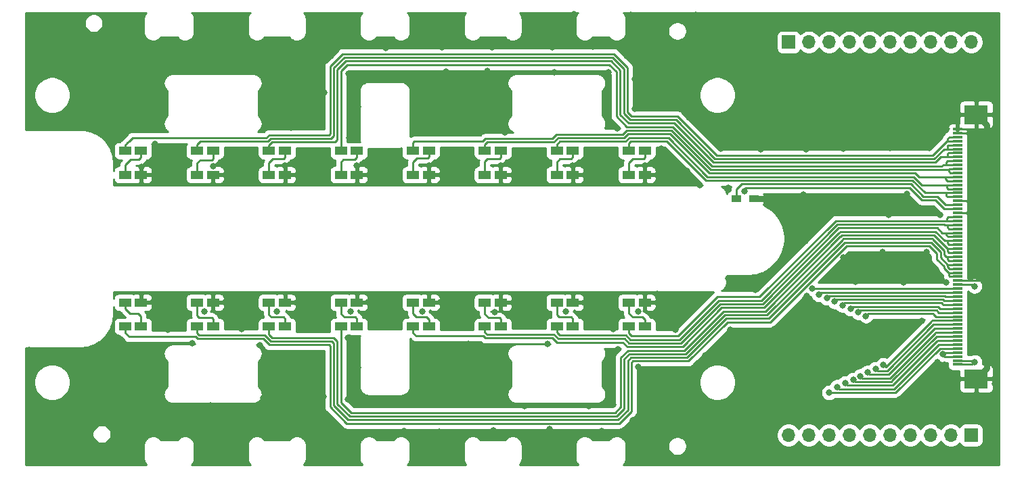
<source format=gtl>
G04 #@! TF.GenerationSoftware,KiCad,Pcbnew,(5.1.6-0-10_14)*
G04 #@! TF.CreationDate,2021-12-08T11:09:57+09:00*
G04 #@! TF.ProjectId,photo-single,70686f74-6f2d-4736-996e-676c652e6b69,rev?*
G04 #@! TF.SameCoordinates,Original*
G04 #@! TF.FileFunction,Copper,L1,Top*
G04 #@! TF.FilePolarity,Positive*
%FSLAX46Y46*%
G04 Gerber Fmt 4.6, Leading zero omitted, Abs format (unit mm)*
G04 Created by KiCad (PCBNEW (5.1.6-0-10_14)) date 2021-12-08 11:09:57*
%MOMM*%
%LPD*%
G01*
G04 APERTURE LIST*
G04 #@! TA.AperFunction,ComponentPad*
%ADD10O,1.700000X1.700000*%
G04 #@! TD*
G04 #@! TA.AperFunction,ComponentPad*
%ADD11R,1.700000X1.700000*%
G04 #@! TD*
G04 #@! TA.AperFunction,SMDPad,CuDef*
%ADD12R,1.600000X1.000000*%
G04 #@! TD*
G04 #@! TA.AperFunction,SMDPad,CuDef*
%ADD13R,1.200000X0.900000*%
G04 #@! TD*
G04 #@! TA.AperFunction,SMDPad,CuDef*
%ADD14R,1.250000X0.300000*%
G04 #@! TD*
G04 #@! TA.AperFunction,SMDPad,CuDef*
%ADD15R,3.000000X2.400000*%
G04 #@! TD*
G04 #@! TA.AperFunction,ViaPad*
%ADD16C,0.800000*%
G04 #@! TD*
G04 #@! TA.AperFunction,Conductor*
%ADD17C,0.508000*%
G04 #@! TD*
G04 #@! TA.AperFunction,Conductor*
%ADD18C,0.762000*%
G04 #@! TD*
G04 #@! TA.AperFunction,Conductor*
%ADD19C,0.250000*%
G04 #@! TD*
G04 #@! TA.AperFunction,Conductor*
%ADD20C,0.254000*%
G04 #@! TD*
G04 APERTURE END LIST*
D10*
X180905000Y-124628000D03*
X183445000Y-124628000D03*
X185985000Y-124628000D03*
X188525000Y-124628000D03*
X191065000Y-124628000D03*
X193605000Y-124628000D03*
X196145000Y-124628000D03*
X198685000Y-124628000D03*
X201225000Y-124628000D03*
D11*
X203765000Y-124628000D03*
D12*
X162921211Y-89002066D03*
X162921211Y-92002066D03*
X108921211Y-111001633D03*
X108921211Y-108001633D03*
X162921211Y-108001633D03*
X162921211Y-111001633D03*
X160921211Y-111001633D03*
X160921211Y-108001633D03*
X153921211Y-108001633D03*
X153921211Y-111001633D03*
X151921211Y-111001633D03*
X151921211Y-108001633D03*
X144921211Y-108001633D03*
X144921211Y-111001633D03*
X142921211Y-111001633D03*
X142921211Y-108001633D03*
X135921211Y-108001633D03*
X135921211Y-111001633D03*
X117921211Y-111001633D03*
X117921211Y-108001633D03*
X106921211Y-108001633D03*
X106921211Y-111001633D03*
X115921211Y-108001633D03*
X115921211Y-111001633D03*
X126921211Y-111001633D03*
X126921211Y-108001633D03*
X124921211Y-108001633D03*
X124921211Y-111001633D03*
X99921211Y-111001633D03*
X99921211Y-108001633D03*
X133921211Y-111001633D03*
X133921211Y-108001633D03*
X97921211Y-108001633D03*
X97921211Y-111001633D03*
X160921211Y-92002066D03*
X160921211Y-89002066D03*
X99921211Y-92002066D03*
X99921211Y-89002066D03*
X135921211Y-89002066D03*
X135921211Y-92002066D03*
X115921211Y-89002066D03*
X115921211Y-92002066D03*
X117921211Y-92002066D03*
X117921211Y-89002066D03*
X142921211Y-92002066D03*
X142921211Y-89002066D03*
X106921211Y-89002066D03*
X106921211Y-92002066D03*
X124921211Y-89002066D03*
X124921211Y-92002066D03*
X133921211Y-92002066D03*
X133921211Y-89002066D03*
X126921211Y-92002066D03*
X126921211Y-89002066D03*
X153921211Y-89002066D03*
X153921211Y-92002066D03*
X144921211Y-89002066D03*
X144921211Y-92002066D03*
X151921211Y-92002066D03*
X151921211Y-89002066D03*
X97921211Y-89002066D03*
X97921211Y-92002066D03*
X108921211Y-92002066D03*
X108921211Y-89002066D03*
D13*
X176600000Y-95000000D03*
X174400000Y-95000000D03*
D14*
X202074000Y-115770000D03*
X202074000Y-115270000D03*
X202074000Y-114770000D03*
X202074000Y-114270000D03*
X202074000Y-113770000D03*
X202074000Y-113270000D03*
X202074000Y-112770000D03*
X202074000Y-112270000D03*
X202074000Y-111770000D03*
X202074000Y-111270000D03*
X202074000Y-110770000D03*
X202074000Y-110270000D03*
X202074000Y-109770000D03*
X202074000Y-109270000D03*
X202074000Y-108770000D03*
X202074000Y-108270000D03*
X202074000Y-107770000D03*
X202074000Y-107270000D03*
X202074000Y-106770000D03*
X202074000Y-106270000D03*
X202074000Y-105770000D03*
X202074000Y-105270000D03*
X202074000Y-104770000D03*
X202074000Y-104270000D03*
X202074000Y-103770000D03*
X202074000Y-103270000D03*
X202074000Y-102770000D03*
X202074000Y-102270000D03*
X202074000Y-101770000D03*
X202074000Y-101270000D03*
X202074000Y-100770000D03*
X202074000Y-100270000D03*
X202074000Y-99770000D03*
X202074000Y-99270000D03*
X202074000Y-98770000D03*
X202074000Y-98270000D03*
X202074000Y-97770000D03*
X202074000Y-97270000D03*
X202074000Y-96770000D03*
X202074000Y-96270000D03*
X202074000Y-95770000D03*
X202074000Y-95270000D03*
X202074000Y-94770000D03*
X202074000Y-94270000D03*
X202074000Y-93770000D03*
X202074000Y-93270000D03*
X202074000Y-92770000D03*
X202074000Y-92270000D03*
X202074000Y-91770000D03*
X202074000Y-91270000D03*
X202074000Y-90770000D03*
X202074000Y-90270000D03*
X202074000Y-89770000D03*
X202074000Y-89270000D03*
X202074000Y-88770000D03*
X202074000Y-88270000D03*
X202074000Y-87770000D03*
X202074000Y-87270000D03*
X202074000Y-86770000D03*
X202074000Y-86270000D03*
D15*
X204399000Y-117570000D03*
X204399000Y-84470000D03*
D11*
X180905000Y-75372000D03*
D10*
X183445000Y-75372000D03*
X185985000Y-75372000D03*
X188525000Y-75372000D03*
X191065000Y-75372000D03*
X193605000Y-75372000D03*
X196145000Y-75372000D03*
X198685000Y-75372000D03*
X201225000Y-75372000D03*
X203765000Y-75372000D03*
D16*
X165340000Y-107940000D03*
X166260000Y-92490000D03*
X85940000Y-85930000D03*
X85810000Y-79280000D03*
X85890000Y-72890000D03*
X88650000Y-75730000D03*
X91750000Y-79320000D03*
X91930000Y-72670000D03*
X91840000Y-85750000D03*
X95120000Y-82600000D03*
X98580000Y-79450000D03*
X98490000Y-72580000D03*
X98490000Y-72580000D03*
X95560000Y-75730000D03*
X101680000Y-82380000D03*
X98320000Y-85970000D03*
X103260000Y-89860000D03*
X99950000Y-90980000D03*
X108930000Y-90930000D03*
X117910000Y-90870000D03*
X126900000Y-90870000D03*
X135930000Y-90860000D03*
X144920000Y-90870000D03*
X153890000Y-90840000D03*
X162930000Y-90850000D03*
X103600000Y-92440000D03*
X112220000Y-92850000D03*
X121450000Y-92810000D03*
X130110000Y-92690000D03*
X139470000Y-92790000D03*
X148400000Y-92950000D03*
X157900000Y-92720000D03*
X157800000Y-90360000D03*
X148420000Y-90240000D03*
X139500000Y-89510000D03*
X130180000Y-89100000D03*
X121450000Y-89180000D03*
X112340000Y-89810000D03*
X102050000Y-86010000D03*
X102610000Y-75790000D03*
X107580000Y-72610000D03*
X112700000Y-72590000D03*
X109590000Y-76710000D03*
X105740000Y-78650000D03*
X113870000Y-78910000D03*
X116680000Y-75320000D03*
X121240000Y-72340000D03*
X126240000Y-72240000D03*
X120560000Y-78210000D03*
X116480000Y-80500000D03*
X115710000Y-84480000D03*
X118700000Y-86100000D03*
X129590000Y-79810000D03*
X132650000Y-79810000D03*
X134250000Y-72170000D03*
X139610000Y-74380000D03*
X136730000Y-73450000D03*
X139610000Y-72110000D03*
X134080000Y-74410000D03*
X135650000Y-80540000D03*
X135370000Y-86530000D03*
X138500000Y-83500000D03*
X145320000Y-80410000D03*
X145390000Y-86670000D03*
X142510000Y-83540000D03*
X140610000Y-80480000D03*
X140330000Y-86630000D03*
X145790000Y-83410000D03*
X135480000Y-83440000D03*
X157970000Y-83080000D03*
X148050000Y-72080000D03*
X154110000Y-71900000D03*
X154020000Y-74290000D03*
X148350000Y-74420000D03*
X150760000Y-73180000D03*
X161190000Y-71940000D03*
X161090000Y-74940000D03*
X168080000Y-82080000D03*
X171710000Y-85350000D03*
X178060000Y-85430000D03*
X164870000Y-73750000D03*
X169340000Y-71930000D03*
X168470000Y-75840000D03*
X169510000Y-78500000D03*
X173610000Y-72320000D03*
X172940000Y-75740000D03*
X174360000Y-80180000D03*
X175740000Y-83340000D03*
X177240000Y-75330000D03*
X180190000Y-72470000D03*
X186280000Y-72510000D03*
X194410000Y-72510000D03*
X196160000Y-127760000D03*
X189400000Y-127690000D03*
X183930000Y-127500000D03*
X178330000Y-127630000D03*
X168490000Y-127600000D03*
X173150000Y-124830000D03*
X168690000Y-121910000D03*
X178540000Y-121870000D03*
X168790000Y-117680000D03*
X174380000Y-119840000D03*
X161250000Y-127460000D03*
X166140000Y-124810000D03*
X178250000Y-124570000D03*
X147890000Y-125380000D03*
X153840000Y-125380000D03*
X153840000Y-127940000D03*
X147980000Y-127990000D03*
X150800000Y-126810000D03*
X145330000Y-119520000D03*
X145500000Y-113660000D03*
X135430000Y-113430000D03*
X140250000Y-119640000D03*
X138030000Y-115860000D03*
X140850000Y-113170000D03*
X143290000Y-116680000D03*
X140890000Y-110040000D03*
X137900000Y-109960000D03*
X162070000Y-109110000D03*
X153070000Y-109120000D03*
X144120000Y-109180000D03*
X135120000Y-109110000D03*
X126150000Y-109120000D03*
X116940000Y-109120000D03*
X107870000Y-109170000D03*
X103320000Y-107060000D03*
X112760000Y-107270000D03*
X121260000Y-107190000D03*
X130670000Y-107250000D03*
X139810000Y-107220000D03*
X148560000Y-107330000D03*
X157850000Y-107290000D03*
X158600000Y-109400000D03*
X122200000Y-114700000D03*
X115450000Y-115280000D03*
X115190000Y-119990000D03*
X122710000Y-119800000D03*
X118690000Y-117500000D03*
X95950000Y-112820000D03*
X85880000Y-113950000D03*
X93000000Y-114260000D03*
X85810000Y-120840000D03*
X93190000Y-120580000D03*
X89480000Y-115280000D03*
X89360000Y-121110000D03*
X85920000Y-124360000D03*
X85810000Y-127890000D03*
X89920000Y-127820000D03*
X95820000Y-127890000D03*
X90180000Y-124520000D03*
X96270000Y-117290000D03*
X98360000Y-121760000D03*
X99830000Y-127330000D03*
X102260000Y-114630000D03*
X101360000Y-118580000D03*
X103690000Y-122760000D03*
X98120000Y-124950000D03*
X108630000Y-120910000D03*
X107110000Y-127710000D03*
X106920000Y-124280000D03*
X112960000Y-124330000D03*
X113010000Y-127470000D03*
X109920000Y-126040000D03*
X118900000Y-123090000D03*
X120680000Y-125210000D03*
X127180000Y-125180000D03*
X121050000Y-128050000D03*
X126840000Y-127990000D03*
X123970000Y-126540000D03*
X132800000Y-124100000D03*
X134020000Y-127970000D03*
X139690000Y-125660000D03*
X139790000Y-127970000D03*
X134290000Y-125730000D03*
X137070000Y-126900000D03*
X101370000Y-107980000D03*
X110500000Y-107980000D03*
X119360000Y-107990000D03*
X128330000Y-107980000D03*
X137410000Y-107970000D03*
X146410000Y-107990000D03*
X155350000Y-108000000D03*
X164480000Y-106900000D03*
X206300000Y-72500000D03*
X201760000Y-72550000D03*
X202150000Y-127500000D03*
X206380000Y-127580000D03*
X206630000Y-124100000D03*
X206690000Y-118210000D03*
X206690000Y-110880000D03*
X206590000Y-102810000D03*
X206500000Y-95960000D03*
X206620000Y-88420000D03*
X206820000Y-80030000D03*
X206900000Y-75670000D03*
X123960000Y-75010000D03*
X178100000Y-95000000D03*
X161700000Y-83700000D03*
X160700000Y-77100000D03*
X161700000Y-80000000D03*
X164700000Y-77500000D03*
X164800000Y-81800000D03*
X158400000Y-79200000D03*
X156400000Y-75900000D03*
X151400000Y-76000000D03*
X143800000Y-76000000D03*
X137600000Y-76000000D03*
X130500000Y-76100000D03*
X123700000Y-77100000D03*
X101700000Y-88100000D03*
X122500000Y-86000000D03*
X122800000Y-81700000D03*
X119100000Y-82600000D03*
X125900000Y-79300000D03*
X126000000Y-87400000D03*
X127100000Y-83500000D03*
X138100000Y-79100000D03*
X143200000Y-79000000D03*
X151600000Y-79200000D03*
X159500000Y-86200000D03*
X168500000Y-84800000D03*
X172400000Y-88700000D03*
X168200000Y-91500000D03*
X165000000Y-88700000D03*
X169800000Y-93300000D03*
X173400000Y-93600000D03*
X182800000Y-94500000D03*
X183000000Y-100300000D03*
X180100000Y-96800000D03*
X173400000Y-105000000D03*
X176800000Y-106400000D03*
X179800000Y-103200000D03*
X166800000Y-111400000D03*
X164200000Y-109700000D03*
X169400000Y-107800000D03*
X103300000Y-111400000D03*
X106300000Y-113100000D03*
X114800000Y-113400000D03*
X112500000Y-111300000D03*
X122600000Y-111400000D03*
X125800000Y-112400000D03*
X125800000Y-120100000D03*
X132300000Y-120700000D03*
X127100000Y-116200000D03*
X129300000Y-120300000D03*
X134400000Y-116400000D03*
X137000000Y-120800000D03*
X147900000Y-121000000D03*
X155900000Y-121000000D03*
X159000000Y-120800000D03*
X158200000Y-117200000D03*
X159600000Y-113900000D03*
X150800000Y-113200000D03*
X148400000Y-110900000D03*
X159000000Y-111300000D03*
X156200000Y-111100000D03*
X162100000Y-116100000D03*
X161400000Y-122800000D03*
X157500000Y-124100000D03*
X151000000Y-123900000D03*
X144000000Y-124000000D03*
X137200000Y-124200000D03*
X164600000Y-119400000D03*
X173600000Y-111400000D03*
X170500000Y-114600000D03*
X179100000Y-111300000D03*
X183200000Y-107200000D03*
X187800000Y-102400000D03*
X189300000Y-105400000D03*
X198200000Y-101700000D03*
X200600000Y-105500000D03*
X192700000Y-101700000D03*
X195300000Y-105500000D03*
X196900000Y-103400000D03*
X190700000Y-103700000D03*
X188100000Y-94700000D03*
X188100000Y-96800000D03*
X195700000Y-94400000D03*
X199900000Y-97000000D03*
X193400000Y-97000000D03*
X190900000Y-95300000D03*
X197300000Y-96400000D03*
X183100000Y-88800000D03*
X177400000Y-88800000D03*
X178600000Y-79700000D03*
X183000000Y-78700000D03*
X182800000Y-83000000D03*
X188000000Y-79400000D03*
X187800000Y-88700000D03*
X188000000Y-83800000D03*
X194000000Y-83800000D03*
X201800000Y-85200000D03*
X198500000Y-88600000D03*
X193600000Y-88600000D03*
X190900000Y-86300000D03*
X190800000Y-81200000D03*
X193600000Y-77800000D03*
X199700000Y-76900000D03*
X197300000Y-80400000D03*
X202100000Y-78000000D03*
X198700000Y-83700000D03*
X205300000Y-82400000D03*
X176200000Y-114600000D03*
X181400000Y-116700000D03*
X185200000Y-121100000D03*
X187000000Y-117300000D03*
X184900000Y-112800000D03*
X189700000Y-110700000D03*
X190900000Y-115300000D03*
X197600000Y-110300000D03*
X193700000Y-112300000D03*
X190700000Y-121300000D03*
X194800000Y-120100000D03*
X199800000Y-123400000D03*
X199500000Y-115500000D03*
X202000000Y-117100000D03*
X201900000Y-120300000D03*
X198300000Y-119100000D03*
X204181000Y-115462010D03*
X204181000Y-105970001D03*
X200200000Y-114500000D03*
X190600000Y-109695060D03*
X189631242Y-109245050D03*
X188670685Y-108795040D03*
X187672159Y-108345030D03*
X186680258Y-107895020D03*
X185705484Y-107445010D03*
X184700000Y-106995000D03*
X183847795Y-106247795D03*
X191806124Y-116311213D03*
X192760790Y-115824812D03*
X189902642Y-117224970D03*
X190806121Y-116774960D03*
X186989952Y-118575000D03*
X186000000Y-119300000D03*
X188000000Y-118124990D03*
X189000000Y-117674980D03*
X175390476Y-94094445D03*
D17*
X165278367Y-108001633D02*
X165340000Y-107940000D01*
X162921211Y-108001633D02*
X165278367Y-108001633D01*
X165772066Y-92002066D02*
X166260000Y-92490000D01*
X162921211Y-92002066D02*
X165772066Y-92002066D01*
D18*
X204399000Y-84470000D02*
X205700000Y-85771000D01*
X205700000Y-116269000D02*
X204399000Y-117570000D01*
D19*
X202074000Y-86270000D02*
X205530000Y-86270000D01*
X205530000Y-86270000D02*
X205700000Y-86100000D01*
D18*
X205700000Y-85771000D02*
X205700000Y-86100000D01*
D19*
X205570000Y-86770000D02*
X205700000Y-86900000D01*
X202074000Y-86770000D02*
X205570000Y-86770000D01*
D18*
X205700000Y-86100000D02*
X205700000Y-86900000D01*
D19*
X205430000Y-96770000D02*
X205700000Y-96500000D01*
X202074000Y-96770000D02*
X205430000Y-96770000D01*
X205654999Y-95245001D02*
X205700000Y-95200000D01*
X202130000Y-95270000D02*
X202154999Y-95245001D01*
D18*
X205700000Y-86900000D02*
X205700000Y-95200000D01*
D19*
X202154999Y-95245001D02*
X205654999Y-95245001D01*
X202074000Y-95270000D02*
X202130000Y-95270000D01*
D18*
X205700000Y-95200000D02*
X205700000Y-96500000D01*
D19*
X205645001Y-105245001D02*
X205700000Y-105300000D01*
X202154999Y-105245001D02*
X205645001Y-105245001D01*
X202074000Y-105270000D02*
X202130000Y-105270000D01*
X202130000Y-105270000D02*
X202154999Y-105245001D01*
D18*
X205700000Y-105300000D02*
X205700000Y-116269000D01*
X205700000Y-96500000D02*
X205700000Y-105300000D01*
X176600000Y-95000000D02*
X178100000Y-95000000D01*
D19*
X160921211Y-111821211D02*
X161300000Y-112200000D01*
X160921211Y-111001633D02*
X160921211Y-111821211D01*
X202074000Y-97270000D02*
X200930000Y-97270000D01*
X200730000Y-97470000D02*
X200730000Y-97770000D01*
X200930000Y-97270000D02*
X200730000Y-97470000D01*
X200730000Y-97770000D02*
X202074000Y-97770000D01*
X186830000Y-97770000D02*
X200730000Y-97770000D01*
X161300000Y-112200000D02*
X167100000Y-112200000D01*
X167100000Y-112200000D02*
X172000000Y-107300000D01*
X177300000Y-107300000D02*
X186830000Y-97770000D01*
X172000000Y-107300000D02*
X177300000Y-107300000D01*
X200400000Y-98220010D02*
X200449990Y-98270000D01*
X160563590Y-112100000D02*
X161113600Y-112650010D01*
X187016400Y-98220010D02*
X200400000Y-98220010D01*
X151921211Y-111721211D02*
X152300000Y-112100000D01*
X152300000Y-112100000D02*
X160563590Y-112100000D01*
X151921211Y-111001633D02*
X151921211Y-111721211D01*
X202074000Y-98770000D02*
X200970000Y-98770000D01*
X200970000Y-98770000D02*
X200770000Y-98570000D01*
X200770000Y-98570000D02*
X200770000Y-98270000D01*
X200770000Y-98270000D02*
X202074000Y-98270000D01*
X200449990Y-98270000D02*
X200770000Y-98270000D01*
X161113600Y-112650010D02*
X167286401Y-112650009D01*
X167286401Y-112650009D02*
X172186400Y-107750010D01*
X172186400Y-107750010D02*
X177486401Y-107750009D01*
X177486401Y-107750009D02*
X187016400Y-98220010D01*
X199500000Y-98670020D02*
X200099980Y-99270000D01*
X142921211Y-111721211D02*
X143200000Y-112000000D01*
X160377190Y-112550010D02*
X160927200Y-113100020D01*
X187202800Y-98670020D02*
X199500000Y-98670020D01*
X166599980Y-113100020D02*
X166599982Y-113100018D01*
X152113600Y-112550010D02*
X160377190Y-112550010D01*
X143200000Y-112000000D02*
X151563590Y-112000000D01*
X160927200Y-113100020D02*
X166599980Y-113100020D01*
X151563590Y-112000000D02*
X152113600Y-112550010D01*
X142921211Y-111001633D02*
X142921211Y-111721211D01*
X202074000Y-99770000D02*
X200870000Y-99770000D01*
X200870000Y-99770000D02*
X200670000Y-99570000D01*
X200670000Y-99570000D02*
X200670000Y-99270000D01*
X200670000Y-99270000D02*
X202074000Y-99270000D01*
X200099980Y-99270000D02*
X200670000Y-99270000D01*
X166799982Y-113100018D02*
X167472802Y-113100018D01*
X166799980Y-113100020D02*
X166799982Y-113100018D01*
X166599980Y-113100020D02*
X166799980Y-113100020D01*
X167472802Y-113100018D02*
X172372801Y-108200019D01*
X172372801Y-108200019D02*
X177672802Y-108200018D01*
X177672802Y-108200018D02*
X187202800Y-98670020D01*
X199313600Y-99120030D02*
X200463570Y-100270000D01*
X187200000Y-99324645D02*
X187200000Y-99309230D01*
X187389200Y-99120030D02*
X199313600Y-99120030D01*
X187200000Y-99309230D02*
X187389200Y-99120030D01*
X202074000Y-100770000D02*
X200970000Y-100770000D01*
X200970000Y-100770000D02*
X200770000Y-100570000D01*
X200770000Y-100270000D02*
X202074000Y-100270000D01*
X200770000Y-100570000D02*
X200770000Y-100270000D01*
X200463570Y-100270000D02*
X200770000Y-100270000D01*
X177859203Y-108650027D02*
X187200000Y-99309230D01*
X167659200Y-113550030D02*
X172559202Y-108650028D01*
X160190790Y-113000020D02*
X160740800Y-113550030D01*
X172559202Y-108650028D02*
X177859203Y-108650027D01*
X160740800Y-113550030D02*
X167659200Y-113550030D01*
X151377190Y-112450010D02*
X151927200Y-113000020D01*
X142763590Y-112200000D02*
X143013600Y-112450010D01*
X133921211Y-111001633D02*
X133921211Y-111821211D01*
X143013600Y-112450010D02*
X151377190Y-112450010D01*
X151927200Y-113000020D02*
X160190790Y-113000020D01*
X134300000Y-112200000D02*
X142763590Y-112200000D01*
X133921211Y-111821211D02*
X134300000Y-112200000D01*
X199127200Y-99570040D02*
X200827160Y-101270000D01*
X200827160Y-101270000D02*
X202074000Y-101270000D01*
X187591015Y-99570040D02*
X199127200Y-99570040D01*
X159900000Y-121100000D02*
X159900000Y-114900000D01*
X126200000Y-121800000D02*
X159200000Y-121800000D01*
X159900000Y-114900000D02*
X160799960Y-114000040D01*
X124921211Y-111001633D02*
X124921211Y-120521211D01*
X159200000Y-121800000D02*
X159900000Y-121100000D01*
X124921211Y-120521211D02*
X126200000Y-121800000D01*
X202074000Y-101770000D02*
X200970000Y-101770000D01*
X200827160Y-101627160D02*
X200827160Y-101270000D01*
X200970000Y-101770000D02*
X200827160Y-101627160D01*
X160799960Y-114000040D02*
X167845601Y-114000039D01*
X167845601Y-114000039D02*
X172745603Y-109100037D01*
X172745603Y-109100037D02*
X178045604Y-109100036D01*
X187386400Y-99774655D02*
X187591015Y-99570040D01*
X187370985Y-99774655D02*
X187386400Y-99774655D01*
X178045604Y-109100036D02*
X187370985Y-99774655D01*
X200377150Y-101977150D02*
X200670000Y-102270000D01*
X198940800Y-100020050D02*
X198940800Y-100040800D01*
X187777415Y-100020050D02*
X198940800Y-100020050D01*
X187557385Y-100224665D02*
X187572801Y-100224664D01*
X178232005Y-109550045D02*
X187557385Y-100224665D01*
X200377150Y-101477150D02*
X200377150Y-101977150D01*
X168032002Y-114450048D02*
X172932004Y-109550046D01*
X165949950Y-114450050D02*
X165949952Y-114450048D01*
X160350010Y-115086400D02*
X160986360Y-114450050D01*
X160986360Y-114450050D02*
X165949950Y-114450050D01*
X160350010Y-121286400D02*
X160350010Y-115086400D01*
X198940800Y-100040800D02*
X200377150Y-101477150D01*
X187572801Y-100224664D02*
X187777415Y-100020050D01*
X159386401Y-122250009D02*
X160350010Y-121286400D01*
X126013600Y-122250010D02*
X159386401Y-122250009D01*
X165949952Y-114450048D02*
X168032002Y-114450048D01*
X124471202Y-120707612D02*
X126013600Y-122250010D01*
X124000000Y-112400000D02*
X124471201Y-112871201D01*
X116300000Y-112400000D02*
X124000000Y-112400000D01*
X115921211Y-112021211D02*
X116300000Y-112400000D01*
X172932004Y-109550046D02*
X178232005Y-109550045D01*
X124471201Y-112871201D02*
X124471202Y-120707612D01*
X115921211Y-111001633D02*
X115921211Y-112021211D01*
X202074000Y-102770000D02*
X200970000Y-102770000D01*
X200830000Y-102630000D02*
X200830000Y-102270000D01*
X200970000Y-102770000D02*
X200830000Y-102630000D01*
X200830000Y-102270000D02*
X202074000Y-102270000D01*
X200670000Y-102270000D02*
X200830000Y-102270000D01*
X106921211Y-111001633D02*
X106921211Y-111821211D01*
X106921211Y-111821211D02*
X107200000Y-112100000D01*
X107200000Y-112100000D02*
X115363590Y-112100000D01*
X115363590Y-112100000D02*
X116113600Y-112850010D01*
X123750010Y-112850010D02*
X124021193Y-113121193D01*
X116113600Y-112850010D02*
X123750010Y-112850010D01*
X124021193Y-120894013D02*
X125827200Y-122700020D01*
X124021193Y-113121193D02*
X124021193Y-120894013D01*
X125827200Y-122700020D02*
X154199980Y-122700020D01*
X154199980Y-122700020D02*
X154400000Y-122700020D01*
X200833590Y-103270000D02*
X202074000Y-103270000D01*
X199927140Y-102363550D02*
X200833590Y-103270000D01*
X198733650Y-100470060D02*
X199927140Y-101663550D01*
X178424645Y-110009230D02*
X187963815Y-100470060D01*
X159572800Y-122700020D02*
X160800020Y-121472800D01*
X168218400Y-114900060D02*
X173109230Y-110009230D01*
X160800020Y-115299980D02*
X161199940Y-114900060D01*
X160800020Y-121472800D02*
X160800020Y-115299980D01*
X199927140Y-101663550D02*
X199927140Y-102363550D01*
X173109230Y-110009230D02*
X178424645Y-110009230D01*
X161199940Y-114900060D02*
X168218400Y-114900060D01*
X187963815Y-100470060D02*
X198733650Y-100470060D01*
X154199980Y-122700020D02*
X159572800Y-122700020D01*
X202074000Y-103770000D02*
X201070000Y-103770000D01*
X200833590Y-103533590D02*
X200833590Y-103270000D01*
X201070000Y-103770000D02*
X200833590Y-103533590D01*
X200383581Y-103719991D02*
X200933590Y-104270000D01*
X161250030Y-121659200D02*
X161250030Y-115549970D01*
X188150215Y-100920070D02*
X198520070Y-100920070D01*
X159759201Y-123150029D02*
X161250030Y-121659200D01*
X198520070Y-100920070D02*
X199477130Y-101877130D01*
X178611046Y-110459239D02*
X188150215Y-100920070D01*
X199477130Y-101877130D02*
X199477130Y-102577130D01*
X123400020Y-113300020D02*
X123571183Y-113471183D01*
X161449930Y-115350070D02*
X168404801Y-115350069D01*
X200933590Y-104270000D02*
X202074000Y-104270000D01*
X161250030Y-115549970D02*
X161449930Y-115350070D01*
X125640800Y-123150030D02*
X159759201Y-123150029D01*
X123571183Y-113471183D02*
X123571184Y-121080414D01*
X107013600Y-112550010D02*
X115177190Y-112550010D01*
X168404801Y-115350069D02*
X173295630Y-110459240D01*
X115927200Y-113300020D02*
X123400020Y-113300020D01*
X200383580Y-103483580D02*
X200383581Y-103719991D01*
X199477130Y-102577130D02*
X200383580Y-103483580D01*
X106763590Y-112300000D02*
X107013600Y-112550010D01*
X97921211Y-111821211D02*
X98400000Y-112300000D01*
X173295630Y-110459240D02*
X178611046Y-110459239D01*
X123571184Y-121080414D02*
X125640800Y-123150030D01*
X97921211Y-111001633D02*
X97921211Y-111821211D01*
X115177190Y-112550010D02*
X115927200Y-113300020D01*
X98400000Y-112300000D02*
X106763590Y-112300000D01*
X202074000Y-104770000D02*
X201070000Y-104770000D01*
X200933590Y-104633590D02*
X200933590Y-104270000D01*
X201070000Y-104770000D02*
X200933590Y-104633590D01*
X170600000Y-92700000D02*
X196400000Y-92700000D01*
X165700000Y-87800000D02*
X170600000Y-92700000D01*
X161200000Y-87800000D02*
X165700000Y-87800000D01*
X196400000Y-92700000D02*
X197970000Y-94270000D01*
X160921211Y-88078789D02*
X161200000Y-87800000D01*
X160921211Y-89002066D02*
X160921211Y-88078789D01*
X202074000Y-94770000D02*
X200770000Y-94770000D01*
X200670000Y-94670000D02*
X200670000Y-94270000D01*
X200770000Y-94770000D02*
X200670000Y-94670000D01*
X200670000Y-94270000D02*
X202074000Y-94270000D01*
X197970000Y-94270000D02*
X200670000Y-94270000D01*
X170786400Y-92249990D02*
X196586401Y-92249991D01*
X165886401Y-87349991D02*
X170786400Y-92249990D01*
X196586401Y-92249991D02*
X197606410Y-93270000D01*
X161013600Y-87349990D02*
X165886401Y-87349991D01*
X151921211Y-88178789D02*
X152268205Y-87831795D01*
X160531795Y-87831795D02*
X161013600Y-87349990D01*
X152268205Y-87831795D02*
X160531795Y-87831795D01*
X151921211Y-89002066D02*
X151921211Y-88178789D01*
X202074000Y-93770000D02*
X200870000Y-93770000D01*
X200870000Y-93770000D02*
X200730000Y-93630000D01*
X200730000Y-93270000D02*
X202074000Y-93270000D01*
X200730000Y-93630000D02*
X200730000Y-93270000D01*
X197606410Y-93270000D02*
X200730000Y-93270000D01*
X196772800Y-91799982D02*
X197242818Y-92270000D01*
X170972801Y-91799981D02*
X196772800Y-91799982D01*
X165200000Y-86899980D02*
X166072802Y-86899982D01*
X166072802Y-86899982D02*
X170972801Y-91799981D01*
X160827200Y-86899980D02*
X165200000Y-86899980D01*
X152081805Y-87381785D02*
X160345395Y-87381785D01*
X151563590Y-87900000D02*
X152081805Y-87381785D01*
X160345395Y-87381785D02*
X160827200Y-86899980D01*
X142921211Y-88178789D02*
X143200000Y-87900000D01*
X143200000Y-87900000D02*
X151563590Y-87900000D01*
X142921211Y-89002066D02*
X142921211Y-88178789D01*
X202074000Y-92770000D02*
X200770000Y-92770000D01*
X200570000Y-92570000D02*
X200570000Y-92270000D01*
X200770000Y-92770000D02*
X200570000Y-92570000D01*
X200570000Y-92270000D02*
X202074000Y-92270000D01*
X197242818Y-92270000D02*
X200570000Y-92270000D01*
X201030000Y-91270000D02*
X202074000Y-91270000D01*
X200950028Y-91349972D02*
X201030000Y-91270000D01*
X171159202Y-91349972D02*
X200950028Y-91349972D01*
X166259203Y-86449973D02*
X171159202Y-91349972D01*
X165949972Y-86449972D02*
X166259203Y-86449973D01*
X165949970Y-86449970D02*
X165949972Y-86449972D01*
X143013600Y-87449990D02*
X151377190Y-87449990D01*
X160640800Y-86449970D02*
X165949970Y-86449970D01*
X160158995Y-86931775D02*
X160640800Y-86449970D01*
X142663590Y-87800000D02*
X143013600Y-87449990D01*
X151895405Y-86931775D02*
X160158995Y-86931775D01*
X133921211Y-87978789D02*
X134100000Y-87800000D01*
X151377190Y-87449990D02*
X151895405Y-86931775D01*
X134100000Y-87800000D02*
X142663590Y-87800000D01*
X133921211Y-89002066D02*
X133921211Y-87978789D01*
X202074000Y-91770000D02*
X201170000Y-91770000D01*
X200950028Y-91550028D02*
X200950028Y-91349972D01*
X201170000Y-91770000D02*
X200950028Y-91550028D01*
X171345602Y-90899962D02*
X200100038Y-90899962D01*
X159400000Y-84700000D02*
X160699960Y-85999960D01*
X166445600Y-85999960D02*
X171345602Y-90899962D01*
X159400000Y-79100000D02*
X159400000Y-84700000D01*
X125700000Y-78200000D02*
X158500000Y-78200000D01*
X124921211Y-78978789D02*
X125700000Y-78200000D01*
X160699960Y-85999960D02*
X166445600Y-85999960D01*
X158500000Y-78200000D02*
X159400000Y-79100000D01*
X200100038Y-90899962D02*
X200230000Y-90770000D01*
X124921211Y-89002066D02*
X124921211Y-78978789D01*
X202074000Y-90270000D02*
X200830000Y-90270000D01*
X200670000Y-90430000D02*
X200670000Y-90770000D01*
X200830000Y-90270000D02*
X200670000Y-90430000D01*
X200670000Y-90770000D02*
X202074000Y-90770000D01*
X200230000Y-90770000D02*
X200670000Y-90770000D01*
X199300000Y-90449952D02*
X199979952Y-89770000D01*
X171532002Y-90449952D02*
X199300000Y-90449952D01*
X166632001Y-85549951D02*
X171532002Y-90449952D01*
X159850010Y-84513600D02*
X160886360Y-85549950D01*
X124471201Y-87628799D02*
X124471202Y-78792388D01*
X158686401Y-77749991D02*
X159850010Y-78913600D01*
X159850010Y-78913600D02*
X159850010Y-84513600D01*
X125513600Y-77749990D02*
X158686401Y-77749991D01*
X160886360Y-85549950D02*
X166632001Y-85549951D01*
X116300000Y-87900000D02*
X124200000Y-87900000D01*
X124200000Y-87900000D02*
X124471201Y-87628799D01*
X115921211Y-88278789D02*
X116300000Y-87900000D01*
X124471202Y-78792388D02*
X125513600Y-77749990D01*
X115921211Y-89002066D02*
X115921211Y-88278789D01*
X202074000Y-89270000D02*
X200930000Y-89270000D01*
X200770000Y-89430000D02*
X200770000Y-89770000D01*
X200930000Y-89270000D02*
X200770000Y-89430000D01*
X200770000Y-89770000D02*
X202074000Y-89770000D01*
X199979952Y-89770000D02*
X200770000Y-89770000D01*
X171718402Y-89999942D02*
X199113600Y-89999942D01*
X199113600Y-89999942D02*
X200343542Y-88770000D01*
X166818402Y-85099942D02*
X171718402Y-89999942D01*
X164400000Y-85099940D02*
X166818402Y-85099942D01*
X160300020Y-78727200D02*
X160300020Y-84327200D01*
X124021191Y-84600000D02*
X124021193Y-78605987D01*
X125327201Y-77299981D02*
X158872802Y-77299982D01*
X116113600Y-87449990D02*
X123700000Y-87449990D01*
X124021193Y-78605987D02*
X125327201Y-77299981D01*
X115763590Y-87800000D02*
X116113600Y-87449990D01*
X161072760Y-85099940D02*
X164400000Y-85099940D01*
X158872802Y-77299982D02*
X160300020Y-78727200D01*
X124021191Y-87128799D02*
X124021191Y-84600000D01*
X107300000Y-87800000D02*
X115763590Y-87800000D01*
X106921211Y-88178789D02*
X107300000Y-87800000D01*
X160300020Y-84327200D02*
X161072760Y-85099940D01*
X123700000Y-87449990D02*
X124021191Y-87128799D01*
X106921211Y-89002066D02*
X106921211Y-88178789D01*
X202074000Y-88270000D02*
X200830000Y-88270000D01*
X200770000Y-88330000D02*
X200770000Y-88770000D01*
X200830000Y-88270000D02*
X200770000Y-88330000D01*
X200770000Y-88770000D02*
X202074000Y-88770000D01*
X200343542Y-88770000D02*
X200770000Y-88770000D01*
X97921211Y-89002066D02*
X97921211Y-88278789D01*
X97921211Y-88278789D02*
X98200000Y-88000000D01*
X98200000Y-88000000D02*
X98400000Y-87800000D01*
X98850010Y-87349990D02*
X115577190Y-87349990D01*
X98400000Y-87800000D02*
X98850010Y-87349990D01*
X115577190Y-87349990D02*
X115927200Y-86999980D01*
X123400020Y-86999980D02*
X123571181Y-86828819D01*
X115927200Y-86999980D02*
X123400020Y-86999980D01*
X123571181Y-86828819D02*
X123571181Y-84900000D01*
X160750030Y-78540800D02*
X160750030Y-84140800D01*
X125140802Y-76849972D02*
X159059203Y-76849973D01*
X123571181Y-78419592D02*
X125140802Y-76849972D01*
X159059203Y-76849973D02*
X160750030Y-78540800D01*
X123571181Y-84900000D02*
X123571181Y-78419592D01*
X160750030Y-84140800D02*
X161259160Y-84649930D01*
X166049930Y-84649930D02*
X166049932Y-84649932D01*
X166049932Y-84649932D02*
X167004803Y-84649933D01*
X163950070Y-84649930D02*
X166049930Y-84649930D01*
X161259160Y-84649930D02*
X163950070Y-84649930D01*
X163950070Y-84649930D02*
X164100000Y-84649930D01*
X167004803Y-84649933D02*
X171904802Y-89549932D01*
X171904802Y-89549932D02*
X198927200Y-89549932D01*
X198927200Y-89536390D02*
X200693590Y-87770000D01*
X198927200Y-89549932D02*
X198927200Y-89536390D01*
X202074000Y-87270000D02*
X201030000Y-87270000D01*
X200830000Y-87470000D02*
X200830000Y-87770000D01*
X201030000Y-87270000D02*
X200830000Y-87470000D01*
X200830000Y-87770000D02*
X202074000Y-87770000D01*
X200693590Y-87770000D02*
X200830000Y-87770000D01*
X203988990Y-115270000D02*
X204181000Y-115462010D01*
X202074000Y-115270000D02*
X203988990Y-115270000D01*
X203873010Y-115770000D02*
X204181000Y-115462010D01*
X202074000Y-115770000D02*
X203873010Y-115770000D01*
X203980999Y-105770000D02*
X204181000Y-105970001D01*
X202074000Y-105770000D02*
X203980999Y-105770000D01*
X202074000Y-114270000D02*
X200430000Y-114270000D01*
X200430000Y-114270000D02*
X200200000Y-114500000D01*
D18*
X200200000Y-114500000D02*
X200201001Y-114501001D01*
D19*
X200470000Y-114770000D02*
X200200000Y-114500000D01*
X202074000Y-114770000D02*
X200470000Y-114770000D01*
X202074000Y-109770000D02*
X199397180Y-109770000D01*
X199397180Y-109770000D02*
X199056459Y-109429279D01*
X199056459Y-109429279D02*
X199047250Y-109420070D01*
X199047250Y-109420070D02*
X191600000Y-109420070D01*
X190874990Y-109420070D02*
X190600000Y-109695060D01*
X191600000Y-109420070D02*
X190874990Y-109420070D01*
X202074000Y-109270000D02*
X199704331Y-109270000D01*
X199704331Y-109270000D02*
X199654340Y-109220009D01*
X199654340Y-109220009D02*
X199413600Y-108979269D01*
X199242859Y-108979269D02*
X199233650Y-108970060D01*
X199413600Y-108979269D02*
X199242859Y-108979269D01*
X199233650Y-108970060D02*
X190700000Y-108970060D01*
X189906232Y-108970060D02*
X189631242Y-109245050D01*
X190700000Y-108970060D02*
X189906232Y-108970060D01*
X202074000Y-108770000D02*
X199840741Y-108770000D01*
X199840741Y-108770000D02*
X199600000Y-108529259D01*
X199429259Y-108529259D02*
X199420050Y-108520050D01*
X199600000Y-108529259D02*
X199429259Y-108529259D01*
X199420050Y-108520050D02*
X190100000Y-108520050D01*
X188945675Y-108520050D02*
X188670685Y-108795040D01*
X190100000Y-108520050D02*
X188945675Y-108520050D01*
X202074000Y-108270000D02*
X200240760Y-108270000D01*
X200240760Y-108270000D02*
X200190770Y-108220010D01*
X200190770Y-108220010D02*
X200040800Y-108070040D01*
X200040800Y-108070040D02*
X189500000Y-108070040D01*
X187947149Y-108070040D02*
X187672159Y-108345030D01*
X189500000Y-108070040D02*
X187947149Y-108070040D01*
X202074000Y-107770000D02*
X200377170Y-107770000D01*
X200377170Y-107770000D02*
X200327180Y-107720010D01*
X200327180Y-107720010D02*
X200227200Y-107620030D01*
X200227200Y-107620030D02*
X187600000Y-107620030D01*
X186955248Y-107620030D02*
X186680258Y-107895020D01*
X187600000Y-107620030D02*
X186955248Y-107620030D01*
X202074000Y-107270000D02*
X200513580Y-107270000D01*
X200513580Y-107270000D02*
X200463590Y-107220010D01*
X200463590Y-107220010D02*
X200413600Y-107170020D01*
X200413600Y-107170020D02*
X186300000Y-107170020D01*
X185980474Y-107170020D02*
X185705484Y-107445010D01*
X186300000Y-107170020D02*
X185980474Y-107170020D01*
X202074000Y-106770000D02*
X200649990Y-106770000D01*
X200649990Y-106770000D02*
X200600000Y-106720010D01*
X200600000Y-106720010D02*
X185600000Y-106720010D01*
X184974990Y-106720010D02*
X184700000Y-106995000D01*
X185600000Y-106720010D02*
X184974990Y-106720010D01*
X183870000Y-106270000D02*
X183847795Y-106247795D01*
X202074000Y-106270000D02*
X183870000Y-106270000D01*
X202074000Y-110770000D02*
X199029624Y-110770000D01*
X199029624Y-110770000D02*
X198979633Y-110819991D01*
X198979633Y-110819991D02*
X193249812Y-116549812D01*
X192044723Y-116549812D02*
X191806124Y-116311213D01*
X193249812Y-116549812D02*
X192044723Y-116549812D01*
X202074000Y-110270000D02*
X198893214Y-110270000D01*
X198893214Y-110270000D02*
X198793232Y-110369982D01*
X198793232Y-110369982D02*
X193081607Y-116081607D01*
X192824812Y-115824812D02*
X192760790Y-115824812D01*
X193081607Y-116081607D02*
X192824812Y-115824812D01*
X202074000Y-111770000D02*
X199302444Y-111770000D01*
X199302444Y-111770000D02*
X199252453Y-111819991D01*
X199252453Y-111819991D02*
X193586222Y-117486222D01*
X193586222Y-117486222D02*
X193572484Y-117499960D01*
X193572484Y-117499960D02*
X191000000Y-117499960D01*
X190177632Y-117499960D02*
X189902642Y-117224970D01*
X191000000Y-117499960D02*
X190177632Y-117499960D01*
X202074000Y-111270000D02*
X199166034Y-111270000D01*
X199166034Y-111270000D02*
X193399821Y-117036213D01*
X191067374Y-117036213D02*
X190806121Y-116774960D01*
X193399821Y-117036213D02*
X191067374Y-117036213D01*
X202074000Y-113270000D02*
X199720588Y-113270000D01*
X199720588Y-113270000D02*
X199670597Y-113319991D01*
X199670597Y-113319991D02*
X194145294Y-118845294D01*
X194145294Y-118845294D02*
X194140598Y-118849990D01*
X194140598Y-118849990D02*
X188000000Y-118849990D01*
X187264942Y-118849990D02*
X186989952Y-118575000D01*
X188000000Y-118849990D02*
X187264942Y-118849990D01*
X199856998Y-113770000D02*
X194326998Y-119300000D01*
X202074000Y-113770000D02*
X199856998Y-113770000D01*
X194326998Y-119300000D02*
X186000000Y-119300000D01*
X202074000Y-112770000D02*
X199584178Y-112770000D01*
X199584178Y-112770000D02*
X199484196Y-112869982D01*
X199484196Y-112869982D02*
X193954198Y-118399980D01*
X193954198Y-118399980D02*
X189400000Y-118399980D01*
X188274990Y-118399980D02*
X188000000Y-118124990D01*
X189400000Y-118399980D02*
X188274990Y-118399980D01*
X202074000Y-112270000D02*
X199438854Y-112270000D01*
X193900000Y-117808854D02*
X193900000Y-117817768D01*
X199438854Y-112270000D02*
X193900000Y-117808854D01*
X193900000Y-117817768D02*
X193767798Y-117949970D01*
X193767798Y-117949970D02*
X190100000Y-117949970D01*
X189274990Y-117949970D02*
X189000000Y-117674980D01*
X190100000Y-117949970D02*
X189274990Y-117949970D01*
X200413580Y-96270000D02*
X202074000Y-96270000D01*
X196027200Y-93600020D02*
X197597200Y-95170018D01*
X197597200Y-95170018D02*
X199313598Y-95170018D01*
X199313598Y-95170018D02*
X200413580Y-96270000D01*
X175599980Y-93600020D02*
X196027200Y-93600020D01*
X175390476Y-93809524D02*
X175599980Y-93600020D01*
X175390476Y-94094445D02*
X175390476Y-93809524D01*
X175049990Y-93150010D02*
X174400000Y-93800000D01*
X197783599Y-94720009D02*
X196213600Y-93150010D01*
X199500000Y-94720010D02*
X197783599Y-94720009D01*
X196213600Y-93150010D02*
X175049990Y-93150010D01*
X174400000Y-93800000D02*
X174400000Y-95000000D01*
X200549990Y-95770000D02*
X199500000Y-94720010D01*
X202074000Y-95770000D02*
X200549990Y-95770000D01*
X151921211Y-108001633D02*
X151921211Y-109551211D01*
X152215001Y-109845001D02*
X153705001Y-109845001D01*
X151921211Y-109551211D02*
X152215001Y-109845001D01*
X153921211Y-110061211D02*
X153921211Y-111001633D01*
X153705001Y-109845001D02*
X153921211Y-110061211D01*
X142921211Y-108001633D02*
X142921211Y-109441211D01*
X143385001Y-109905001D02*
X144785001Y-109905001D01*
X142921211Y-109441211D02*
X143385001Y-109905001D01*
X144921211Y-110041211D02*
X144921211Y-111001633D01*
X144785001Y-109905001D02*
X144921211Y-110041211D01*
X133921211Y-108001633D02*
X133921211Y-109421211D01*
X134335001Y-109835001D02*
X135635001Y-109835001D01*
X133921211Y-109421211D02*
X134335001Y-109835001D01*
X135921211Y-110121211D02*
X135921211Y-111001633D01*
X135635001Y-109835001D02*
X135921211Y-110121211D01*
X124921211Y-108001633D02*
X124921211Y-109441211D01*
X125325001Y-109845001D02*
X126735001Y-109845001D01*
X124921211Y-109441211D02*
X125325001Y-109845001D01*
X126921211Y-110031211D02*
X126921211Y-111001633D01*
X126735001Y-109845001D02*
X126921211Y-110031211D01*
X115921211Y-108001633D02*
X115921211Y-109551211D01*
X116215001Y-109845001D02*
X117725001Y-109845001D01*
X115921211Y-109551211D02*
X116215001Y-109845001D01*
X117921211Y-110041211D02*
X117921211Y-111001633D01*
X117725001Y-109845001D02*
X117921211Y-110041211D01*
X106921211Y-108001633D02*
X106921211Y-109631211D01*
X107185001Y-109895001D02*
X108754999Y-109895001D01*
X106921211Y-109631211D02*
X107185001Y-109895001D01*
X108921211Y-110061213D02*
X108921211Y-111001633D01*
X108754999Y-109895001D02*
X108921211Y-110061213D01*
X97921211Y-108001633D02*
X97921211Y-108761211D01*
X97921211Y-108761211D02*
X98560000Y-109400000D01*
X98560000Y-109400000D02*
X99580000Y-109400000D01*
X99921211Y-109741211D02*
X99921211Y-111001633D01*
X99580000Y-109400000D02*
X99921211Y-109741211D01*
X160921211Y-92002066D02*
X160921211Y-90518789D01*
X161425001Y-90014999D02*
X162775001Y-90014999D01*
X160921211Y-90518789D02*
X161425001Y-90014999D01*
X162921211Y-89868789D02*
X162921211Y-89002066D01*
X162775001Y-90014999D02*
X162921211Y-89868789D01*
X151921211Y-92002066D02*
X151921211Y-90378789D01*
X152325001Y-89974999D02*
X153725001Y-89974999D01*
X151921211Y-90378789D02*
X152325001Y-89974999D01*
X153921211Y-89778789D02*
X153921211Y-89002066D01*
X153725001Y-89974999D02*
X153921211Y-89778789D01*
X142921211Y-92002066D02*
X142921211Y-90358789D01*
X143265001Y-90014999D02*
X144735001Y-90014999D01*
X142921211Y-90358789D02*
X143265001Y-90014999D01*
X144921211Y-89828789D02*
X144921211Y-89002066D01*
X144735001Y-90014999D02*
X144921211Y-89828789D01*
X133921211Y-92002066D02*
X133921211Y-90408789D01*
X134405001Y-89924999D02*
X135775001Y-89924999D01*
X133921211Y-90408789D02*
X134405001Y-89924999D01*
X135921211Y-89778789D02*
X135921211Y-89002066D01*
X135775001Y-89924999D02*
X135921211Y-89778789D01*
X124921211Y-92002066D02*
X124921211Y-90388789D01*
X124921211Y-90388789D02*
X125190000Y-90120000D01*
X125190000Y-90120000D02*
X126670000Y-90120000D01*
X126921211Y-89868789D02*
X126921211Y-89002066D01*
X126670000Y-90120000D02*
X126921211Y-89868789D01*
X115921211Y-92002066D02*
X115921211Y-90498789D01*
X116385001Y-90034999D02*
X117755001Y-90034999D01*
X115921211Y-90498789D02*
X116385001Y-90034999D01*
X117921211Y-89868789D02*
X117921211Y-89002066D01*
X117755001Y-90034999D02*
X117921211Y-89868789D01*
X106921211Y-92002066D02*
X106921211Y-90508789D01*
X107295001Y-90134999D02*
X108745001Y-90134999D01*
X106921211Y-90508789D02*
X107295001Y-90134999D01*
X108921211Y-89958789D02*
X108921211Y-89002066D01*
X108745001Y-90134999D02*
X108921211Y-89958789D01*
X97921211Y-92002066D02*
X97921211Y-90788789D01*
X98605001Y-90104999D02*
X99665001Y-90104999D01*
X97921211Y-90788789D02*
X98605001Y-90104999D01*
X99921211Y-89848789D02*
X99921211Y-89002066D01*
X99665001Y-90104999D02*
X99921211Y-89848789D01*
X160921211Y-108001633D02*
X160921211Y-109351211D01*
X161405001Y-109835001D02*
X162605001Y-109835001D01*
X160921211Y-109351211D02*
X161405001Y-109835001D01*
X162921211Y-110151211D02*
X162921211Y-111001633D01*
X162605001Y-109835001D02*
X162921211Y-110151211D01*
D20*
G36*
X100534528Y-71709119D02*
G01*
X100528431Y-71716488D01*
X100466756Y-71792109D01*
X100432418Y-71843790D01*
X100397317Y-71895055D01*
X100392768Y-71903468D01*
X100346956Y-71989629D01*
X100323292Y-72047045D01*
X100298842Y-72104088D01*
X100296014Y-72113224D01*
X100267809Y-72206642D01*
X100255748Y-72267554D01*
X100242841Y-72328278D01*
X100241841Y-72337790D01*
X100232319Y-72434908D01*
X100232319Y-72434922D01*
X100229051Y-72468102D01*
X100229050Y-74135395D01*
X100232134Y-74166702D01*
X100232117Y-74171451D01*
X100233084Y-74180966D01*
X100237952Y-74225778D01*
X100238962Y-74236031D01*
X100239124Y-74236565D01*
X100243623Y-74277979D01*
X100256321Y-74338761D01*
X100268167Y-74399700D01*
X100270963Y-74408847D01*
X100300145Y-74501964D01*
X100324412Y-74559132D01*
X100347860Y-74616589D01*
X100352379Y-74625019D01*
X100399092Y-74710695D01*
X100433981Y-74762032D01*
X100468164Y-74813874D01*
X100474235Y-74821265D01*
X100536699Y-74896237D01*
X100580890Y-74939815D01*
X100624502Y-74984040D01*
X100631893Y-74990111D01*
X100707729Y-75051521D01*
X100759585Y-75085713D01*
X100810903Y-75120589D01*
X100819332Y-75125109D01*
X100819337Y-75125111D01*
X100819339Y-75125113D01*
X100819342Y-75125114D01*
X100905652Y-75170621D01*
X100963147Y-75194085D01*
X101020289Y-75218340D01*
X101029436Y-75221137D01*
X101122952Y-75249015D01*
X101183931Y-75260868D01*
X101244669Y-75273556D01*
X101254184Y-75274523D01*
X101351334Y-75283706D01*
X101413435Y-75283489D01*
X101475495Y-75284139D01*
X101485017Y-75283240D01*
X101582101Y-75273378D01*
X101642952Y-75261109D01*
X101703991Y-75249685D01*
X101713157Y-75246953D01*
X101806476Y-75218422D01*
X101863798Y-75194561D01*
X101921436Y-75171507D01*
X101929894Y-75167047D01*
X101929899Y-75167045D01*
X101929904Y-75167042D01*
X102015897Y-75120933D01*
X102067483Y-75086399D01*
X102119555Y-75052583D01*
X102126988Y-75046564D01*
X102202393Y-74984625D01*
X102202397Y-74984621D01*
X102228180Y-74963462D01*
X102404893Y-74786749D01*
X104423209Y-74786749D01*
X104599921Y-74963461D01*
X104624233Y-74983413D01*
X104627582Y-74986786D01*
X104634993Y-74992831D01*
X104670227Y-75021160D01*
X104678090Y-75027613D01*
X104678576Y-75027873D01*
X104711043Y-75053977D01*
X104763013Y-75087985D01*
X104814466Y-75122690D01*
X104822911Y-75127181D01*
X104909390Y-75172391D01*
X104966942Y-75195643D01*
X105024184Y-75219706D01*
X105033340Y-75222470D01*
X105126952Y-75250022D01*
X105187943Y-75261657D01*
X105248759Y-75274140D01*
X105258277Y-75275074D01*
X105355460Y-75283918D01*
X105417542Y-75283484D01*
X105479623Y-75283918D01*
X105489142Y-75282985D01*
X105586190Y-75272785D01*
X105647040Y-75260294D01*
X105707992Y-75248667D01*
X105717146Y-75245904D01*
X105717152Y-75245902D01*
X105810367Y-75217047D01*
X105867583Y-75192995D01*
X105925169Y-75169729D01*
X105933614Y-75165239D01*
X106019451Y-75118826D01*
X106070917Y-75084111D01*
X106122871Y-75050113D01*
X106130282Y-75044069D01*
X106205471Y-74981867D01*
X106249212Y-74937819D01*
X106293572Y-74894380D01*
X106299668Y-74887010D01*
X106299673Y-74887005D01*
X106299677Y-74886999D01*
X106361344Y-74811389D01*
X106395682Y-74759708D01*
X106430783Y-74708443D01*
X106435332Y-74700030D01*
X106481144Y-74613869D01*
X106504808Y-74556453D01*
X106529258Y-74499410D01*
X106532086Y-74490274D01*
X106560291Y-74396856D01*
X106572353Y-74335936D01*
X106585259Y-74275219D01*
X106586259Y-74265707D01*
X106595781Y-74168590D01*
X106595781Y-74168586D01*
X106599050Y-74135396D01*
X106599050Y-72468102D01*
X106595966Y-72436795D01*
X106595983Y-72432049D01*
X106595016Y-72422534D01*
X106590152Y-72377756D01*
X106589138Y-72367466D01*
X106588975Y-72366930D01*
X106584477Y-72325522D01*
X106571779Y-72264739D01*
X106559935Y-72203808D01*
X106557139Y-72194661D01*
X106527958Y-72101544D01*
X106503701Y-72044398D01*
X106480241Y-71986910D01*
X106475722Y-71978481D01*
X106429010Y-71892804D01*
X106394103Y-71841440D01*
X106359937Y-71789625D01*
X106353867Y-71782234D01*
X106291402Y-71707262D01*
X106268827Y-71685000D01*
X113559158Y-71685000D01*
X113534528Y-71709119D01*
X113528431Y-71716488D01*
X113466756Y-71792109D01*
X113432418Y-71843790D01*
X113397317Y-71895055D01*
X113392768Y-71903468D01*
X113346956Y-71989629D01*
X113323292Y-72047045D01*
X113298842Y-72104088D01*
X113296014Y-72113224D01*
X113267809Y-72206642D01*
X113255748Y-72267554D01*
X113242841Y-72328278D01*
X113241841Y-72337790D01*
X113232319Y-72434908D01*
X113232319Y-72434922D01*
X113229051Y-72468102D01*
X113229050Y-74135395D01*
X113232134Y-74166702D01*
X113232117Y-74171451D01*
X113233084Y-74180966D01*
X113237952Y-74225778D01*
X113238962Y-74236031D01*
X113239124Y-74236565D01*
X113243623Y-74277979D01*
X113256321Y-74338761D01*
X113268167Y-74399700D01*
X113270963Y-74408847D01*
X113300145Y-74501964D01*
X113324412Y-74559132D01*
X113347860Y-74616589D01*
X113352379Y-74625019D01*
X113399092Y-74710695D01*
X113433981Y-74762032D01*
X113468164Y-74813874D01*
X113474235Y-74821265D01*
X113536699Y-74896237D01*
X113580890Y-74939815D01*
X113624502Y-74984040D01*
X113631893Y-74990111D01*
X113707729Y-75051521D01*
X113759585Y-75085713D01*
X113810903Y-75120589D01*
X113819332Y-75125109D01*
X113819337Y-75125111D01*
X113819339Y-75125113D01*
X113819342Y-75125114D01*
X113905652Y-75170621D01*
X113963147Y-75194085D01*
X114020289Y-75218340D01*
X114029436Y-75221137D01*
X114122952Y-75249015D01*
X114183931Y-75260868D01*
X114244669Y-75273556D01*
X114254184Y-75274523D01*
X114351334Y-75283706D01*
X114413435Y-75283489D01*
X114475495Y-75284139D01*
X114485017Y-75283240D01*
X114582101Y-75273378D01*
X114642952Y-75261109D01*
X114703991Y-75249685D01*
X114713157Y-75246953D01*
X114806476Y-75218422D01*
X114863798Y-75194561D01*
X114921436Y-75171507D01*
X114929894Y-75167047D01*
X114929899Y-75167045D01*
X114929904Y-75167042D01*
X115015897Y-75120933D01*
X115067483Y-75086399D01*
X115119555Y-75052583D01*
X115126988Y-75046564D01*
X115202393Y-74984625D01*
X115202397Y-74984621D01*
X115228180Y-74963462D01*
X115404893Y-74786749D01*
X118423209Y-74786749D01*
X118599921Y-74963461D01*
X118624233Y-74983413D01*
X118627582Y-74986786D01*
X118634993Y-74992831D01*
X118670227Y-75021160D01*
X118678090Y-75027613D01*
X118678576Y-75027873D01*
X118711043Y-75053977D01*
X118763013Y-75087985D01*
X118814466Y-75122690D01*
X118822911Y-75127181D01*
X118909390Y-75172391D01*
X118966942Y-75195643D01*
X119024184Y-75219706D01*
X119033340Y-75222470D01*
X119126952Y-75250022D01*
X119187943Y-75261657D01*
X119248759Y-75274140D01*
X119258277Y-75275074D01*
X119355460Y-75283918D01*
X119417542Y-75283484D01*
X119479623Y-75283918D01*
X119489142Y-75282985D01*
X119586190Y-75272785D01*
X119647040Y-75260294D01*
X119707992Y-75248667D01*
X119717146Y-75245904D01*
X119717152Y-75245902D01*
X119810367Y-75217047D01*
X119867583Y-75192995D01*
X119925169Y-75169729D01*
X119933614Y-75165239D01*
X120019451Y-75118826D01*
X120070917Y-75084111D01*
X120122871Y-75050113D01*
X120130282Y-75044069D01*
X120205471Y-74981867D01*
X120249212Y-74937819D01*
X120293572Y-74894380D01*
X120299668Y-74887010D01*
X120299673Y-74887005D01*
X120299677Y-74886999D01*
X120361344Y-74811389D01*
X120395682Y-74759708D01*
X120430783Y-74708443D01*
X120435332Y-74700030D01*
X120481144Y-74613869D01*
X120504808Y-74556453D01*
X120529258Y-74499410D01*
X120532086Y-74490274D01*
X120560291Y-74396856D01*
X120572353Y-74335936D01*
X120585259Y-74275219D01*
X120586259Y-74265707D01*
X120595781Y-74168590D01*
X120595781Y-74168586D01*
X120599050Y-74135396D01*
X120599050Y-72468102D01*
X120595966Y-72436795D01*
X120595983Y-72432049D01*
X120595016Y-72422534D01*
X120590152Y-72377756D01*
X120589138Y-72367466D01*
X120588975Y-72366930D01*
X120584477Y-72325522D01*
X120571779Y-72264739D01*
X120559935Y-72203808D01*
X120557139Y-72194661D01*
X120527958Y-72101544D01*
X120503701Y-72044398D01*
X120480241Y-71986910D01*
X120475722Y-71978481D01*
X120429010Y-71892804D01*
X120394103Y-71841440D01*
X120359937Y-71789625D01*
X120353867Y-71782234D01*
X120291402Y-71707262D01*
X120268827Y-71685000D01*
X127559158Y-71685000D01*
X127534528Y-71709119D01*
X127528431Y-71716488D01*
X127466756Y-71792109D01*
X127432418Y-71843790D01*
X127397317Y-71895055D01*
X127392768Y-71903468D01*
X127346956Y-71989629D01*
X127323292Y-72047045D01*
X127298842Y-72104088D01*
X127296014Y-72113224D01*
X127267809Y-72206642D01*
X127255748Y-72267554D01*
X127242841Y-72328278D01*
X127241841Y-72337790D01*
X127232319Y-72434908D01*
X127232319Y-72434922D01*
X127229051Y-72468102D01*
X127229050Y-74135395D01*
X127232134Y-74166702D01*
X127232117Y-74171451D01*
X127233084Y-74180966D01*
X127237952Y-74225778D01*
X127238962Y-74236031D01*
X127239124Y-74236565D01*
X127243623Y-74277979D01*
X127256321Y-74338761D01*
X127268167Y-74399700D01*
X127270963Y-74408847D01*
X127300145Y-74501964D01*
X127324412Y-74559132D01*
X127347860Y-74616589D01*
X127352379Y-74625019D01*
X127399092Y-74710695D01*
X127433981Y-74762032D01*
X127468164Y-74813874D01*
X127474235Y-74821265D01*
X127536699Y-74896237D01*
X127580890Y-74939815D01*
X127624502Y-74984040D01*
X127631893Y-74990111D01*
X127707729Y-75051521D01*
X127759585Y-75085713D01*
X127810903Y-75120589D01*
X127819332Y-75125109D01*
X127819337Y-75125111D01*
X127819339Y-75125113D01*
X127819342Y-75125114D01*
X127905652Y-75170621D01*
X127963147Y-75194085D01*
X128020289Y-75218340D01*
X128029436Y-75221137D01*
X128122952Y-75249015D01*
X128183931Y-75260868D01*
X128244669Y-75273556D01*
X128254184Y-75274523D01*
X128351334Y-75283706D01*
X128413435Y-75283489D01*
X128475495Y-75284139D01*
X128485017Y-75283240D01*
X128582101Y-75273378D01*
X128642952Y-75261109D01*
X128703991Y-75249685D01*
X128713157Y-75246953D01*
X128806476Y-75218422D01*
X128863798Y-75194561D01*
X128921436Y-75171507D01*
X128929894Y-75167047D01*
X128929899Y-75167045D01*
X128929904Y-75167042D01*
X129015897Y-75120933D01*
X129067483Y-75086399D01*
X129119555Y-75052583D01*
X129126988Y-75046564D01*
X129202393Y-74984625D01*
X129202397Y-74984621D01*
X129228180Y-74963462D01*
X129404893Y-74786749D01*
X131423209Y-74786749D01*
X131599921Y-74963461D01*
X131624233Y-74983413D01*
X131627582Y-74986786D01*
X131634993Y-74992831D01*
X131670227Y-75021160D01*
X131678090Y-75027613D01*
X131678576Y-75027873D01*
X131711043Y-75053977D01*
X131763013Y-75087985D01*
X131814466Y-75122690D01*
X131822911Y-75127181D01*
X131909390Y-75172391D01*
X131966942Y-75195643D01*
X132024184Y-75219706D01*
X132033340Y-75222470D01*
X132126952Y-75250022D01*
X132187943Y-75261657D01*
X132248759Y-75274140D01*
X132258277Y-75275074D01*
X132355460Y-75283918D01*
X132417542Y-75283484D01*
X132479623Y-75283918D01*
X132489142Y-75282985D01*
X132586190Y-75272785D01*
X132647040Y-75260294D01*
X132707992Y-75248667D01*
X132717146Y-75245904D01*
X132717152Y-75245902D01*
X132810367Y-75217047D01*
X132867583Y-75192995D01*
X132925169Y-75169729D01*
X132933614Y-75165239D01*
X133019451Y-75118826D01*
X133070917Y-75084111D01*
X133122871Y-75050113D01*
X133130282Y-75044069D01*
X133205471Y-74981867D01*
X133249212Y-74937819D01*
X133293572Y-74894380D01*
X133299668Y-74887010D01*
X133299673Y-74887005D01*
X133299677Y-74886999D01*
X133361344Y-74811389D01*
X133395682Y-74759708D01*
X133430783Y-74708443D01*
X133435332Y-74700030D01*
X133481144Y-74613869D01*
X133504808Y-74556453D01*
X133529258Y-74499410D01*
X133532086Y-74490274D01*
X133560291Y-74396856D01*
X133572353Y-74335936D01*
X133585259Y-74275219D01*
X133586259Y-74265707D01*
X133595781Y-74168590D01*
X133595781Y-74168586D01*
X133599050Y-74135396D01*
X133599050Y-72468102D01*
X133595966Y-72436795D01*
X133595983Y-72432049D01*
X133595016Y-72422534D01*
X133590152Y-72377756D01*
X133589138Y-72367466D01*
X133588975Y-72366930D01*
X133584477Y-72325522D01*
X133571779Y-72264739D01*
X133559935Y-72203808D01*
X133557139Y-72194661D01*
X133527958Y-72101544D01*
X133503701Y-72044398D01*
X133480241Y-71986910D01*
X133475722Y-71978481D01*
X133429010Y-71892804D01*
X133394103Y-71841440D01*
X133359937Y-71789625D01*
X133353867Y-71782234D01*
X133291402Y-71707262D01*
X133268827Y-71685000D01*
X140559158Y-71685000D01*
X140534528Y-71709119D01*
X140528431Y-71716488D01*
X140466756Y-71792109D01*
X140432418Y-71843790D01*
X140397317Y-71895055D01*
X140392768Y-71903468D01*
X140346956Y-71989629D01*
X140323292Y-72047045D01*
X140298842Y-72104088D01*
X140296014Y-72113224D01*
X140267809Y-72206642D01*
X140255748Y-72267554D01*
X140242841Y-72328278D01*
X140241841Y-72337790D01*
X140232319Y-72434908D01*
X140232319Y-72434922D01*
X140229051Y-72468102D01*
X140229050Y-74135395D01*
X140232134Y-74166702D01*
X140232117Y-74171451D01*
X140233084Y-74180966D01*
X140237952Y-74225778D01*
X140238962Y-74236031D01*
X140239124Y-74236565D01*
X140243623Y-74277979D01*
X140256321Y-74338761D01*
X140268167Y-74399700D01*
X140270963Y-74408847D01*
X140300145Y-74501964D01*
X140324412Y-74559132D01*
X140347860Y-74616589D01*
X140352379Y-74625019D01*
X140399092Y-74710695D01*
X140433981Y-74762032D01*
X140468164Y-74813874D01*
X140474235Y-74821265D01*
X140536699Y-74896237D01*
X140580890Y-74939815D01*
X140624502Y-74984040D01*
X140631893Y-74990111D01*
X140707729Y-75051521D01*
X140759585Y-75085713D01*
X140810903Y-75120589D01*
X140819332Y-75125109D01*
X140819337Y-75125111D01*
X140819339Y-75125113D01*
X140819342Y-75125114D01*
X140905652Y-75170621D01*
X140963147Y-75194085D01*
X141020289Y-75218340D01*
X141029436Y-75221137D01*
X141122952Y-75249015D01*
X141183931Y-75260868D01*
X141244669Y-75273556D01*
X141254184Y-75274523D01*
X141351334Y-75283706D01*
X141413435Y-75283489D01*
X141475495Y-75284139D01*
X141485017Y-75283240D01*
X141582101Y-75273378D01*
X141642952Y-75261109D01*
X141703991Y-75249685D01*
X141713157Y-75246953D01*
X141806476Y-75218422D01*
X141863798Y-75194561D01*
X141921436Y-75171507D01*
X141929894Y-75167047D01*
X141929899Y-75167045D01*
X141929904Y-75167042D01*
X142015897Y-75120933D01*
X142067483Y-75086399D01*
X142119555Y-75052583D01*
X142126988Y-75046564D01*
X142202393Y-74984625D01*
X142202397Y-74984621D01*
X142228180Y-74963462D01*
X142404893Y-74786749D01*
X145423209Y-74786749D01*
X145599921Y-74963461D01*
X145624233Y-74983413D01*
X145627582Y-74986786D01*
X145634993Y-74992831D01*
X145670227Y-75021160D01*
X145678090Y-75027613D01*
X145678576Y-75027873D01*
X145711043Y-75053977D01*
X145763013Y-75087985D01*
X145814466Y-75122690D01*
X145822911Y-75127181D01*
X145909390Y-75172391D01*
X145966942Y-75195643D01*
X146024184Y-75219706D01*
X146033340Y-75222470D01*
X146126952Y-75250022D01*
X146187943Y-75261657D01*
X146248759Y-75274140D01*
X146258277Y-75275074D01*
X146355460Y-75283918D01*
X146417542Y-75283484D01*
X146479623Y-75283918D01*
X146489142Y-75282985D01*
X146586190Y-75272785D01*
X146647040Y-75260294D01*
X146707992Y-75248667D01*
X146717146Y-75245904D01*
X146717152Y-75245902D01*
X146810367Y-75217047D01*
X146867583Y-75192995D01*
X146925169Y-75169729D01*
X146933614Y-75165239D01*
X147019451Y-75118826D01*
X147070917Y-75084111D01*
X147122871Y-75050113D01*
X147130282Y-75044069D01*
X147205471Y-74981867D01*
X147249212Y-74937819D01*
X147293572Y-74894380D01*
X147299668Y-74887010D01*
X147299673Y-74887005D01*
X147299677Y-74886999D01*
X147361344Y-74811389D01*
X147395682Y-74759708D01*
X147430783Y-74708443D01*
X147435332Y-74700030D01*
X147481144Y-74613869D01*
X147504808Y-74556453D01*
X147529258Y-74499410D01*
X147532086Y-74490274D01*
X147560291Y-74396856D01*
X147572353Y-74335936D01*
X147585259Y-74275219D01*
X147586259Y-74265707D01*
X147595781Y-74168590D01*
X147595781Y-74168586D01*
X147599050Y-74135396D01*
X147599050Y-72468102D01*
X147595966Y-72436795D01*
X147595983Y-72432049D01*
X147595016Y-72422534D01*
X147590152Y-72377756D01*
X147589138Y-72367466D01*
X147588975Y-72366930D01*
X147584477Y-72325522D01*
X147571779Y-72264739D01*
X147559935Y-72203808D01*
X147557139Y-72194661D01*
X147527958Y-72101544D01*
X147503701Y-72044398D01*
X147480241Y-71986910D01*
X147475722Y-71978481D01*
X147429010Y-71892804D01*
X147394103Y-71841440D01*
X147359937Y-71789625D01*
X147353867Y-71782234D01*
X147291402Y-71707262D01*
X147268827Y-71685000D01*
X154559158Y-71685000D01*
X154534528Y-71709119D01*
X154528431Y-71716488D01*
X154466756Y-71792109D01*
X154432418Y-71843790D01*
X154397317Y-71895055D01*
X154392768Y-71903468D01*
X154346956Y-71989629D01*
X154323292Y-72047045D01*
X154298842Y-72104088D01*
X154296014Y-72113224D01*
X154267809Y-72206642D01*
X154255748Y-72267554D01*
X154242841Y-72328278D01*
X154241841Y-72337790D01*
X154232319Y-72434908D01*
X154232319Y-72434922D01*
X154229051Y-72468102D01*
X154229050Y-74135395D01*
X154232134Y-74166702D01*
X154232117Y-74171451D01*
X154233084Y-74180966D01*
X154237952Y-74225778D01*
X154238962Y-74236031D01*
X154239124Y-74236565D01*
X154243623Y-74277979D01*
X154256321Y-74338761D01*
X154268167Y-74399700D01*
X154270963Y-74408847D01*
X154300145Y-74501964D01*
X154324412Y-74559132D01*
X154347860Y-74616589D01*
X154352379Y-74625019D01*
X154399092Y-74710695D01*
X154433981Y-74762032D01*
X154468164Y-74813874D01*
X154474235Y-74821265D01*
X154536699Y-74896237D01*
X154580890Y-74939815D01*
X154624502Y-74984040D01*
X154631893Y-74990111D01*
X154707729Y-75051521D01*
X154759585Y-75085713D01*
X154810903Y-75120589D01*
X154819332Y-75125109D01*
X154819337Y-75125111D01*
X154819339Y-75125113D01*
X154819342Y-75125114D01*
X154905652Y-75170621D01*
X154963147Y-75194085D01*
X155020289Y-75218340D01*
X155029436Y-75221137D01*
X155122952Y-75249015D01*
X155183931Y-75260868D01*
X155244669Y-75273556D01*
X155254184Y-75274523D01*
X155351334Y-75283706D01*
X155413435Y-75283489D01*
X155475495Y-75284139D01*
X155485017Y-75283240D01*
X155582101Y-75273378D01*
X155642952Y-75261109D01*
X155703991Y-75249685D01*
X155713157Y-75246953D01*
X155806476Y-75218422D01*
X155863798Y-75194561D01*
X155921436Y-75171507D01*
X155929894Y-75167047D01*
X155929899Y-75167045D01*
X155929904Y-75167042D01*
X156015897Y-75120933D01*
X156067483Y-75086399D01*
X156119555Y-75052583D01*
X156126988Y-75046564D01*
X156202393Y-74984625D01*
X156202397Y-74984621D01*
X156228180Y-74963462D01*
X156404893Y-74786749D01*
X158423209Y-74786749D01*
X158599921Y-74963461D01*
X158624233Y-74983413D01*
X158627582Y-74986786D01*
X158634993Y-74992831D01*
X158670227Y-75021160D01*
X158678090Y-75027613D01*
X158678576Y-75027873D01*
X158711043Y-75053977D01*
X158763013Y-75087985D01*
X158814466Y-75122690D01*
X158822911Y-75127181D01*
X158909390Y-75172391D01*
X158966942Y-75195643D01*
X159024184Y-75219706D01*
X159033340Y-75222470D01*
X159126952Y-75250022D01*
X159187943Y-75261657D01*
X159248759Y-75274140D01*
X159258277Y-75275074D01*
X159355460Y-75283918D01*
X159417542Y-75283484D01*
X159479623Y-75283918D01*
X159489142Y-75282985D01*
X159586190Y-75272785D01*
X159647040Y-75260294D01*
X159707992Y-75248667D01*
X159717146Y-75245904D01*
X159717152Y-75245902D01*
X159810367Y-75217047D01*
X159867583Y-75192995D01*
X159925169Y-75169729D01*
X159933614Y-75165239D01*
X160019451Y-75118826D01*
X160070917Y-75084111D01*
X160122871Y-75050113D01*
X160130282Y-75044069D01*
X160205471Y-74981867D01*
X160249212Y-74937819D01*
X160293572Y-74894380D01*
X160299668Y-74887010D01*
X160299673Y-74887005D01*
X160299677Y-74886999D01*
X160361344Y-74811389D01*
X160395682Y-74759708D01*
X160430783Y-74708443D01*
X160435332Y-74700030D01*
X160481144Y-74613869D01*
X160504808Y-74556453D01*
X160529258Y-74499410D01*
X160532086Y-74490274D01*
X160560291Y-74396856D01*
X160572353Y-74335936D01*
X160585259Y-74275219D01*
X160586259Y-74265707D01*
X160595781Y-74168590D01*
X160595781Y-74168586D01*
X160599050Y-74135396D01*
X160599050Y-73884340D01*
X165825682Y-73884340D01*
X165825682Y-74115660D01*
X165870810Y-74342536D01*
X165959333Y-74556248D01*
X166087848Y-74748584D01*
X166251416Y-74912152D01*
X166443752Y-75040667D01*
X166657464Y-75129190D01*
X166884340Y-75174318D01*
X167115660Y-75174318D01*
X167342536Y-75129190D01*
X167556248Y-75040667D01*
X167748584Y-74912152D01*
X167912152Y-74748584D01*
X168040667Y-74556248D01*
X168054853Y-74522000D01*
X179416928Y-74522000D01*
X179416928Y-76222000D01*
X179429188Y-76346482D01*
X179465498Y-76466180D01*
X179524463Y-76576494D01*
X179603815Y-76673185D01*
X179700506Y-76752537D01*
X179810820Y-76811502D01*
X179930518Y-76847812D01*
X180055000Y-76860072D01*
X181755000Y-76860072D01*
X181879482Y-76847812D01*
X181999180Y-76811502D01*
X182109494Y-76752537D01*
X182206185Y-76673185D01*
X182285537Y-76576494D01*
X182344502Y-76466180D01*
X182366513Y-76393620D01*
X182498368Y-76525475D01*
X182741589Y-76687990D01*
X183011842Y-76799932D01*
X183298740Y-76857000D01*
X183591260Y-76857000D01*
X183878158Y-76799932D01*
X184148411Y-76687990D01*
X184391632Y-76525475D01*
X184598475Y-76318632D01*
X184715000Y-76144240D01*
X184831525Y-76318632D01*
X185038368Y-76525475D01*
X185281589Y-76687990D01*
X185551842Y-76799932D01*
X185838740Y-76857000D01*
X186131260Y-76857000D01*
X186418158Y-76799932D01*
X186688411Y-76687990D01*
X186931632Y-76525475D01*
X187138475Y-76318632D01*
X187255000Y-76144240D01*
X187371525Y-76318632D01*
X187578368Y-76525475D01*
X187821589Y-76687990D01*
X188091842Y-76799932D01*
X188378740Y-76857000D01*
X188671260Y-76857000D01*
X188958158Y-76799932D01*
X189228411Y-76687990D01*
X189471632Y-76525475D01*
X189678475Y-76318632D01*
X189795000Y-76144240D01*
X189911525Y-76318632D01*
X190118368Y-76525475D01*
X190361589Y-76687990D01*
X190631842Y-76799932D01*
X190918740Y-76857000D01*
X191211260Y-76857000D01*
X191498158Y-76799932D01*
X191768411Y-76687990D01*
X192011632Y-76525475D01*
X192218475Y-76318632D01*
X192335000Y-76144240D01*
X192451525Y-76318632D01*
X192658368Y-76525475D01*
X192901589Y-76687990D01*
X193171842Y-76799932D01*
X193458740Y-76857000D01*
X193751260Y-76857000D01*
X194038158Y-76799932D01*
X194308411Y-76687990D01*
X194551632Y-76525475D01*
X194758475Y-76318632D01*
X194875000Y-76144240D01*
X194991525Y-76318632D01*
X195198368Y-76525475D01*
X195441589Y-76687990D01*
X195711842Y-76799932D01*
X195998740Y-76857000D01*
X196291260Y-76857000D01*
X196578158Y-76799932D01*
X196848411Y-76687990D01*
X197091632Y-76525475D01*
X197298475Y-76318632D01*
X197415000Y-76144240D01*
X197531525Y-76318632D01*
X197738368Y-76525475D01*
X197981589Y-76687990D01*
X198251842Y-76799932D01*
X198538740Y-76857000D01*
X198831260Y-76857000D01*
X199118158Y-76799932D01*
X199388411Y-76687990D01*
X199631632Y-76525475D01*
X199838475Y-76318632D01*
X199955000Y-76144240D01*
X200071525Y-76318632D01*
X200278368Y-76525475D01*
X200521589Y-76687990D01*
X200791842Y-76799932D01*
X201078740Y-76857000D01*
X201371260Y-76857000D01*
X201658158Y-76799932D01*
X201928411Y-76687990D01*
X202171632Y-76525475D01*
X202378475Y-76318632D01*
X202495000Y-76144240D01*
X202611525Y-76318632D01*
X202818368Y-76525475D01*
X203061589Y-76687990D01*
X203331842Y-76799932D01*
X203618740Y-76857000D01*
X203911260Y-76857000D01*
X204198158Y-76799932D01*
X204468411Y-76687990D01*
X204711632Y-76525475D01*
X204918475Y-76318632D01*
X205080990Y-76075411D01*
X205192932Y-75805158D01*
X205250000Y-75518260D01*
X205250000Y-75225740D01*
X205192932Y-74938842D01*
X205080990Y-74668589D01*
X204918475Y-74425368D01*
X204711632Y-74218525D01*
X204468411Y-74056010D01*
X204198158Y-73944068D01*
X203911260Y-73887000D01*
X203618740Y-73887000D01*
X203331842Y-73944068D01*
X203061589Y-74056010D01*
X202818368Y-74218525D01*
X202611525Y-74425368D01*
X202495000Y-74599760D01*
X202378475Y-74425368D01*
X202171632Y-74218525D01*
X201928411Y-74056010D01*
X201658158Y-73944068D01*
X201371260Y-73887000D01*
X201078740Y-73887000D01*
X200791842Y-73944068D01*
X200521589Y-74056010D01*
X200278368Y-74218525D01*
X200071525Y-74425368D01*
X199955000Y-74599760D01*
X199838475Y-74425368D01*
X199631632Y-74218525D01*
X199388411Y-74056010D01*
X199118158Y-73944068D01*
X198831260Y-73887000D01*
X198538740Y-73887000D01*
X198251842Y-73944068D01*
X197981589Y-74056010D01*
X197738368Y-74218525D01*
X197531525Y-74425368D01*
X197415000Y-74599760D01*
X197298475Y-74425368D01*
X197091632Y-74218525D01*
X196848411Y-74056010D01*
X196578158Y-73944068D01*
X196291260Y-73887000D01*
X195998740Y-73887000D01*
X195711842Y-73944068D01*
X195441589Y-74056010D01*
X195198368Y-74218525D01*
X194991525Y-74425368D01*
X194875000Y-74599760D01*
X194758475Y-74425368D01*
X194551632Y-74218525D01*
X194308411Y-74056010D01*
X194038158Y-73944068D01*
X193751260Y-73887000D01*
X193458740Y-73887000D01*
X193171842Y-73944068D01*
X192901589Y-74056010D01*
X192658368Y-74218525D01*
X192451525Y-74425368D01*
X192335000Y-74599760D01*
X192218475Y-74425368D01*
X192011632Y-74218525D01*
X191768411Y-74056010D01*
X191498158Y-73944068D01*
X191211260Y-73887000D01*
X190918740Y-73887000D01*
X190631842Y-73944068D01*
X190361589Y-74056010D01*
X190118368Y-74218525D01*
X189911525Y-74425368D01*
X189795000Y-74599760D01*
X189678475Y-74425368D01*
X189471632Y-74218525D01*
X189228411Y-74056010D01*
X188958158Y-73944068D01*
X188671260Y-73887000D01*
X188378740Y-73887000D01*
X188091842Y-73944068D01*
X187821589Y-74056010D01*
X187578368Y-74218525D01*
X187371525Y-74425368D01*
X187255000Y-74599760D01*
X187138475Y-74425368D01*
X186931632Y-74218525D01*
X186688411Y-74056010D01*
X186418158Y-73944068D01*
X186131260Y-73887000D01*
X185838740Y-73887000D01*
X185551842Y-73944068D01*
X185281589Y-74056010D01*
X185038368Y-74218525D01*
X184831525Y-74425368D01*
X184715000Y-74599760D01*
X184598475Y-74425368D01*
X184391632Y-74218525D01*
X184148411Y-74056010D01*
X183878158Y-73944068D01*
X183591260Y-73887000D01*
X183298740Y-73887000D01*
X183011842Y-73944068D01*
X182741589Y-74056010D01*
X182498368Y-74218525D01*
X182366513Y-74350380D01*
X182344502Y-74277820D01*
X182285537Y-74167506D01*
X182206185Y-74070815D01*
X182109494Y-73991463D01*
X181999180Y-73932498D01*
X181879482Y-73896188D01*
X181755000Y-73883928D01*
X180055000Y-73883928D01*
X179930518Y-73896188D01*
X179810820Y-73932498D01*
X179700506Y-73991463D01*
X179603815Y-74070815D01*
X179524463Y-74167506D01*
X179465498Y-74277820D01*
X179429188Y-74397518D01*
X179416928Y-74522000D01*
X168054853Y-74522000D01*
X168129190Y-74342536D01*
X168174318Y-74115660D01*
X168174318Y-73884340D01*
X168129190Y-73657464D01*
X168040667Y-73443752D01*
X167912152Y-73251416D01*
X167748584Y-73087848D01*
X167556248Y-72959333D01*
X167342536Y-72870810D01*
X167115660Y-72825682D01*
X166884340Y-72825682D01*
X166657464Y-72870810D01*
X166443752Y-72959333D01*
X166251416Y-73087848D01*
X166087848Y-73251416D01*
X165959333Y-73443752D01*
X165870810Y-73657464D01*
X165825682Y-73884340D01*
X160599050Y-73884340D01*
X160599050Y-72468102D01*
X160595966Y-72436795D01*
X160595983Y-72432049D01*
X160595016Y-72422534D01*
X160590152Y-72377756D01*
X160589138Y-72367466D01*
X160588975Y-72366930D01*
X160584477Y-72325522D01*
X160571779Y-72264739D01*
X160559935Y-72203808D01*
X160557139Y-72194661D01*
X160527958Y-72101544D01*
X160503701Y-72044398D01*
X160480241Y-71986910D01*
X160475722Y-71978481D01*
X160429010Y-71892804D01*
X160394103Y-71841440D01*
X160359937Y-71789625D01*
X160353867Y-71782234D01*
X160291402Y-71707262D01*
X160268827Y-71685000D01*
X207214001Y-71685000D01*
X207214000Y-128315000D01*
X160268942Y-128315000D01*
X160293576Y-128290876D01*
X160299673Y-128283507D01*
X160361348Y-128207887D01*
X160395708Y-128156171D01*
X160430783Y-128104944D01*
X160435332Y-128096531D01*
X160481144Y-128010370D01*
X160504808Y-127952954D01*
X160529258Y-127895911D01*
X160532086Y-127886775D01*
X160560291Y-127793357D01*
X160572353Y-127732437D01*
X160585259Y-127671720D01*
X160586259Y-127662208D01*
X160595781Y-127565091D01*
X160595781Y-127565088D01*
X160599050Y-127531898D01*
X160599050Y-125884340D01*
X165825682Y-125884340D01*
X165825682Y-126115660D01*
X165870810Y-126342536D01*
X165959333Y-126556248D01*
X166087848Y-126748584D01*
X166251416Y-126912152D01*
X166443752Y-127040667D01*
X166657464Y-127129190D01*
X166884340Y-127174318D01*
X167115660Y-127174318D01*
X167342536Y-127129190D01*
X167556248Y-127040667D01*
X167748584Y-126912152D01*
X167912152Y-126748584D01*
X168040667Y-126556248D01*
X168129190Y-126342536D01*
X168174318Y-126115660D01*
X168174318Y-125884340D01*
X168129190Y-125657464D01*
X168040667Y-125443752D01*
X167912152Y-125251416D01*
X167748584Y-125087848D01*
X167556248Y-124959333D01*
X167342536Y-124870810D01*
X167115660Y-124825682D01*
X166884340Y-124825682D01*
X166657464Y-124870810D01*
X166443752Y-124959333D01*
X166251416Y-125087848D01*
X166087848Y-125251416D01*
X165959333Y-125443752D01*
X165870810Y-125657464D01*
X165825682Y-125884340D01*
X160599050Y-125884340D01*
X160599050Y-125864604D01*
X160595965Y-125833287D01*
X160595982Y-125828550D01*
X160595015Y-125819035D01*
X160590160Y-125774346D01*
X160589138Y-125763968D01*
X160588974Y-125763427D01*
X160584476Y-125722023D01*
X160571783Y-125661267D01*
X160559934Y-125600307D01*
X160557138Y-125591160D01*
X160527957Y-125498044D01*
X160503691Y-125440876D01*
X160480240Y-125383412D01*
X160475721Y-125374983D01*
X160429009Y-125289306D01*
X160394102Y-125237942D01*
X160359936Y-125186127D01*
X160353866Y-125178736D01*
X160291401Y-125103764D01*
X160247190Y-125060166D01*
X160203597Y-125015961D01*
X160196207Y-125009890D01*
X160120371Y-124948480D01*
X160068523Y-124914293D01*
X160017197Y-124879412D01*
X160008768Y-124874892D01*
X160008763Y-124874890D01*
X160008761Y-124874888D01*
X160008758Y-124874887D01*
X159922448Y-124829380D01*
X159864953Y-124805916D01*
X159807811Y-124781661D01*
X159798664Y-124778864D01*
X159705148Y-124750986D01*
X159644169Y-124739133D01*
X159583431Y-124726445D01*
X159573916Y-124725478D01*
X159476767Y-124716295D01*
X159414667Y-124716512D01*
X159352607Y-124715862D01*
X159343085Y-124716761D01*
X159246000Y-124726622D01*
X159185137Y-124738894D01*
X159124113Y-124750315D01*
X159114948Y-124753047D01*
X159021630Y-124781577D01*
X158964306Y-124805439D01*
X158906668Y-124828492D01*
X158898208Y-124832952D01*
X158812207Y-124879065D01*
X158760606Y-124913609D01*
X158708542Y-124947420D01*
X158701109Y-124953438D01*
X158625704Y-125015378D01*
X158625697Y-125015385D01*
X158599921Y-125036539D01*
X158423209Y-125213251D01*
X156404893Y-125213251D01*
X156228180Y-125036538D01*
X156203861Y-125016580D01*
X156200518Y-125013214D01*
X156193107Y-125007169D01*
X156157884Y-124978849D01*
X156150010Y-124972387D01*
X156149524Y-124972127D01*
X156117057Y-124946023D01*
X156065115Y-124912033D01*
X156013637Y-124877311D01*
X156005192Y-124872821D01*
X155918714Y-124827611D01*
X155861179Y-124804365D01*
X155803910Y-124780292D01*
X155794755Y-124777528D01*
X155701143Y-124749977D01*
X155640172Y-124738347D01*
X155579349Y-124725861D01*
X155569831Y-124724928D01*
X155569822Y-124724927D01*
X155569820Y-124724927D01*
X155472649Y-124716083D01*
X155410569Y-124716516D01*
X155348478Y-124716082D01*
X155338960Y-124717015D01*
X155241911Y-124727215D01*
X155181068Y-124739704D01*
X155120109Y-124751333D01*
X155110953Y-124754097D01*
X155017734Y-124782953D01*
X154960505Y-124807010D01*
X154902935Y-124830270D01*
X154894490Y-124834760D01*
X154808651Y-124881173D01*
X154757175Y-124915894D01*
X154705234Y-124949883D01*
X154697822Y-124955928D01*
X154622633Y-125018129D01*
X154578885Y-125062182D01*
X154534524Y-125105624D01*
X154528428Y-125112993D01*
X154466753Y-125188614D01*
X154432401Y-125240318D01*
X154397321Y-125291550D01*
X154392772Y-125299963D01*
X154346959Y-125386125D01*
X154323299Y-125443527D01*
X154298841Y-125500595D01*
X154296012Y-125509732D01*
X154267808Y-125603150D01*
X154255746Y-125664072D01*
X154242843Y-125724773D01*
X154241843Y-125734284D01*
X154232320Y-125831402D01*
X154229050Y-125864605D01*
X154229051Y-127531898D01*
X154232135Y-127563205D01*
X154232118Y-127567952D01*
X154233085Y-127577467D01*
X154237951Y-127622259D01*
X154238963Y-127632534D01*
X154239125Y-127633069D01*
X154243624Y-127674480D01*
X154256318Y-127735243D01*
X154268166Y-127796195D01*
X154270962Y-127805341D01*
X154300143Y-127898458D01*
X154324400Y-127955602D01*
X154347860Y-128013090D01*
X154352379Y-128021520D01*
X154399092Y-128107196D01*
X154433981Y-128158533D01*
X154468164Y-128210375D01*
X154474235Y-128217766D01*
X154536699Y-128292738D01*
X154559274Y-128315000D01*
X147268942Y-128315000D01*
X147293576Y-128290876D01*
X147299673Y-128283507D01*
X147361348Y-128207887D01*
X147395708Y-128156171D01*
X147430783Y-128104944D01*
X147435332Y-128096531D01*
X147481144Y-128010370D01*
X147504808Y-127952954D01*
X147529258Y-127895911D01*
X147532086Y-127886775D01*
X147560291Y-127793357D01*
X147572353Y-127732437D01*
X147585259Y-127671720D01*
X147586259Y-127662208D01*
X147595781Y-127565091D01*
X147595781Y-127565088D01*
X147599050Y-127531898D01*
X147599050Y-125864604D01*
X147595965Y-125833287D01*
X147595982Y-125828550D01*
X147595015Y-125819035D01*
X147590160Y-125774346D01*
X147589138Y-125763968D01*
X147588974Y-125763427D01*
X147584476Y-125722023D01*
X147571783Y-125661267D01*
X147559934Y-125600307D01*
X147557138Y-125591160D01*
X147527957Y-125498044D01*
X147503691Y-125440876D01*
X147480240Y-125383412D01*
X147475721Y-125374983D01*
X147429009Y-125289306D01*
X147394102Y-125237942D01*
X147359936Y-125186127D01*
X147353866Y-125178736D01*
X147291401Y-125103764D01*
X147247190Y-125060166D01*
X147203597Y-125015961D01*
X147196207Y-125009890D01*
X147120371Y-124948480D01*
X147068523Y-124914293D01*
X147017197Y-124879412D01*
X147008768Y-124874892D01*
X147008763Y-124874890D01*
X147008761Y-124874888D01*
X147008758Y-124874887D01*
X146922448Y-124829380D01*
X146864953Y-124805916D01*
X146807811Y-124781661D01*
X146798664Y-124778864D01*
X146705148Y-124750986D01*
X146644169Y-124739133D01*
X146583431Y-124726445D01*
X146573916Y-124725478D01*
X146476767Y-124716295D01*
X146414667Y-124716512D01*
X146352607Y-124715862D01*
X146343085Y-124716761D01*
X146246000Y-124726622D01*
X146185137Y-124738894D01*
X146124113Y-124750315D01*
X146114948Y-124753047D01*
X146021630Y-124781577D01*
X145964306Y-124805439D01*
X145906668Y-124828492D01*
X145898208Y-124832952D01*
X145812207Y-124879065D01*
X145760606Y-124913609D01*
X145708542Y-124947420D01*
X145701109Y-124953438D01*
X145625704Y-125015378D01*
X145625697Y-125015385D01*
X145599921Y-125036539D01*
X145423209Y-125213251D01*
X142404893Y-125213251D01*
X142228180Y-125036538D01*
X142203861Y-125016580D01*
X142200518Y-125013214D01*
X142193107Y-125007169D01*
X142157884Y-124978849D01*
X142150010Y-124972387D01*
X142149524Y-124972127D01*
X142117057Y-124946023D01*
X142065115Y-124912033D01*
X142013637Y-124877311D01*
X142005192Y-124872821D01*
X141918714Y-124827611D01*
X141861179Y-124804365D01*
X141803910Y-124780292D01*
X141794755Y-124777528D01*
X141701143Y-124749977D01*
X141640172Y-124738347D01*
X141579349Y-124725861D01*
X141569831Y-124724928D01*
X141569822Y-124724927D01*
X141569820Y-124724927D01*
X141472649Y-124716083D01*
X141410569Y-124716516D01*
X141348478Y-124716082D01*
X141338960Y-124717015D01*
X141241911Y-124727215D01*
X141181068Y-124739704D01*
X141120109Y-124751333D01*
X141110953Y-124754097D01*
X141017734Y-124782953D01*
X140960505Y-124807010D01*
X140902935Y-124830270D01*
X140894490Y-124834760D01*
X140808651Y-124881173D01*
X140757175Y-124915894D01*
X140705234Y-124949883D01*
X140697822Y-124955928D01*
X140622633Y-125018129D01*
X140578885Y-125062182D01*
X140534524Y-125105624D01*
X140528428Y-125112993D01*
X140466753Y-125188614D01*
X140432401Y-125240318D01*
X140397321Y-125291550D01*
X140392772Y-125299963D01*
X140346959Y-125386125D01*
X140323299Y-125443527D01*
X140298841Y-125500595D01*
X140296012Y-125509732D01*
X140267808Y-125603150D01*
X140255746Y-125664072D01*
X140242843Y-125724773D01*
X140241843Y-125734284D01*
X140232320Y-125831402D01*
X140229050Y-125864605D01*
X140229051Y-127531898D01*
X140232135Y-127563205D01*
X140232118Y-127567952D01*
X140233085Y-127577467D01*
X140237951Y-127622259D01*
X140238963Y-127632534D01*
X140239125Y-127633069D01*
X140243624Y-127674480D01*
X140256318Y-127735243D01*
X140268166Y-127796195D01*
X140270962Y-127805341D01*
X140300143Y-127898458D01*
X140324400Y-127955602D01*
X140347860Y-128013090D01*
X140352379Y-128021520D01*
X140399092Y-128107196D01*
X140433981Y-128158533D01*
X140468164Y-128210375D01*
X140474235Y-128217766D01*
X140536699Y-128292738D01*
X140559274Y-128315000D01*
X133268942Y-128315000D01*
X133293576Y-128290876D01*
X133299673Y-128283507D01*
X133361348Y-128207887D01*
X133395708Y-128156171D01*
X133430783Y-128104944D01*
X133435332Y-128096531D01*
X133481144Y-128010370D01*
X133504808Y-127952954D01*
X133529258Y-127895911D01*
X133532086Y-127886775D01*
X133560291Y-127793357D01*
X133572353Y-127732437D01*
X133585259Y-127671720D01*
X133586259Y-127662208D01*
X133595781Y-127565091D01*
X133595781Y-127565088D01*
X133599050Y-127531898D01*
X133599050Y-125864604D01*
X133595965Y-125833287D01*
X133595982Y-125828550D01*
X133595015Y-125819035D01*
X133590160Y-125774346D01*
X133589138Y-125763968D01*
X133588974Y-125763427D01*
X133584476Y-125722023D01*
X133571783Y-125661267D01*
X133559934Y-125600307D01*
X133557138Y-125591160D01*
X133527957Y-125498044D01*
X133503691Y-125440876D01*
X133480240Y-125383412D01*
X133475721Y-125374983D01*
X133429009Y-125289306D01*
X133394102Y-125237942D01*
X133359936Y-125186127D01*
X133353866Y-125178736D01*
X133291401Y-125103764D01*
X133247190Y-125060166D01*
X133203597Y-125015961D01*
X133196207Y-125009890D01*
X133120371Y-124948480D01*
X133068523Y-124914293D01*
X133017197Y-124879412D01*
X133008768Y-124874892D01*
X133008763Y-124874890D01*
X133008761Y-124874888D01*
X133008758Y-124874887D01*
X132922448Y-124829380D01*
X132864953Y-124805916D01*
X132807811Y-124781661D01*
X132798664Y-124778864D01*
X132705148Y-124750986D01*
X132644169Y-124739133D01*
X132583431Y-124726445D01*
X132573916Y-124725478D01*
X132476767Y-124716295D01*
X132414667Y-124716512D01*
X132352607Y-124715862D01*
X132343085Y-124716761D01*
X132246000Y-124726622D01*
X132185137Y-124738894D01*
X132124113Y-124750315D01*
X132114948Y-124753047D01*
X132021630Y-124781577D01*
X131964306Y-124805439D01*
X131906668Y-124828492D01*
X131898208Y-124832952D01*
X131812207Y-124879065D01*
X131760606Y-124913609D01*
X131708542Y-124947420D01*
X131701109Y-124953438D01*
X131625704Y-125015378D01*
X131625697Y-125015385D01*
X131599921Y-125036539D01*
X131423209Y-125213251D01*
X129404893Y-125213251D01*
X129228180Y-125036538D01*
X129203861Y-125016580D01*
X129200518Y-125013214D01*
X129193107Y-125007169D01*
X129157884Y-124978849D01*
X129150010Y-124972387D01*
X129149524Y-124972127D01*
X129117057Y-124946023D01*
X129065115Y-124912033D01*
X129013637Y-124877311D01*
X129005192Y-124872821D01*
X128918714Y-124827611D01*
X128861179Y-124804365D01*
X128803910Y-124780292D01*
X128794755Y-124777528D01*
X128701143Y-124749977D01*
X128640172Y-124738347D01*
X128579349Y-124725861D01*
X128569831Y-124724928D01*
X128569822Y-124724927D01*
X128569820Y-124724927D01*
X128472649Y-124716083D01*
X128410569Y-124716516D01*
X128348478Y-124716082D01*
X128338960Y-124717015D01*
X128241911Y-124727215D01*
X128181068Y-124739704D01*
X128120109Y-124751333D01*
X128110953Y-124754097D01*
X128017734Y-124782953D01*
X127960505Y-124807010D01*
X127902935Y-124830270D01*
X127894490Y-124834760D01*
X127808651Y-124881173D01*
X127757175Y-124915894D01*
X127705234Y-124949883D01*
X127697822Y-124955928D01*
X127622633Y-125018129D01*
X127578885Y-125062182D01*
X127534524Y-125105624D01*
X127528428Y-125112993D01*
X127466753Y-125188614D01*
X127432401Y-125240318D01*
X127397321Y-125291550D01*
X127392772Y-125299963D01*
X127346959Y-125386125D01*
X127323299Y-125443527D01*
X127298841Y-125500595D01*
X127296012Y-125509732D01*
X127267808Y-125603150D01*
X127255746Y-125664072D01*
X127242843Y-125724773D01*
X127241843Y-125734284D01*
X127232320Y-125831402D01*
X127229050Y-125864605D01*
X127229051Y-127531898D01*
X127232135Y-127563205D01*
X127232118Y-127567952D01*
X127233085Y-127577467D01*
X127237951Y-127622259D01*
X127238963Y-127632534D01*
X127239125Y-127633069D01*
X127243624Y-127674480D01*
X127256318Y-127735243D01*
X127268166Y-127796195D01*
X127270962Y-127805341D01*
X127300143Y-127898458D01*
X127324400Y-127955602D01*
X127347860Y-128013090D01*
X127352379Y-128021520D01*
X127399092Y-128107196D01*
X127433981Y-128158533D01*
X127468164Y-128210375D01*
X127474235Y-128217766D01*
X127536699Y-128292738D01*
X127559274Y-128315000D01*
X120268942Y-128315000D01*
X120293576Y-128290876D01*
X120299673Y-128283507D01*
X120361348Y-128207887D01*
X120395708Y-128156171D01*
X120430783Y-128104944D01*
X120435332Y-128096531D01*
X120481144Y-128010370D01*
X120504808Y-127952954D01*
X120529258Y-127895911D01*
X120532086Y-127886775D01*
X120560291Y-127793357D01*
X120572353Y-127732437D01*
X120585259Y-127671720D01*
X120586259Y-127662208D01*
X120595781Y-127565091D01*
X120595781Y-127565088D01*
X120599050Y-127531898D01*
X120599050Y-125864604D01*
X120595965Y-125833287D01*
X120595982Y-125828550D01*
X120595015Y-125819035D01*
X120590160Y-125774346D01*
X120589138Y-125763968D01*
X120588974Y-125763427D01*
X120584476Y-125722023D01*
X120571783Y-125661267D01*
X120559934Y-125600307D01*
X120557138Y-125591160D01*
X120527957Y-125498044D01*
X120503691Y-125440876D01*
X120480240Y-125383412D01*
X120475721Y-125374983D01*
X120429009Y-125289306D01*
X120394102Y-125237942D01*
X120359936Y-125186127D01*
X120353866Y-125178736D01*
X120291401Y-125103764D01*
X120247190Y-125060166D01*
X120203597Y-125015961D01*
X120196207Y-125009890D01*
X120120371Y-124948480D01*
X120068523Y-124914293D01*
X120017197Y-124879412D01*
X120008768Y-124874892D01*
X120008763Y-124874890D01*
X120008761Y-124874888D01*
X120008758Y-124874887D01*
X119922448Y-124829380D01*
X119864953Y-124805916D01*
X119807811Y-124781661D01*
X119798664Y-124778864D01*
X119705148Y-124750986D01*
X119644169Y-124739133D01*
X119583431Y-124726445D01*
X119573916Y-124725478D01*
X119476767Y-124716295D01*
X119414667Y-124716512D01*
X119352607Y-124715862D01*
X119343085Y-124716761D01*
X119246000Y-124726622D01*
X119185137Y-124738894D01*
X119124113Y-124750315D01*
X119114948Y-124753047D01*
X119021630Y-124781577D01*
X118964306Y-124805439D01*
X118906668Y-124828492D01*
X118898208Y-124832952D01*
X118812207Y-124879065D01*
X118760606Y-124913609D01*
X118708542Y-124947420D01*
X118701109Y-124953438D01*
X118625704Y-125015378D01*
X118625697Y-125015385D01*
X118599921Y-125036539D01*
X118423209Y-125213251D01*
X115404893Y-125213251D01*
X115228180Y-125036538D01*
X115203861Y-125016580D01*
X115200518Y-125013214D01*
X115193107Y-125007169D01*
X115157884Y-124978849D01*
X115150010Y-124972387D01*
X115149524Y-124972127D01*
X115117057Y-124946023D01*
X115065115Y-124912033D01*
X115013637Y-124877311D01*
X115005192Y-124872821D01*
X114918714Y-124827611D01*
X114861179Y-124804365D01*
X114803910Y-124780292D01*
X114794755Y-124777528D01*
X114701143Y-124749977D01*
X114640172Y-124738347D01*
X114579349Y-124725861D01*
X114569831Y-124724928D01*
X114569822Y-124724927D01*
X114569820Y-124724927D01*
X114472649Y-124716083D01*
X114410569Y-124716516D01*
X114348478Y-124716082D01*
X114338960Y-124717015D01*
X114241911Y-124727215D01*
X114181068Y-124739704D01*
X114120109Y-124751333D01*
X114110953Y-124754097D01*
X114017734Y-124782953D01*
X113960505Y-124807010D01*
X113902935Y-124830270D01*
X113894490Y-124834760D01*
X113808651Y-124881173D01*
X113757175Y-124915894D01*
X113705234Y-124949883D01*
X113697822Y-124955928D01*
X113622633Y-125018129D01*
X113578885Y-125062182D01*
X113534524Y-125105624D01*
X113528428Y-125112993D01*
X113466753Y-125188614D01*
X113432401Y-125240318D01*
X113397321Y-125291550D01*
X113392772Y-125299963D01*
X113346959Y-125386125D01*
X113323299Y-125443527D01*
X113298841Y-125500595D01*
X113296012Y-125509732D01*
X113267808Y-125603150D01*
X113255746Y-125664072D01*
X113242843Y-125724773D01*
X113241843Y-125734284D01*
X113232320Y-125831402D01*
X113229050Y-125864605D01*
X113229051Y-127531898D01*
X113232135Y-127563205D01*
X113232118Y-127567952D01*
X113233085Y-127577467D01*
X113237951Y-127622259D01*
X113238963Y-127632534D01*
X113239125Y-127633069D01*
X113243624Y-127674480D01*
X113256318Y-127735243D01*
X113268166Y-127796195D01*
X113270962Y-127805341D01*
X113300143Y-127898458D01*
X113324400Y-127955602D01*
X113347860Y-128013090D01*
X113352379Y-128021520D01*
X113399092Y-128107196D01*
X113433981Y-128158533D01*
X113468164Y-128210375D01*
X113474235Y-128217766D01*
X113536699Y-128292738D01*
X113559274Y-128315000D01*
X106268942Y-128315000D01*
X106293576Y-128290876D01*
X106299673Y-128283507D01*
X106361348Y-128207887D01*
X106395708Y-128156171D01*
X106430783Y-128104944D01*
X106435332Y-128096531D01*
X106481144Y-128010370D01*
X106504808Y-127952954D01*
X106529258Y-127895911D01*
X106532086Y-127886775D01*
X106560291Y-127793357D01*
X106572353Y-127732437D01*
X106585259Y-127671720D01*
X106586259Y-127662208D01*
X106595781Y-127565091D01*
X106595781Y-127565088D01*
X106599050Y-127531898D01*
X106599050Y-125864604D01*
X106595965Y-125833287D01*
X106595982Y-125828550D01*
X106595015Y-125819035D01*
X106590160Y-125774346D01*
X106589138Y-125763968D01*
X106588974Y-125763427D01*
X106584476Y-125722023D01*
X106571783Y-125661267D01*
X106559934Y-125600307D01*
X106557138Y-125591160D01*
X106527957Y-125498044D01*
X106503691Y-125440876D01*
X106480240Y-125383412D01*
X106475721Y-125374983D01*
X106429009Y-125289306D01*
X106394102Y-125237942D01*
X106359936Y-125186127D01*
X106353866Y-125178736D01*
X106291401Y-125103764D01*
X106247190Y-125060166D01*
X106203597Y-125015961D01*
X106196207Y-125009890D01*
X106120371Y-124948480D01*
X106068523Y-124914293D01*
X106017197Y-124879412D01*
X106008768Y-124874892D01*
X106008763Y-124874890D01*
X106008761Y-124874888D01*
X106008758Y-124874887D01*
X105922448Y-124829380D01*
X105864953Y-124805916D01*
X105807811Y-124781661D01*
X105798664Y-124778864D01*
X105705148Y-124750986D01*
X105644169Y-124739133D01*
X105583431Y-124726445D01*
X105573916Y-124725478D01*
X105476767Y-124716295D01*
X105414667Y-124716512D01*
X105352607Y-124715862D01*
X105343085Y-124716761D01*
X105246000Y-124726622D01*
X105185137Y-124738894D01*
X105124113Y-124750315D01*
X105114948Y-124753047D01*
X105021630Y-124781577D01*
X104964306Y-124805439D01*
X104906668Y-124828492D01*
X104898208Y-124832952D01*
X104812207Y-124879065D01*
X104760606Y-124913609D01*
X104708542Y-124947420D01*
X104701109Y-124953438D01*
X104625704Y-125015378D01*
X104625697Y-125015385D01*
X104599921Y-125036539D01*
X104423209Y-125213251D01*
X102404893Y-125213251D01*
X102228180Y-125036538D01*
X102203861Y-125016580D01*
X102200518Y-125013214D01*
X102193107Y-125007169D01*
X102157884Y-124978849D01*
X102150010Y-124972387D01*
X102149524Y-124972127D01*
X102117057Y-124946023D01*
X102065115Y-124912033D01*
X102013637Y-124877311D01*
X102005192Y-124872821D01*
X101918714Y-124827611D01*
X101861179Y-124804365D01*
X101803910Y-124780292D01*
X101794755Y-124777528D01*
X101701143Y-124749977D01*
X101640172Y-124738347D01*
X101579349Y-124725861D01*
X101569831Y-124724928D01*
X101569822Y-124724927D01*
X101569820Y-124724927D01*
X101472649Y-124716083D01*
X101410569Y-124716516D01*
X101348478Y-124716082D01*
X101338960Y-124717015D01*
X101241911Y-124727215D01*
X101181068Y-124739704D01*
X101120109Y-124751333D01*
X101110953Y-124754097D01*
X101017734Y-124782953D01*
X100960505Y-124807010D01*
X100902935Y-124830270D01*
X100894490Y-124834760D01*
X100808651Y-124881173D01*
X100757175Y-124915894D01*
X100705234Y-124949883D01*
X100697822Y-124955928D01*
X100622633Y-125018129D01*
X100578885Y-125062182D01*
X100534524Y-125105624D01*
X100528428Y-125112993D01*
X100466753Y-125188614D01*
X100432401Y-125240318D01*
X100397321Y-125291550D01*
X100392772Y-125299963D01*
X100346959Y-125386125D01*
X100323299Y-125443527D01*
X100298841Y-125500595D01*
X100296012Y-125509732D01*
X100267808Y-125603150D01*
X100255746Y-125664072D01*
X100242843Y-125724773D01*
X100241843Y-125734284D01*
X100232320Y-125831402D01*
X100229050Y-125864605D01*
X100229051Y-127531898D01*
X100232135Y-127563205D01*
X100232118Y-127567952D01*
X100233085Y-127577467D01*
X100237951Y-127622259D01*
X100238963Y-127632534D01*
X100239125Y-127633069D01*
X100243624Y-127674480D01*
X100256318Y-127735243D01*
X100268166Y-127796195D01*
X100270962Y-127805341D01*
X100300143Y-127898458D01*
X100324400Y-127955602D01*
X100347860Y-128013090D01*
X100352379Y-128021520D01*
X100399092Y-128107196D01*
X100433981Y-128158533D01*
X100468164Y-128210375D01*
X100474235Y-128217766D01*
X100536699Y-128292738D01*
X100559274Y-128315000D01*
X85449000Y-128315000D01*
X85449000Y-124384340D01*
X93825682Y-124384340D01*
X93825682Y-124615660D01*
X93870810Y-124842536D01*
X93959333Y-125056248D01*
X94087848Y-125248584D01*
X94251416Y-125412152D01*
X94443752Y-125540667D01*
X94657464Y-125629190D01*
X94884340Y-125674318D01*
X95115660Y-125674318D01*
X95342536Y-125629190D01*
X95556248Y-125540667D01*
X95748584Y-125412152D01*
X95912152Y-125248584D01*
X96040667Y-125056248D01*
X96129190Y-124842536D01*
X96174318Y-124615660D01*
X96174318Y-124481740D01*
X179420000Y-124481740D01*
X179420000Y-124774260D01*
X179477068Y-125061158D01*
X179589010Y-125331411D01*
X179751525Y-125574632D01*
X179958368Y-125781475D01*
X180201589Y-125943990D01*
X180471842Y-126055932D01*
X180758740Y-126113000D01*
X181051260Y-126113000D01*
X181338158Y-126055932D01*
X181608411Y-125943990D01*
X181851632Y-125781475D01*
X182058475Y-125574632D01*
X182175000Y-125400240D01*
X182291525Y-125574632D01*
X182498368Y-125781475D01*
X182741589Y-125943990D01*
X183011842Y-126055932D01*
X183298740Y-126113000D01*
X183591260Y-126113000D01*
X183878158Y-126055932D01*
X184148411Y-125943990D01*
X184391632Y-125781475D01*
X184598475Y-125574632D01*
X184715000Y-125400240D01*
X184831525Y-125574632D01*
X185038368Y-125781475D01*
X185281589Y-125943990D01*
X185551842Y-126055932D01*
X185838740Y-126113000D01*
X186131260Y-126113000D01*
X186418158Y-126055932D01*
X186688411Y-125943990D01*
X186931632Y-125781475D01*
X187138475Y-125574632D01*
X187255000Y-125400240D01*
X187371525Y-125574632D01*
X187578368Y-125781475D01*
X187821589Y-125943990D01*
X188091842Y-126055932D01*
X188378740Y-126113000D01*
X188671260Y-126113000D01*
X188958158Y-126055932D01*
X189228411Y-125943990D01*
X189471632Y-125781475D01*
X189678475Y-125574632D01*
X189795000Y-125400240D01*
X189911525Y-125574632D01*
X190118368Y-125781475D01*
X190361589Y-125943990D01*
X190631842Y-126055932D01*
X190918740Y-126113000D01*
X191211260Y-126113000D01*
X191498158Y-126055932D01*
X191768411Y-125943990D01*
X192011632Y-125781475D01*
X192218475Y-125574632D01*
X192335000Y-125400240D01*
X192451525Y-125574632D01*
X192658368Y-125781475D01*
X192901589Y-125943990D01*
X193171842Y-126055932D01*
X193458740Y-126113000D01*
X193751260Y-126113000D01*
X194038158Y-126055932D01*
X194308411Y-125943990D01*
X194551632Y-125781475D01*
X194758475Y-125574632D01*
X194875000Y-125400240D01*
X194991525Y-125574632D01*
X195198368Y-125781475D01*
X195441589Y-125943990D01*
X195711842Y-126055932D01*
X195998740Y-126113000D01*
X196291260Y-126113000D01*
X196578158Y-126055932D01*
X196848411Y-125943990D01*
X197091632Y-125781475D01*
X197298475Y-125574632D01*
X197415000Y-125400240D01*
X197531525Y-125574632D01*
X197738368Y-125781475D01*
X197981589Y-125943990D01*
X198251842Y-126055932D01*
X198538740Y-126113000D01*
X198831260Y-126113000D01*
X199118158Y-126055932D01*
X199388411Y-125943990D01*
X199631632Y-125781475D01*
X199838475Y-125574632D01*
X199955000Y-125400240D01*
X200071525Y-125574632D01*
X200278368Y-125781475D01*
X200521589Y-125943990D01*
X200791842Y-126055932D01*
X201078740Y-126113000D01*
X201371260Y-126113000D01*
X201658158Y-126055932D01*
X201928411Y-125943990D01*
X202171632Y-125781475D01*
X202303487Y-125649620D01*
X202325498Y-125722180D01*
X202384463Y-125832494D01*
X202463815Y-125929185D01*
X202560506Y-126008537D01*
X202670820Y-126067502D01*
X202790518Y-126103812D01*
X202915000Y-126116072D01*
X204615000Y-126116072D01*
X204739482Y-126103812D01*
X204859180Y-126067502D01*
X204969494Y-126008537D01*
X205066185Y-125929185D01*
X205145537Y-125832494D01*
X205204502Y-125722180D01*
X205240812Y-125602482D01*
X205253072Y-125478000D01*
X205253072Y-123778000D01*
X205240812Y-123653518D01*
X205204502Y-123533820D01*
X205145537Y-123423506D01*
X205066185Y-123326815D01*
X204969494Y-123247463D01*
X204859180Y-123188498D01*
X204739482Y-123152188D01*
X204615000Y-123139928D01*
X202915000Y-123139928D01*
X202790518Y-123152188D01*
X202670820Y-123188498D01*
X202560506Y-123247463D01*
X202463815Y-123326815D01*
X202384463Y-123423506D01*
X202325498Y-123533820D01*
X202303487Y-123606380D01*
X202171632Y-123474525D01*
X201928411Y-123312010D01*
X201658158Y-123200068D01*
X201371260Y-123143000D01*
X201078740Y-123143000D01*
X200791842Y-123200068D01*
X200521589Y-123312010D01*
X200278368Y-123474525D01*
X200071525Y-123681368D01*
X199955000Y-123855760D01*
X199838475Y-123681368D01*
X199631632Y-123474525D01*
X199388411Y-123312010D01*
X199118158Y-123200068D01*
X198831260Y-123143000D01*
X198538740Y-123143000D01*
X198251842Y-123200068D01*
X197981589Y-123312010D01*
X197738368Y-123474525D01*
X197531525Y-123681368D01*
X197415000Y-123855760D01*
X197298475Y-123681368D01*
X197091632Y-123474525D01*
X196848411Y-123312010D01*
X196578158Y-123200068D01*
X196291260Y-123143000D01*
X195998740Y-123143000D01*
X195711842Y-123200068D01*
X195441589Y-123312010D01*
X195198368Y-123474525D01*
X194991525Y-123681368D01*
X194875000Y-123855760D01*
X194758475Y-123681368D01*
X194551632Y-123474525D01*
X194308411Y-123312010D01*
X194038158Y-123200068D01*
X193751260Y-123143000D01*
X193458740Y-123143000D01*
X193171842Y-123200068D01*
X192901589Y-123312010D01*
X192658368Y-123474525D01*
X192451525Y-123681368D01*
X192335000Y-123855760D01*
X192218475Y-123681368D01*
X192011632Y-123474525D01*
X191768411Y-123312010D01*
X191498158Y-123200068D01*
X191211260Y-123143000D01*
X190918740Y-123143000D01*
X190631842Y-123200068D01*
X190361589Y-123312010D01*
X190118368Y-123474525D01*
X189911525Y-123681368D01*
X189795000Y-123855760D01*
X189678475Y-123681368D01*
X189471632Y-123474525D01*
X189228411Y-123312010D01*
X188958158Y-123200068D01*
X188671260Y-123143000D01*
X188378740Y-123143000D01*
X188091842Y-123200068D01*
X187821589Y-123312010D01*
X187578368Y-123474525D01*
X187371525Y-123681368D01*
X187255000Y-123855760D01*
X187138475Y-123681368D01*
X186931632Y-123474525D01*
X186688411Y-123312010D01*
X186418158Y-123200068D01*
X186131260Y-123143000D01*
X185838740Y-123143000D01*
X185551842Y-123200068D01*
X185281589Y-123312010D01*
X185038368Y-123474525D01*
X184831525Y-123681368D01*
X184715000Y-123855760D01*
X184598475Y-123681368D01*
X184391632Y-123474525D01*
X184148411Y-123312010D01*
X183878158Y-123200068D01*
X183591260Y-123143000D01*
X183298740Y-123143000D01*
X183011842Y-123200068D01*
X182741589Y-123312010D01*
X182498368Y-123474525D01*
X182291525Y-123681368D01*
X182175000Y-123855760D01*
X182058475Y-123681368D01*
X181851632Y-123474525D01*
X181608411Y-123312010D01*
X181338158Y-123200068D01*
X181051260Y-123143000D01*
X180758740Y-123143000D01*
X180471842Y-123200068D01*
X180201589Y-123312010D01*
X179958368Y-123474525D01*
X179751525Y-123681368D01*
X179589010Y-123924589D01*
X179477068Y-124194842D01*
X179420000Y-124481740D01*
X96174318Y-124481740D01*
X96174318Y-124384340D01*
X96129190Y-124157464D01*
X96040667Y-123943752D01*
X95912152Y-123751416D01*
X95748584Y-123587848D01*
X95556248Y-123459333D01*
X95342536Y-123370810D01*
X95115660Y-123325682D01*
X94884340Y-123325682D01*
X94657464Y-123370810D01*
X94443752Y-123459333D01*
X94251416Y-123587848D01*
X94087848Y-123751416D01*
X93959333Y-123943752D01*
X93870810Y-124157464D01*
X93825682Y-124384340D01*
X85449000Y-124384340D01*
X85449000Y-117774070D01*
X86506099Y-117774070D01*
X86506099Y-118225930D01*
X86594253Y-118669106D01*
X86767171Y-119086569D01*
X87018211Y-119462277D01*
X87337723Y-119781789D01*
X87713431Y-120032829D01*
X88130894Y-120205747D01*
X88574070Y-120293901D01*
X89025930Y-120293901D01*
X89469106Y-120205747D01*
X89886569Y-120032829D01*
X90262277Y-119781789D01*
X90581789Y-119462277D01*
X90832829Y-119086569D01*
X91005747Y-118669106D01*
X91093901Y-118225930D01*
X91093901Y-117774070D01*
X91005747Y-117330894D01*
X90832829Y-116913431D01*
X90581789Y-116537723D01*
X90262277Y-116218211D01*
X89886569Y-115967171D01*
X89469106Y-115794253D01*
X89025930Y-115706099D01*
X88574070Y-115706099D01*
X88130894Y-115794253D01*
X87713431Y-115967171D01*
X87337723Y-116218211D01*
X87018211Y-116537723D01*
X86767171Y-116913431D01*
X86594253Y-117330894D01*
X86506099Y-117774070D01*
X85449000Y-117774070D01*
X85449000Y-113685000D01*
X92333647Y-113685000D01*
X92364679Y-113681944D01*
X92386518Y-113682096D01*
X92396037Y-113681162D01*
X93075376Y-113609760D01*
X93136170Y-113597281D01*
X93197177Y-113585643D01*
X93206333Y-113582879D01*
X93858864Y-113380887D01*
X93916105Y-113356825D01*
X93973663Y-113333570D01*
X93982107Y-113329080D01*
X94582978Y-113004191D01*
X94634467Y-112969461D01*
X94686398Y-112935478D01*
X94693810Y-112929434D01*
X95220133Y-112494022D01*
X95263881Y-112449967D01*
X95308239Y-112406529D01*
X95314336Y-112399159D01*
X95746061Y-111869810D01*
X95780412Y-111818107D01*
X95815494Y-111766871D01*
X95820043Y-111758458D01*
X96140730Y-111155335D01*
X96164403Y-111097899D01*
X96188846Y-111040869D01*
X96191675Y-111031733D01*
X96389107Y-110377807D01*
X96401172Y-110316874D01*
X96414074Y-110256176D01*
X96415074Y-110246664D01*
X96481731Y-109566844D01*
X96481731Y-109566837D01*
X96485000Y-109533647D01*
X96485000Y-108520529D01*
X96495399Y-108626115D01*
X96531709Y-108745813D01*
X96590674Y-108856127D01*
X96670026Y-108952818D01*
X96766717Y-109032170D01*
X96877031Y-109091135D01*
X96996729Y-109127445D01*
X97121211Y-109139705D01*
X97261766Y-109139705D01*
X97286237Y-109185487D01*
X97356486Y-109271085D01*
X97381211Y-109301212D01*
X97410209Y-109325010D01*
X97948759Y-109863561D01*
X97121211Y-109863561D01*
X96996729Y-109875821D01*
X96877031Y-109912131D01*
X96766717Y-109971096D01*
X96670026Y-110050448D01*
X96590674Y-110147139D01*
X96531709Y-110257453D01*
X96495399Y-110377151D01*
X96483139Y-110501633D01*
X96483139Y-111501633D01*
X96495399Y-111626115D01*
X96531709Y-111745813D01*
X96590674Y-111856127D01*
X96670026Y-111952818D01*
X96766717Y-112032170D01*
X96877031Y-112091135D01*
X96996729Y-112127445D01*
X97121211Y-112139705D01*
X97229695Y-112139705D01*
X97286237Y-112245487D01*
X97357073Y-112331800D01*
X97381211Y-112361212D01*
X97410209Y-112385010D01*
X97836196Y-112810997D01*
X97859999Y-112840001D01*
X97927887Y-112895715D01*
X97975723Y-112934974D01*
X98078689Y-112990011D01*
X98107753Y-113005546D01*
X98251014Y-113049003D01*
X98362667Y-113060000D01*
X98362677Y-113060000D01*
X98400000Y-113063676D01*
X98437323Y-113060000D01*
X106448789Y-113060000D01*
X106449796Y-113061007D01*
X106473599Y-113090011D01*
X106589324Y-113184984D01*
X106642207Y-113213251D01*
X103865403Y-113213251D01*
X103834086Y-113216336D01*
X103829349Y-113216319D01*
X103819834Y-113217286D01*
X103775145Y-113222141D01*
X103764767Y-113223163D01*
X103764226Y-113223327D01*
X103722822Y-113227825D01*
X103662066Y-113240518D01*
X103601106Y-113252367D01*
X103591959Y-113255163D01*
X103498843Y-113284344D01*
X103441675Y-113308610D01*
X103384211Y-113332061D01*
X103375782Y-113336580D01*
X103290105Y-113383292D01*
X103238741Y-113418199D01*
X103186926Y-113452365D01*
X103179535Y-113458435D01*
X103104563Y-113520900D01*
X103060965Y-113565111D01*
X103016760Y-113608704D01*
X103010689Y-113616094D01*
X102949279Y-113691930D01*
X102915092Y-113743778D01*
X102880211Y-113795104D01*
X102875691Y-113803533D01*
X102830179Y-113889853D01*
X102806715Y-113947348D01*
X102782460Y-114004490D01*
X102779663Y-114013637D01*
X102751785Y-114107153D01*
X102739932Y-114168132D01*
X102727244Y-114228870D01*
X102726277Y-114238385D01*
X102717094Y-114335534D01*
X102717311Y-114397635D01*
X102716661Y-114459695D01*
X102717560Y-114469217D01*
X102727421Y-114566301D01*
X102739695Y-114627171D01*
X102751114Y-114688188D01*
X102753846Y-114697353D01*
X102782376Y-114790672D01*
X102806243Y-114848009D01*
X102829291Y-114905633D01*
X102833751Y-114914093D01*
X102879864Y-115000095D01*
X102914420Y-115051713D01*
X102948219Y-115103759D01*
X102954238Y-115111192D01*
X103016177Y-115186597D01*
X103037337Y-115212381D01*
X103214050Y-115389094D01*
X103214051Y-118507409D01*
X103037337Y-118684122D01*
X103017375Y-118708447D01*
X103014010Y-118711788D01*
X103007965Y-118719200D01*
X102979721Y-118754329D01*
X102973186Y-118762292D01*
X102972923Y-118762784D01*
X102946820Y-118795250D01*
X102912848Y-118847166D01*
X102878111Y-118898665D01*
X102873621Y-118907110D01*
X102828411Y-118993588D01*
X102805151Y-119051158D01*
X102781094Y-119108387D01*
X102778329Y-119117543D01*
X102750777Y-119211156D01*
X102739137Y-119272173D01*
X102726660Y-119332960D01*
X102725726Y-119342478D01*
X102716882Y-119439660D01*
X102717316Y-119501742D01*
X102716882Y-119563824D01*
X102717815Y-119573343D01*
X102728015Y-119670391D01*
X102740508Y-119731252D01*
X102752134Y-119792195D01*
X102754896Y-119801343D01*
X102754897Y-119801350D01*
X102754900Y-119801356D01*
X102783754Y-119894569D01*
X102807806Y-119951787D01*
X102831070Y-120009366D01*
X102835560Y-120017811D01*
X102881973Y-120103649D01*
X102916681Y-120155106D01*
X102950687Y-120207072D01*
X102956731Y-120214483D01*
X103018933Y-120289672D01*
X103063006Y-120333438D01*
X103106425Y-120377776D01*
X103113794Y-120383873D01*
X103189414Y-120445548D01*
X103241166Y-120479932D01*
X103292354Y-120514981D01*
X103300767Y-120519530D01*
X103386927Y-120565342D01*
X103444326Y-120589000D01*
X103501389Y-120613458D01*
X103510525Y-120616286D01*
X103603943Y-120644491D01*
X103664863Y-120656553D01*
X103725580Y-120669459D01*
X103735092Y-120670459D01*
X103830857Y-120679848D01*
X103865403Y-120683251D01*
X113932697Y-120683251D01*
X113964014Y-120680166D01*
X113968751Y-120680183D01*
X113978266Y-120679216D01*
X114022960Y-120674361D01*
X114033333Y-120673339D01*
X114033873Y-120673175D01*
X114075279Y-120668677D01*
X114136042Y-120655983D01*
X114196994Y-120644135D01*
X114206140Y-120641339D01*
X114299257Y-120612158D01*
X114356401Y-120587901D01*
X114413889Y-120564441D01*
X114422319Y-120559922D01*
X114507995Y-120513209D01*
X114559332Y-120478320D01*
X114611174Y-120444137D01*
X114618565Y-120438066D01*
X114693537Y-120375602D01*
X114737115Y-120331411D01*
X114781340Y-120287799D01*
X114787411Y-120280408D01*
X114848821Y-120204572D01*
X114883013Y-120152716D01*
X114917889Y-120101398D01*
X114922409Y-120092969D01*
X114967921Y-120006649D01*
X114991385Y-119949154D01*
X115015640Y-119892012D01*
X115018437Y-119882865D01*
X115046315Y-119789349D01*
X115058166Y-119728376D01*
X115070856Y-119667632D01*
X115071823Y-119658117D01*
X115081006Y-119560968D01*
X115080789Y-119498868D01*
X115081439Y-119436808D01*
X115080540Y-119427286D01*
X115070679Y-119330201D01*
X115058407Y-119269338D01*
X115046986Y-119208314D01*
X115044254Y-119199149D01*
X115015724Y-119105831D01*
X114991862Y-119048507D01*
X114968809Y-118990869D01*
X114964349Y-118982409D01*
X114918236Y-118896408D01*
X114883692Y-118844807D01*
X114849881Y-118792743D01*
X114843863Y-118785310D01*
X114781923Y-118709905D01*
X114781921Y-118709903D01*
X114760763Y-118684122D01*
X114584050Y-118507409D01*
X114584050Y-115389094D01*
X114760763Y-115212381D01*
X114780720Y-115188064D01*
X114784088Y-115184719D01*
X114790133Y-115177308D01*
X114818423Y-115142123D01*
X114824915Y-115134212D01*
X114825176Y-115133723D01*
X114851279Y-115101258D01*
X114885269Y-115049316D01*
X114919991Y-114997838D01*
X114924481Y-114989393D01*
X114969691Y-114902915D01*
X114992946Y-114845357D01*
X115017008Y-114788116D01*
X115019773Y-114778960D01*
X115047325Y-114685347D01*
X115058961Y-114624348D01*
X115071442Y-114563542D01*
X115072376Y-114554024D01*
X115081220Y-114456841D01*
X115080786Y-114394760D01*
X115081220Y-114332678D01*
X115080287Y-114323160D01*
X115070087Y-114226111D01*
X115057595Y-114165254D01*
X115045967Y-114104302D01*
X115043203Y-114095146D01*
X115014346Y-114001927D01*
X114990282Y-113944683D01*
X114967034Y-113887141D01*
X114962544Y-113878696D01*
X114916132Y-113792857D01*
X114881418Y-113741390D01*
X114847415Y-113689429D01*
X114841371Y-113682017D01*
X114779169Y-113606829D01*
X114735111Y-113563077D01*
X114691674Y-113518722D01*
X114684305Y-113512625D01*
X114608683Y-113450950D01*
X114556955Y-113416583D01*
X114505752Y-113381523D01*
X114497339Y-113376974D01*
X114411179Y-113331161D01*
X114359864Y-113310010D01*
X114862389Y-113310010D01*
X115363401Y-113811022D01*
X115387199Y-113840021D01*
X115502924Y-113934994D01*
X115634953Y-114005566D01*
X115778214Y-114049023D01*
X115889867Y-114060020D01*
X115889876Y-114060020D01*
X115927199Y-114063696D01*
X115964522Y-114060020D01*
X122811183Y-114060020D01*
X122811185Y-121043082D01*
X122807508Y-121080414D01*
X122811185Y-121117746D01*
X122811185Y-121117747D01*
X122822182Y-121229400D01*
X122827707Y-121247613D01*
X122865638Y-121372660D01*
X122936210Y-121504690D01*
X122968853Y-121544465D01*
X123031184Y-121620415D01*
X123060182Y-121644213D01*
X125077006Y-123661038D01*
X125100800Y-123690031D01*
X125129793Y-123713825D01*
X125129797Y-123713829D01*
X125216523Y-123785004D01*
X125348553Y-123855576D01*
X125392010Y-123868758D01*
X125491815Y-123899033D01*
X125603468Y-123910030D01*
X125603477Y-123910030D01*
X125640799Y-123913706D01*
X125678122Y-123910030D01*
X159721868Y-123910028D01*
X159759201Y-123913705D01*
X159796534Y-123910028D01*
X159908187Y-123899031D01*
X159951643Y-123885849D01*
X160051447Y-123855575D01*
X160183477Y-123785003D01*
X160270203Y-123713828D01*
X160270204Y-123713827D01*
X160299202Y-123690029D01*
X160323000Y-123661031D01*
X161761034Y-122222998D01*
X161790031Y-122199201D01*
X161885004Y-122083476D01*
X161955576Y-121951447D01*
X161999033Y-121808186D01*
X162010030Y-121696533D01*
X162010030Y-121696532D01*
X162013707Y-121659200D01*
X162010030Y-121621867D01*
X162010030Y-117774070D01*
X169706099Y-117774070D01*
X169706099Y-118225930D01*
X169794253Y-118669106D01*
X169967171Y-119086569D01*
X170218211Y-119462277D01*
X170537723Y-119781789D01*
X170913431Y-120032829D01*
X171330894Y-120205747D01*
X171774070Y-120293901D01*
X172225930Y-120293901D01*
X172669106Y-120205747D01*
X173086569Y-120032829D01*
X173462277Y-119781789D01*
X173781789Y-119462277D01*
X174032829Y-119086569D01*
X174205747Y-118669106D01*
X174293901Y-118225930D01*
X174293901Y-117774070D01*
X174205747Y-117330894D01*
X174032829Y-116913431D01*
X173781789Y-116537723D01*
X173462277Y-116218211D01*
X173086569Y-115967171D01*
X172669106Y-115794253D01*
X172225930Y-115706099D01*
X171774070Y-115706099D01*
X171330894Y-115794253D01*
X170913431Y-115967171D01*
X170537723Y-116218211D01*
X170218211Y-116537723D01*
X169967171Y-116913431D01*
X169794253Y-117330894D01*
X169706099Y-117774070D01*
X162010030Y-117774070D01*
X162010030Y-116110070D01*
X168367469Y-116110068D01*
X168404801Y-116113745D01*
X168442134Y-116110068D01*
X168553787Y-116099071D01*
X168611359Y-116081607D01*
X168697047Y-116055615D01*
X168829077Y-115985043D01*
X168915803Y-115913868D01*
X168915804Y-115913867D01*
X168944802Y-115890069D01*
X168968600Y-115861071D01*
X173610432Y-111219240D01*
X178573714Y-111219238D01*
X178611046Y-111222915D01*
X178648379Y-111219238D01*
X178760032Y-111208241D01*
X178836593Y-111185017D01*
X178903292Y-111164785D01*
X179035322Y-111094213D01*
X179122048Y-111023038D01*
X179122049Y-111023037D01*
X179151047Y-110999239D01*
X179174845Y-110970241D01*
X183140688Y-107004399D01*
X183188021Y-107051732D01*
X183357539Y-107165000D01*
X183545897Y-107243021D01*
X183700161Y-107273706D01*
X183704774Y-107296898D01*
X183782795Y-107485256D01*
X183896063Y-107654774D01*
X184040226Y-107798937D01*
X184209744Y-107912205D01*
X184398102Y-107990226D01*
X184598061Y-108030000D01*
X184801939Y-108030000D01*
X184845755Y-108021285D01*
X184901547Y-108104784D01*
X185045710Y-108248947D01*
X185215228Y-108362215D01*
X185403586Y-108440236D01*
X185603545Y-108480010D01*
X185807423Y-108480010D01*
X185824131Y-108476687D01*
X185876321Y-108554794D01*
X186020484Y-108698957D01*
X186190002Y-108812225D01*
X186378360Y-108890246D01*
X186578319Y-108930020D01*
X186782197Y-108930020D01*
X186814023Y-108923689D01*
X186868222Y-109004804D01*
X187012385Y-109148967D01*
X187181903Y-109262235D01*
X187370261Y-109340256D01*
X187570220Y-109380030D01*
X187774098Y-109380030D01*
X187811772Y-109372536D01*
X187866748Y-109454814D01*
X188010911Y-109598977D01*
X188180429Y-109712245D01*
X188368787Y-109790266D01*
X188568746Y-109830040D01*
X188772624Y-109830040D01*
X188776783Y-109829213D01*
X188827305Y-109904824D01*
X188971468Y-110048987D01*
X189140986Y-110162255D01*
X189329344Y-110240276D01*
X189529303Y-110280050D01*
X189733181Y-110280050D01*
X189744579Y-110277783D01*
X189796063Y-110354834D01*
X189940226Y-110498997D01*
X190109744Y-110612265D01*
X190298102Y-110690286D01*
X190498061Y-110730060D01*
X190701939Y-110730060D01*
X190901898Y-110690286D01*
X191090256Y-110612265D01*
X191259774Y-110498997D01*
X191403937Y-110354834D01*
X191517205Y-110185316D01*
X191519378Y-110180070D01*
X197908342Y-110180070D01*
X193201379Y-114887034D01*
X193062688Y-114829586D01*
X192862729Y-114789812D01*
X192658851Y-114789812D01*
X192458892Y-114829586D01*
X192270534Y-114907607D01*
X192101016Y-115020875D01*
X191956853Y-115165038D01*
X191882568Y-115276213D01*
X191704185Y-115276213D01*
X191504226Y-115315987D01*
X191315868Y-115394008D01*
X191146350Y-115507276D01*
X191002187Y-115651439D01*
X190938936Y-115746102D01*
X190908060Y-115739960D01*
X190704182Y-115739960D01*
X190504223Y-115779734D01*
X190315865Y-115857755D01*
X190146347Y-115971023D01*
X190002184Y-116115186D01*
X189952215Y-116189970D01*
X189800703Y-116189970D01*
X189600744Y-116229744D01*
X189412386Y-116307765D01*
X189242868Y-116421033D01*
X189098705Y-116565196D01*
X189048736Y-116639980D01*
X188898061Y-116639980D01*
X188698102Y-116679754D01*
X188509744Y-116757775D01*
X188340226Y-116871043D01*
X188196063Y-117015206D01*
X188140914Y-117097743D01*
X188101939Y-117089990D01*
X187898061Y-117089990D01*
X187698102Y-117129764D01*
X187509744Y-117207785D01*
X187340226Y-117321053D01*
X187196063Y-117465216D01*
X187139735Y-117549517D01*
X187091891Y-117540000D01*
X186888013Y-117540000D01*
X186688054Y-117579774D01*
X186499696Y-117657795D01*
X186330178Y-117771063D01*
X186186015Y-117915226D01*
X186072747Y-118084744D01*
X185998082Y-118265000D01*
X185898061Y-118265000D01*
X185698102Y-118304774D01*
X185509744Y-118382795D01*
X185340226Y-118496063D01*
X185196063Y-118640226D01*
X185082795Y-118809744D01*
X185004774Y-118998102D01*
X184965000Y-119198061D01*
X184965000Y-119401939D01*
X185004774Y-119601898D01*
X185082795Y-119790256D01*
X185196063Y-119959774D01*
X185340226Y-120103937D01*
X185509744Y-120217205D01*
X185698102Y-120295226D01*
X185898061Y-120335000D01*
X186101939Y-120335000D01*
X186301898Y-120295226D01*
X186490256Y-120217205D01*
X186659774Y-120103937D01*
X186703711Y-120060000D01*
X194289676Y-120060000D01*
X194326998Y-120063676D01*
X194364320Y-120060000D01*
X194364331Y-120060000D01*
X194475984Y-120049003D01*
X194619245Y-120005546D01*
X194751274Y-119934974D01*
X194866999Y-119840001D01*
X194890802Y-119810997D01*
X195931799Y-118770000D01*
X202260928Y-118770000D01*
X202273188Y-118894482D01*
X202309498Y-119014180D01*
X202368463Y-119124494D01*
X202447815Y-119221185D01*
X202544506Y-119300537D01*
X202654820Y-119359502D01*
X202774518Y-119395812D01*
X202899000Y-119408072D01*
X204113250Y-119405000D01*
X204272000Y-119246250D01*
X204272000Y-117697000D01*
X204526000Y-117697000D01*
X204526000Y-119246250D01*
X204684750Y-119405000D01*
X205899000Y-119408072D01*
X206023482Y-119395812D01*
X206143180Y-119359502D01*
X206253494Y-119300537D01*
X206350185Y-119221185D01*
X206429537Y-119124494D01*
X206488502Y-119014180D01*
X206524812Y-118894482D01*
X206537072Y-118770000D01*
X206534000Y-117855750D01*
X206375250Y-117697000D01*
X204526000Y-117697000D01*
X204272000Y-117697000D01*
X202422750Y-117697000D01*
X202264000Y-117855750D01*
X202260928Y-118770000D01*
X195931799Y-118770000D01*
X199469044Y-115232755D01*
X199540226Y-115303937D01*
X199709744Y-115417205D01*
X199898102Y-115495226D01*
X200098061Y-115535000D01*
X200301939Y-115535000D01*
X200362045Y-115523044D01*
X200432667Y-115530000D01*
X200432675Y-115530000D01*
X200470000Y-115533676D01*
X200507325Y-115530000D01*
X200819792Y-115530000D01*
X200810928Y-115620000D01*
X200810928Y-115920000D01*
X200823188Y-116044482D01*
X200859498Y-116164180D01*
X200918463Y-116274494D01*
X200997815Y-116371185D01*
X201094506Y-116450537D01*
X201204820Y-116509502D01*
X201324518Y-116545812D01*
X201449000Y-116558072D01*
X202261560Y-116558072D01*
X202264000Y-117284250D01*
X202422750Y-117443000D01*
X204272000Y-117443000D01*
X204272000Y-117423000D01*
X204526000Y-117423000D01*
X204526000Y-117443000D01*
X206375250Y-117443000D01*
X206534000Y-117284250D01*
X206537072Y-116370000D01*
X206524812Y-116245518D01*
X206488502Y-116125820D01*
X206429537Y-116015506D01*
X206350185Y-115918815D01*
X206253494Y-115839463D01*
X206143180Y-115780498D01*
X206023482Y-115744188D01*
X205899000Y-115731928D01*
X205182226Y-115733741D01*
X205216000Y-115563949D01*
X205216000Y-115360071D01*
X205176226Y-115160112D01*
X205098205Y-114971754D01*
X204984937Y-114802236D01*
X204840774Y-114658073D01*
X204671256Y-114544805D01*
X204482898Y-114466784D01*
X204282939Y-114427010D01*
X204079061Y-114427010D01*
X203879102Y-114466784D01*
X203774770Y-114510000D01*
X203328208Y-114510000D01*
X203337072Y-114420000D01*
X203337072Y-114120000D01*
X203327223Y-114020000D01*
X203337072Y-113920000D01*
X203337072Y-113620000D01*
X203327223Y-113520000D01*
X203337072Y-113420000D01*
X203337072Y-113120000D01*
X203327223Y-113020000D01*
X203337072Y-112920000D01*
X203337072Y-112620000D01*
X203327223Y-112520000D01*
X203337072Y-112420000D01*
X203337072Y-112120000D01*
X203327223Y-112020000D01*
X203337072Y-111920000D01*
X203337072Y-111620000D01*
X203327223Y-111520000D01*
X203337072Y-111420000D01*
X203337072Y-111120000D01*
X203327223Y-111020000D01*
X203337072Y-110920000D01*
X203337072Y-110620000D01*
X203327223Y-110520000D01*
X203337072Y-110420000D01*
X203337072Y-110120000D01*
X203327223Y-110020000D01*
X203337072Y-109920000D01*
X203337072Y-109620000D01*
X203327223Y-109520000D01*
X203337072Y-109420000D01*
X203337072Y-109120000D01*
X203327223Y-109020000D01*
X203337072Y-108920000D01*
X203337072Y-108620000D01*
X203327223Y-108520000D01*
X203337072Y-108420000D01*
X203337072Y-108120000D01*
X203327223Y-108020000D01*
X203337072Y-107920000D01*
X203337072Y-107620000D01*
X203327223Y-107520000D01*
X203337072Y-107420000D01*
X203337072Y-107120000D01*
X203327223Y-107020000D01*
X203337072Y-106920000D01*
X203337072Y-106620000D01*
X203331287Y-106561267D01*
X203377063Y-106629775D01*
X203521226Y-106773938D01*
X203690744Y-106887206D01*
X203879102Y-106965227D01*
X204079061Y-107005001D01*
X204282939Y-107005001D01*
X204482898Y-106965227D01*
X204671256Y-106887206D01*
X204840774Y-106773938D01*
X204984937Y-106629775D01*
X205098205Y-106460257D01*
X205176226Y-106271899D01*
X205216000Y-106071940D01*
X205216000Y-105868062D01*
X205176226Y-105668103D01*
X205098205Y-105479745D01*
X204984937Y-105310227D01*
X204840774Y-105166064D01*
X204671256Y-105052796D01*
X204482898Y-104974775D01*
X204282939Y-104935001D01*
X204079061Y-104935001D01*
X203879102Y-104974775D01*
X203794062Y-105010000D01*
X203328208Y-105010000D01*
X203337072Y-104920000D01*
X203337072Y-104620000D01*
X203327223Y-104520000D01*
X203337072Y-104420000D01*
X203337072Y-104120000D01*
X203327223Y-104020000D01*
X203337072Y-103920000D01*
X203337072Y-103620000D01*
X203327223Y-103520000D01*
X203337072Y-103420000D01*
X203337072Y-103120000D01*
X203327223Y-103020000D01*
X203337072Y-102920000D01*
X203337072Y-102620000D01*
X203327223Y-102520000D01*
X203337072Y-102420000D01*
X203337072Y-102120000D01*
X203327223Y-102020000D01*
X203337072Y-101920000D01*
X203337072Y-101620000D01*
X203327223Y-101520000D01*
X203337072Y-101420000D01*
X203337072Y-101120000D01*
X203327223Y-101020000D01*
X203337072Y-100920000D01*
X203337072Y-100620000D01*
X203327223Y-100520000D01*
X203337072Y-100420000D01*
X203337072Y-100120000D01*
X203327223Y-100020000D01*
X203337072Y-99920000D01*
X203337072Y-99620000D01*
X203327223Y-99520000D01*
X203337072Y-99420000D01*
X203337072Y-99120000D01*
X203327223Y-99020000D01*
X203337072Y-98920000D01*
X203337072Y-98620000D01*
X203327223Y-98520000D01*
X203337072Y-98420000D01*
X203337072Y-98120000D01*
X203327223Y-98020000D01*
X203337072Y-97920000D01*
X203337072Y-97620000D01*
X203327223Y-97520000D01*
X203337072Y-97420000D01*
X203337072Y-97120000D01*
X203326873Y-97016447D01*
X203334000Y-96951750D01*
X203301753Y-96919503D01*
X203288502Y-96875820D01*
X203231939Y-96770000D01*
X203288502Y-96664180D01*
X203301753Y-96620497D01*
X203334000Y-96588250D01*
X203326873Y-96523553D01*
X203337072Y-96420000D01*
X203337072Y-96120000D01*
X203327223Y-96020000D01*
X203337072Y-95920000D01*
X203337072Y-95620000D01*
X203326873Y-95516447D01*
X203334000Y-95451750D01*
X203301753Y-95419503D01*
X203288502Y-95375820D01*
X203231939Y-95270000D01*
X203288502Y-95164180D01*
X203301753Y-95120497D01*
X203334000Y-95088250D01*
X203326873Y-95023553D01*
X203337072Y-94920000D01*
X203337072Y-94620000D01*
X203327223Y-94520000D01*
X203337072Y-94420000D01*
X203337072Y-94120000D01*
X203327223Y-94020000D01*
X203337072Y-93920000D01*
X203337072Y-93620000D01*
X203327223Y-93520000D01*
X203337072Y-93420000D01*
X203337072Y-93120000D01*
X203327223Y-93020000D01*
X203337072Y-92920000D01*
X203337072Y-92620000D01*
X203327223Y-92520000D01*
X203337072Y-92420000D01*
X203337072Y-92120000D01*
X203327223Y-92020000D01*
X203337072Y-91920000D01*
X203337072Y-91620000D01*
X203327223Y-91520000D01*
X203337072Y-91420000D01*
X203337072Y-91120000D01*
X203327223Y-91020000D01*
X203337072Y-90920000D01*
X203337072Y-90620000D01*
X203327223Y-90520000D01*
X203337072Y-90420000D01*
X203337072Y-90120000D01*
X203327223Y-90020000D01*
X203337072Y-89920000D01*
X203337072Y-89620000D01*
X203327223Y-89520000D01*
X203337072Y-89420000D01*
X203337072Y-89120000D01*
X203327223Y-89020000D01*
X203337072Y-88920000D01*
X203337072Y-88620000D01*
X203327223Y-88520000D01*
X203337072Y-88420000D01*
X203337072Y-88120000D01*
X203327223Y-88020000D01*
X203337072Y-87920000D01*
X203337072Y-87620000D01*
X203327223Y-87520000D01*
X203337072Y-87420000D01*
X203337072Y-87120000D01*
X203326873Y-87016447D01*
X203334000Y-86951750D01*
X203301753Y-86919503D01*
X203288502Y-86875820D01*
X203231447Y-86769080D01*
X203284306Y-86674073D01*
X203301451Y-86620799D01*
X203334000Y-86588250D01*
X203326482Y-86520000D01*
X203334000Y-86451750D01*
X203301451Y-86419201D01*
X203294307Y-86397002D01*
X203334000Y-86397002D01*
X203334000Y-86306972D01*
X204113250Y-86305000D01*
X204272000Y-86146250D01*
X204272000Y-84597000D01*
X204526000Y-84597000D01*
X204526000Y-86146250D01*
X204684750Y-86305000D01*
X205899000Y-86308072D01*
X206023482Y-86295812D01*
X206143180Y-86259502D01*
X206253494Y-86200537D01*
X206350185Y-86121185D01*
X206429537Y-86024494D01*
X206488502Y-85914180D01*
X206524812Y-85794482D01*
X206537072Y-85670000D01*
X206534000Y-84755750D01*
X206375250Y-84597000D01*
X204526000Y-84597000D01*
X204272000Y-84597000D01*
X202422750Y-84597000D01*
X202264000Y-84755750D01*
X202261219Y-85583531D01*
X202201000Y-85643750D01*
X202201000Y-86417000D01*
X201947000Y-86417000D01*
X201947000Y-85643750D01*
X201788250Y-85485000D01*
X201459746Y-85482018D01*
X201335075Y-85492181D01*
X201214783Y-85526470D01*
X201103491Y-85583568D01*
X201005477Y-85661280D01*
X200924508Y-85756622D01*
X200863694Y-85865927D01*
X200825374Y-85984997D01*
X200814000Y-86088250D01*
X200951081Y-86225331D01*
X200924508Y-86256622D01*
X200863694Y-86365927D01*
X200846549Y-86419201D01*
X200814000Y-86451750D01*
X200821518Y-86520000D01*
X200819348Y-86539703D01*
X200737753Y-86564454D01*
X200605724Y-86635026D01*
X200489999Y-86729999D01*
X200466196Y-86759003D01*
X200319003Y-86906196D01*
X200289999Y-86929999D01*
X200236063Y-86995721D01*
X200195026Y-87045724D01*
X200135652Y-87156805D01*
X200124454Y-87177754D01*
X200086755Y-87302033D01*
X198598857Y-88789932D01*
X172219604Y-88789932D01*
X167568601Y-84138930D01*
X167544804Y-84109933D01*
X167490085Y-84065026D01*
X167429079Y-84014959D01*
X167297049Y-83944387D01*
X167197245Y-83914113D01*
X167153789Y-83900931D01*
X167042136Y-83889934D01*
X167004803Y-83886257D01*
X166967472Y-83889934D01*
X166087285Y-83889932D01*
X166087263Y-83889930D01*
X166087252Y-83889930D01*
X166049930Y-83886254D01*
X166012608Y-83889930D01*
X161573961Y-83889930D01*
X161510030Y-83825999D01*
X161510030Y-81774070D01*
X169706099Y-81774070D01*
X169706099Y-82225930D01*
X169794253Y-82669106D01*
X169967171Y-83086569D01*
X170218211Y-83462277D01*
X170537723Y-83781789D01*
X170913431Y-84032829D01*
X171330894Y-84205747D01*
X171774070Y-84293901D01*
X172225930Y-84293901D01*
X172669106Y-84205747D01*
X173086569Y-84032829D01*
X173462277Y-83781789D01*
X173781789Y-83462277D01*
X173910264Y-83270000D01*
X202260928Y-83270000D01*
X202264000Y-84184250D01*
X202422750Y-84343000D01*
X204272000Y-84343000D01*
X204272000Y-82793750D01*
X204526000Y-82793750D01*
X204526000Y-84343000D01*
X206375250Y-84343000D01*
X206534000Y-84184250D01*
X206537072Y-83270000D01*
X206524812Y-83145518D01*
X206488502Y-83025820D01*
X206429537Y-82915506D01*
X206350185Y-82818815D01*
X206253494Y-82739463D01*
X206143180Y-82680498D01*
X206023482Y-82644188D01*
X205899000Y-82631928D01*
X204684750Y-82635000D01*
X204526000Y-82793750D01*
X204272000Y-82793750D01*
X204113250Y-82635000D01*
X202899000Y-82631928D01*
X202774518Y-82644188D01*
X202654820Y-82680498D01*
X202544506Y-82739463D01*
X202447815Y-82818815D01*
X202368463Y-82915506D01*
X202309498Y-83025820D01*
X202273188Y-83145518D01*
X202260928Y-83270000D01*
X173910264Y-83270000D01*
X174032829Y-83086569D01*
X174205747Y-82669106D01*
X174293901Y-82225930D01*
X174293901Y-81774070D01*
X174205747Y-81330894D01*
X174032829Y-80913431D01*
X173781789Y-80537723D01*
X173462277Y-80218211D01*
X173086569Y-79967171D01*
X172669106Y-79794253D01*
X172225930Y-79706099D01*
X171774070Y-79706099D01*
X171330894Y-79794253D01*
X170913431Y-79967171D01*
X170537723Y-80218211D01*
X170218211Y-80537723D01*
X169967171Y-80913431D01*
X169794253Y-81330894D01*
X169706099Y-81774070D01*
X161510030Y-81774070D01*
X161510030Y-78578122D01*
X161513706Y-78540799D01*
X161510030Y-78503476D01*
X161510030Y-78503467D01*
X161499033Y-78391814D01*
X161455576Y-78248553D01*
X161385004Y-78116524D01*
X161365063Y-78092226D01*
X161313829Y-78029796D01*
X161313825Y-78029792D01*
X161290031Y-78000799D01*
X161261039Y-77977006D01*
X159623002Y-76338971D01*
X159599204Y-76309973D01*
X159570205Y-76286174D01*
X159483479Y-76214999D01*
X159351449Y-76144427D01*
X159251645Y-76114153D01*
X159208189Y-76100971D01*
X159096536Y-76089974D01*
X159059203Y-76086297D01*
X159021870Y-76089974D01*
X125178135Y-76089972D01*
X125140802Y-76086295D01*
X124991816Y-76100969D01*
X124848555Y-76144426D01*
X124716526Y-76214998D01*
X124629799Y-76286172D01*
X124629789Y-76286182D01*
X124600802Y-76309971D01*
X124577013Y-76338958D01*
X123060179Y-77855793D01*
X123031181Y-77879591D01*
X123007383Y-77908589D01*
X123007382Y-77908590D01*
X122936208Y-77995316D01*
X122865635Y-78127346D01*
X122822179Y-78270606D01*
X122807505Y-78419592D01*
X122811182Y-78456924D01*
X122811181Y-84937332D01*
X122811182Y-84937342D01*
X122811181Y-86239980D01*
X115964523Y-86239980D01*
X115927200Y-86236304D01*
X115889877Y-86239980D01*
X115889867Y-86239980D01*
X115778214Y-86250977D01*
X115634953Y-86294434D01*
X115502924Y-86365006D01*
X115387199Y-86459979D01*
X115363396Y-86488983D01*
X115262389Y-86589990D01*
X114547310Y-86589990D01*
X114559333Y-86581819D01*
X114611175Y-86547636D01*
X114618566Y-86541565D01*
X114693538Y-86479101D01*
X114737131Y-86434895D01*
X114781337Y-86391302D01*
X114787408Y-86383911D01*
X114848819Y-86308075D01*
X114882998Y-86256240D01*
X114917894Y-86204892D01*
X114922414Y-86196463D01*
X114967925Y-86110143D01*
X114991394Y-86052634D01*
X115015641Y-85995511D01*
X115018438Y-85986364D01*
X115046316Y-85892848D01*
X115058162Y-85831905D01*
X115070857Y-85771138D01*
X115071824Y-85761623D01*
X115081008Y-85664473D01*
X115080791Y-85602395D01*
X115081441Y-85540299D01*
X115080541Y-85530777D01*
X115070679Y-85433692D01*
X115058411Y-85372851D01*
X115046988Y-85311814D01*
X115044256Y-85302649D01*
X115015726Y-85209329D01*
X114991859Y-85151992D01*
X114968809Y-85094363D01*
X114964348Y-85085903D01*
X114918235Y-84999903D01*
X114883712Y-84948334D01*
X114849885Y-84896244D01*
X114843866Y-84888811D01*
X114781927Y-84813405D01*
X114781917Y-84813395D01*
X114760763Y-84787619D01*
X114584050Y-84610906D01*
X114584050Y-81492591D01*
X114760763Y-81315878D01*
X114780719Y-81291561D01*
X114784087Y-81288217D01*
X114790132Y-81280806D01*
X114818413Y-81245632D01*
X114824915Y-81237709D01*
X114825177Y-81237219D01*
X114851278Y-81204756D01*
X114885286Y-81152786D01*
X114919991Y-81101333D01*
X114924482Y-81092888D01*
X114969692Y-81006409D01*
X114992944Y-80948857D01*
X115017007Y-80891615D01*
X115019771Y-80882459D01*
X115047323Y-80788847D01*
X115058958Y-80727856D01*
X115071441Y-80667040D01*
X115072375Y-80657522D01*
X115081219Y-80560339D01*
X115080785Y-80498258D01*
X115081219Y-80436176D01*
X115080286Y-80426658D01*
X115070086Y-80329609D01*
X115057597Y-80268766D01*
X115045968Y-80207807D01*
X115043204Y-80198651D01*
X115014348Y-80105432D01*
X114990282Y-80048183D01*
X114967029Y-79990630D01*
X114962539Y-79982185D01*
X114916127Y-79896347D01*
X114881400Y-79844864D01*
X114847414Y-79792928D01*
X114841370Y-79785516D01*
X114779168Y-79710328D01*
X114735101Y-79666567D01*
X114691680Y-79622227D01*
X114684311Y-79616130D01*
X114608690Y-79554455D01*
X114557009Y-79520117D01*
X114505744Y-79485016D01*
X114497331Y-79480467D01*
X114411170Y-79434655D01*
X114353754Y-79410991D01*
X114296711Y-79386541D01*
X114287575Y-79383713D01*
X114194157Y-79355508D01*
X114133245Y-79343447D01*
X114072521Y-79330540D01*
X114063009Y-79329540D01*
X113965891Y-79320018D01*
X113965887Y-79320018D01*
X113932697Y-79316749D01*
X103865403Y-79316749D01*
X103834086Y-79319834D01*
X103829349Y-79319817D01*
X103819834Y-79320784D01*
X103775145Y-79325639D01*
X103764767Y-79326661D01*
X103764226Y-79326825D01*
X103722822Y-79331323D01*
X103662066Y-79344016D01*
X103601106Y-79355865D01*
X103591959Y-79358661D01*
X103498843Y-79387842D01*
X103441675Y-79412108D01*
X103384211Y-79435559D01*
X103375782Y-79440078D01*
X103290105Y-79486790D01*
X103238741Y-79521697D01*
X103186926Y-79555863D01*
X103179535Y-79561933D01*
X103104563Y-79624398D01*
X103060965Y-79668609D01*
X103016760Y-79712202D01*
X103010689Y-79719592D01*
X102949279Y-79795428D01*
X102915092Y-79847276D01*
X102880211Y-79898602D01*
X102875691Y-79907031D01*
X102830179Y-79993351D01*
X102806715Y-80050846D01*
X102782460Y-80107988D01*
X102779663Y-80117135D01*
X102751785Y-80210651D01*
X102739932Y-80271630D01*
X102727244Y-80332368D01*
X102726277Y-80341883D01*
X102717094Y-80439032D01*
X102717311Y-80501133D01*
X102716661Y-80563193D01*
X102717560Y-80572715D01*
X102727421Y-80669799D01*
X102739695Y-80730669D01*
X102751114Y-80791686D01*
X102753846Y-80800851D01*
X102782376Y-80894170D01*
X102806243Y-80951507D01*
X102829291Y-81009131D01*
X102833751Y-81017591D01*
X102879864Y-81103593D01*
X102914420Y-81155211D01*
X102948219Y-81207257D01*
X102954238Y-81214690D01*
X103016177Y-81290095D01*
X103016182Y-81290100D01*
X103037337Y-81315878D01*
X103214051Y-81492591D01*
X103214050Y-84610906D01*
X103037337Y-84787619D01*
X103017379Y-84811938D01*
X103014013Y-84815281D01*
X103007968Y-84822692D01*
X102979648Y-84857915D01*
X102973186Y-84865789D01*
X102972926Y-84866275D01*
X102946822Y-84898742D01*
X102912824Y-84950696D01*
X102878109Y-85002165D01*
X102873618Y-85010610D01*
X102828408Y-85097089D01*
X102805163Y-85154624D01*
X102781093Y-85211883D01*
X102778329Y-85221039D01*
X102750777Y-85314651D01*
X102739144Y-85375634D01*
X102726659Y-85436457D01*
X102725725Y-85445976D01*
X102716881Y-85543158D01*
X102717315Y-85605240D01*
X102716881Y-85667322D01*
X102717814Y-85676841D01*
X102728014Y-85773889D01*
X102740505Y-85834739D01*
X102752132Y-85895691D01*
X102754895Y-85904845D01*
X102754897Y-85904851D01*
X102783752Y-85998066D01*
X102807804Y-86055282D01*
X102831070Y-86112868D01*
X102835560Y-86121313D01*
X102881973Y-86207150D01*
X102916688Y-86258616D01*
X102950686Y-86310570D01*
X102956730Y-86317981D01*
X103018932Y-86393170D01*
X103062980Y-86436911D01*
X103106419Y-86481271D01*
X103113789Y-86487367D01*
X103113794Y-86487372D01*
X103113800Y-86487376D01*
X103189410Y-86549043D01*
X103241091Y-86583381D01*
X103250744Y-86589990D01*
X98887332Y-86589990D01*
X98850009Y-86586314D01*
X98812686Y-86589990D01*
X98812677Y-86589990D01*
X98701024Y-86600987D01*
X98557763Y-86644444D01*
X98425734Y-86715016D01*
X98310009Y-86809989D01*
X98286206Y-86838993D01*
X97410209Y-87714990D01*
X97381211Y-87738788D01*
X97357413Y-87767786D01*
X97357412Y-87767787D01*
X97286237Y-87854513D01*
X97281169Y-87863994D01*
X97121211Y-87863994D01*
X96996729Y-87876254D01*
X96877031Y-87912564D01*
X96766717Y-87971529D01*
X96670026Y-88050881D01*
X96590674Y-88147572D01*
X96531709Y-88257886D01*
X96495399Y-88377584D01*
X96483139Y-88502066D01*
X96483139Y-89502066D01*
X96495399Y-89626548D01*
X96531709Y-89746246D01*
X96590674Y-89856560D01*
X96670026Y-89953251D01*
X96766717Y-90032603D01*
X96877031Y-90091568D01*
X96996729Y-90127878D01*
X97121211Y-90140138D01*
X97495061Y-90140138D01*
X97410209Y-90224990D01*
X97381211Y-90248788D01*
X97357413Y-90277786D01*
X97357412Y-90277787D01*
X97286237Y-90364513D01*
X97215665Y-90496543D01*
X97188440Y-90586295D01*
X97172209Y-90639803D01*
X97166844Y-90694276D01*
X97157535Y-90788789D01*
X97161212Y-90826121D01*
X97161212Y-90863994D01*
X97121211Y-90863994D01*
X96996729Y-90876254D01*
X96877031Y-90912564D01*
X96766717Y-90971529D01*
X96670026Y-91050881D01*
X96590674Y-91147572D01*
X96531709Y-91257886D01*
X96495399Y-91377584D01*
X96485000Y-91483170D01*
X96485000Y-90466353D01*
X96481944Y-90435321D01*
X96482096Y-90413482D01*
X96481162Y-90403963D01*
X96409760Y-89724624D01*
X96397282Y-89663836D01*
X96385643Y-89602823D01*
X96382879Y-89593667D01*
X96180887Y-88941135D01*
X96156823Y-88883889D01*
X96133571Y-88826338D01*
X96129081Y-88817893D01*
X95804191Y-88217023D01*
X95769473Y-88165551D01*
X95735478Y-88113602D01*
X95729434Y-88106190D01*
X95294022Y-87579867D01*
X95249948Y-87536100D01*
X95206528Y-87491761D01*
X95199159Y-87485664D01*
X94669809Y-87053938D01*
X94618072Y-87019564D01*
X94566871Y-86984506D01*
X94558461Y-86979958D01*
X94558453Y-86979954D01*
X93955334Y-86659270D01*
X93897924Y-86635607D01*
X93840869Y-86611154D01*
X93831733Y-86608325D01*
X93177807Y-86410893D01*
X93116874Y-86398828D01*
X93056176Y-86385926D01*
X93046664Y-86384926D01*
X92366844Y-86318269D01*
X92366837Y-86318269D01*
X92333647Y-86315000D01*
X85449000Y-86315000D01*
X85449000Y-81774070D01*
X86506099Y-81774070D01*
X86506099Y-82225930D01*
X86594253Y-82669106D01*
X86767171Y-83086569D01*
X87018211Y-83462277D01*
X87337723Y-83781789D01*
X87713431Y-84032829D01*
X88130894Y-84205747D01*
X88574070Y-84293901D01*
X89025930Y-84293901D01*
X89469106Y-84205747D01*
X89886569Y-84032829D01*
X90262277Y-83781789D01*
X90581789Y-83462277D01*
X90832829Y-83086569D01*
X91005747Y-82669106D01*
X91093901Y-82225930D01*
X91093901Y-81774070D01*
X91005747Y-81330894D01*
X90832829Y-80913431D01*
X90581789Y-80537723D01*
X90262277Y-80218211D01*
X89886569Y-79967171D01*
X89469106Y-79794253D01*
X89025930Y-79706099D01*
X88574070Y-79706099D01*
X88130894Y-79794253D01*
X87713431Y-79967171D01*
X87337723Y-80218211D01*
X87018211Y-80537723D01*
X86767171Y-80913431D01*
X86594253Y-81330894D01*
X86506099Y-81774070D01*
X85449000Y-81774070D01*
X85449000Y-72884340D01*
X92825682Y-72884340D01*
X92825682Y-73115660D01*
X92870810Y-73342536D01*
X92959333Y-73556248D01*
X93087848Y-73748584D01*
X93251416Y-73912152D01*
X93443752Y-74040667D01*
X93657464Y-74129190D01*
X93884340Y-74174318D01*
X94115660Y-74174318D01*
X94342536Y-74129190D01*
X94556248Y-74040667D01*
X94748584Y-73912152D01*
X94912152Y-73748584D01*
X95040667Y-73556248D01*
X95129190Y-73342536D01*
X95174318Y-73115660D01*
X95174318Y-72884340D01*
X95129190Y-72657464D01*
X95040667Y-72443752D01*
X94912152Y-72251416D01*
X94748584Y-72087848D01*
X94556248Y-71959333D01*
X94342536Y-71870810D01*
X94115660Y-71825682D01*
X93884340Y-71825682D01*
X93657464Y-71870810D01*
X93443752Y-71959333D01*
X93251416Y-72087848D01*
X93087848Y-72251416D01*
X92959333Y-72443752D01*
X92870810Y-72657464D01*
X92825682Y-72884340D01*
X85449000Y-72884340D01*
X85449000Y-71685000D01*
X100559158Y-71685000D01*
X100534528Y-71709119D01*
G37*
X100534528Y-71709119D02*
X100528431Y-71716488D01*
X100466756Y-71792109D01*
X100432418Y-71843790D01*
X100397317Y-71895055D01*
X100392768Y-71903468D01*
X100346956Y-71989629D01*
X100323292Y-72047045D01*
X100298842Y-72104088D01*
X100296014Y-72113224D01*
X100267809Y-72206642D01*
X100255748Y-72267554D01*
X100242841Y-72328278D01*
X100241841Y-72337790D01*
X100232319Y-72434908D01*
X100232319Y-72434922D01*
X100229051Y-72468102D01*
X100229050Y-74135395D01*
X100232134Y-74166702D01*
X100232117Y-74171451D01*
X100233084Y-74180966D01*
X100237952Y-74225778D01*
X100238962Y-74236031D01*
X100239124Y-74236565D01*
X100243623Y-74277979D01*
X100256321Y-74338761D01*
X100268167Y-74399700D01*
X100270963Y-74408847D01*
X100300145Y-74501964D01*
X100324412Y-74559132D01*
X100347860Y-74616589D01*
X100352379Y-74625019D01*
X100399092Y-74710695D01*
X100433981Y-74762032D01*
X100468164Y-74813874D01*
X100474235Y-74821265D01*
X100536699Y-74896237D01*
X100580890Y-74939815D01*
X100624502Y-74984040D01*
X100631893Y-74990111D01*
X100707729Y-75051521D01*
X100759585Y-75085713D01*
X100810903Y-75120589D01*
X100819332Y-75125109D01*
X100819337Y-75125111D01*
X100819339Y-75125113D01*
X100819342Y-75125114D01*
X100905652Y-75170621D01*
X100963147Y-75194085D01*
X101020289Y-75218340D01*
X101029436Y-75221137D01*
X101122952Y-75249015D01*
X101183931Y-75260868D01*
X101244669Y-75273556D01*
X101254184Y-75274523D01*
X101351334Y-75283706D01*
X101413435Y-75283489D01*
X101475495Y-75284139D01*
X101485017Y-75283240D01*
X101582101Y-75273378D01*
X101642952Y-75261109D01*
X101703991Y-75249685D01*
X101713157Y-75246953D01*
X101806476Y-75218422D01*
X101863798Y-75194561D01*
X101921436Y-75171507D01*
X101929894Y-75167047D01*
X101929899Y-75167045D01*
X101929904Y-75167042D01*
X102015897Y-75120933D01*
X102067483Y-75086399D01*
X102119555Y-75052583D01*
X102126988Y-75046564D01*
X102202393Y-74984625D01*
X102202397Y-74984621D01*
X102228180Y-74963462D01*
X102404893Y-74786749D01*
X104423209Y-74786749D01*
X104599921Y-74963461D01*
X104624233Y-74983413D01*
X104627582Y-74986786D01*
X104634993Y-74992831D01*
X104670227Y-75021160D01*
X104678090Y-75027613D01*
X104678576Y-75027873D01*
X104711043Y-75053977D01*
X104763013Y-75087985D01*
X104814466Y-75122690D01*
X104822911Y-75127181D01*
X104909390Y-75172391D01*
X104966942Y-75195643D01*
X105024184Y-75219706D01*
X105033340Y-75222470D01*
X105126952Y-75250022D01*
X105187943Y-75261657D01*
X105248759Y-75274140D01*
X105258277Y-75275074D01*
X105355460Y-75283918D01*
X105417542Y-75283484D01*
X105479623Y-75283918D01*
X105489142Y-75282985D01*
X105586190Y-75272785D01*
X105647040Y-75260294D01*
X105707992Y-75248667D01*
X105717146Y-75245904D01*
X105717152Y-75245902D01*
X105810367Y-75217047D01*
X105867583Y-75192995D01*
X105925169Y-75169729D01*
X105933614Y-75165239D01*
X106019451Y-75118826D01*
X106070917Y-75084111D01*
X106122871Y-75050113D01*
X106130282Y-75044069D01*
X106205471Y-74981867D01*
X106249212Y-74937819D01*
X106293572Y-74894380D01*
X106299668Y-74887010D01*
X106299673Y-74887005D01*
X106299677Y-74886999D01*
X106361344Y-74811389D01*
X106395682Y-74759708D01*
X106430783Y-74708443D01*
X106435332Y-74700030D01*
X106481144Y-74613869D01*
X106504808Y-74556453D01*
X106529258Y-74499410D01*
X106532086Y-74490274D01*
X106560291Y-74396856D01*
X106572353Y-74335936D01*
X106585259Y-74275219D01*
X106586259Y-74265707D01*
X106595781Y-74168590D01*
X106595781Y-74168586D01*
X106599050Y-74135396D01*
X106599050Y-72468102D01*
X106595966Y-72436795D01*
X106595983Y-72432049D01*
X106595016Y-72422534D01*
X106590152Y-72377756D01*
X106589138Y-72367466D01*
X106588975Y-72366930D01*
X106584477Y-72325522D01*
X106571779Y-72264739D01*
X106559935Y-72203808D01*
X106557139Y-72194661D01*
X106527958Y-72101544D01*
X106503701Y-72044398D01*
X106480241Y-71986910D01*
X106475722Y-71978481D01*
X106429010Y-71892804D01*
X106394103Y-71841440D01*
X106359937Y-71789625D01*
X106353867Y-71782234D01*
X106291402Y-71707262D01*
X106268827Y-71685000D01*
X113559158Y-71685000D01*
X113534528Y-71709119D01*
X113528431Y-71716488D01*
X113466756Y-71792109D01*
X113432418Y-71843790D01*
X113397317Y-71895055D01*
X113392768Y-71903468D01*
X113346956Y-71989629D01*
X113323292Y-72047045D01*
X113298842Y-72104088D01*
X113296014Y-72113224D01*
X113267809Y-72206642D01*
X113255748Y-72267554D01*
X113242841Y-72328278D01*
X113241841Y-72337790D01*
X113232319Y-72434908D01*
X113232319Y-72434922D01*
X113229051Y-72468102D01*
X113229050Y-74135395D01*
X113232134Y-74166702D01*
X113232117Y-74171451D01*
X113233084Y-74180966D01*
X113237952Y-74225778D01*
X113238962Y-74236031D01*
X113239124Y-74236565D01*
X113243623Y-74277979D01*
X113256321Y-74338761D01*
X113268167Y-74399700D01*
X113270963Y-74408847D01*
X113300145Y-74501964D01*
X113324412Y-74559132D01*
X113347860Y-74616589D01*
X113352379Y-74625019D01*
X113399092Y-74710695D01*
X113433981Y-74762032D01*
X113468164Y-74813874D01*
X113474235Y-74821265D01*
X113536699Y-74896237D01*
X113580890Y-74939815D01*
X113624502Y-74984040D01*
X113631893Y-74990111D01*
X113707729Y-75051521D01*
X113759585Y-75085713D01*
X113810903Y-75120589D01*
X113819332Y-75125109D01*
X113819337Y-75125111D01*
X113819339Y-75125113D01*
X113819342Y-75125114D01*
X113905652Y-75170621D01*
X113963147Y-75194085D01*
X114020289Y-75218340D01*
X114029436Y-75221137D01*
X114122952Y-75249015D01*
X114183931Y-75260868D01*
X114244669Y-75273556D01*
X114254184Y-75274523D01*
X114351334Y-75283706D01*
X114413435Y-75283489D01*
X114475495Y-75284139D01*
X114485017Y-75283240D01*
X114582101Y-75273378D01*
X114642952Y-75261109D01*
X114703991Y-75249685D01*
X114713157Y-75246953D01*
X114806476Y-75218422D01*
X114863798Y-75194561D01*
X114921436Y-75171507D01*
X114929894Y-75167047D01*
X114929899Y-75167045D01*
X114929904Y-75167042D01*
X115015897Y-75120933D01*
X115067483Y-75086399D01*
X115119555Y-75052583D01*
X115126988Y-75046564D01*
X115202393Y-74984625D01*
X115202397Y-74984621D01*
X115228180Y-74963462D01*
X115404893Y-74786749D01*
X118423209Y-74786749D01*
X118599921Y-74963461D01*
X118624233Y-74983413D01*
X118627582Y-74986786D01*
X118634993Y-74992831D01*
X118670227Y-75021160D01*
X118678090Y-75027613D01*
X118678576Y-75027873D01*
X118711043Y-75053977D01*
X118763013Y-75087985D01*
X118814466Y-75122690D01*
X118822911Y-75127181D01*
X118909390Y-75172391D01*
X118966942Y-75195643D01*
X119024184Y-75219706D01*
X119033340Y-75222470D01*
X119126952Y-75250022D01*
X119187943Y-75261657D01*
X119248759Y-75274140D01*
X119258277Y-75275074D01*
X119355460Y-75283918D01*
X119417542Y-75283484D01*
X119479623Y-75283918D01*
X119489142Y-75282985D01*
X119586190Y-75272785D01*
X119647040Y-75260294D01*
X119707992Y-75248667D01*
X119717146Y-75245904D01*
X119717152Y-75245902D01*
X119810367Y-75217047D01*
X119867583Y-75192995D01*
X119925169Y-75169729D01*
X119933614Y-75165239D01*
X120019451Y-75118826D01*
X120070917Y-75084111D01*
X120122871Y-75050113D01*
X120130282Y-75044069D01*
X120205471Y-74981867D01*
X120249212Y-74937819D01*
X120293572Y-74894380D01*
X120299668Y-74887010D01*
X120299673Y-74887005D01*
X120299677Y-74886999D01*
X120361344Y-74811389D01*
X120395682Y-74759708D01*
X120430783Y-74708443D01*
X120435332Y-74700030D01*
X120481144Y-74613869D01*
X120504808Y-74556453D01*
X120529258Y-74499410D01*
X120532086Y-74490274D01*
X120560291Y-74396856D01*
X120572353Y-74335936D01*
X120585259Y-74275219D01*
X120586259Y-74265707D01*
X120595781Y-74168590D01*
X120595781Y-74168586D01*
X120599050Y-74135396D01*
X120599050Y-72468102D01*
X120595966Y-72436795D01*
X120595983Y-72432049D01*
X120595016Y-72422534D01*
X120590152Y-72377756D01*
X120589138Y-72367466D01*
X120588975Y-72366930D01*
X120584477Y-72325522D01*
X120571779Y-72264739D01*
X120559935Y-72203808D01*
X120557139Y-72194661D01*
X120527958Y-72101544D01*
X120503701Y-72044398D01*
X120480241Y-71986910D01*
X120475722Y-71978481D01*
X120429010Y-71892804D01*
X120394103Y-71841440D01*
X120359937Y-71789625D01*
X120353867Y-71782234D01*
X120291402Y-71707262D01*
X120268827Y-71685000D01*
X127559158Y-71685000D01*
X127534528Y-71709119D01*
X127528431Y-71716488D01*
X127466756Y-71792109D01*
X127432418Y-71843790D01*
X127397317Y-71895055D01*
X127392768Y-71903468D01*
X127346956Y-71989629D01*
X127323292Y-72047045D01*
X127298842Y-72104088D01*
X127296014Y-72113224D01*
X127267809Y-72206642D01*
X127255748Y-72267554D01*
X127242841Y-72328278D01*
X127241841Y-72337790D01*
X127232319Y-72434908D01*
X127232319Y-72434922D01*
X127229051Y-72468102D01*
X127229050Y-74135395D01*
X127232134Y-74166702D01*
X127232117Y-74171451D01*
X127233084Y-74180966D01*
X127237952Y-74225778D01*
X127238962Y-74236031D01*
X127239124Y-74236565D01*
X127243623Y-74277979D01*
X127256321Y-74338761D01*
X127268167Y-74399700D01*
X127270963Y-74408847D01*
X127300145Y-74501964D01*
X127324412Y-74559132D01*
X127347860Y-74616589D01*
X127352379Y-74625019D01*
X127399092Y-74710695D01*
X127433981Y-74762032D01*
X127468164Y-74813874D01*
X127474235Y-74821265D01*
X127536699Y-74896237D01*
X127580890Y-74939815D01*
X127624502Y-74984040D01*
X127631893Y-74990111D01*
X127707729Y-75051521D01*
X127759585Y-75085713D01*
X127810903Y-75120589D01*
X127819332Y-75125109D01*
X127819337Y-75125111D01*
X127819339Y-75125113D01*
X127819342Y-75125114D01*
X127905652Y-75170621D01*
X127963147Y-75194085D01*
X128020289Y-75218340D01*
X128029436Y-75221137D01*
X128122952Y-75249015D01*
X128183931Y-75260868D01*
X128244669Y-75273556D01*
X128254184Y-75274523D01*
X128351334Y-75283706D01*
X128413435Y-75283489D01*
X128475495Y-75284139D01*
X128485017Y-75283240D01*
X128582101Y-75273378D01*
X128642952Y-75261109D01*
X128703991Y-75249685D01*
X128713157Y-75246953D01*
X128806476Y-75218422D01*
X128863798Y-75194561D01*
X128921436Y-75171507D01*
X128929894Y-75167047D01*
X128929899Y-75167045D01*
X128929904Y-75167042D01*
X129015897Y-75120933D01*
X129067483Y-75086399D01*
X129119555Y-75052583D01*
X129126988Y-75046564D01*
X129202393Y-74984625D01*
X129202397Y-74984621D01*
X129228180Y-74963462D01*
X129404893Y-74786749D01*
X131423209Y-74786749D01*
X131599921Y-74963461D01*
X131624233Y-74983413D01*
X131627582Y-74986786D01*
X131634993Y-74992831D01*
X131670227Y-75021160D01*
X131678090Y-75027613D01*
X131678576Y-75027873D01*
X131711043Y-75053977D01*
X131763013Y-75087985D01*
X131814466Y-75122690D01*
X131822911Y-75127181D01*
X131909390Y-75172391D01*
X131966942Y-75195643D01*
X132024184Y-75219706D01*
X132033340Y-75222470D01*
X132126952Y-75250022D01*
X132187943Y-75261657D01*
X132248759Y-75274140D01*
X132258277Y-75275074D01*
X132355460Y-75283918D01*
X132417542Y-75283484D01*
X132479623Y-75283918D01*
X132489142Y-75282985D01*
X132586190Y-75272785D01*
X132647040Y-75260294D01*
X132707992Y-75248667D01*
X132717146Y-75245904D01*
X132717152Y-75245902D01*
X132810367Y-75217047D01*
X132867583Y-75192995D01*
X132925169Y-75169729D01*
X132933614Y-75165239D01*
X133019451Y-75118826D01*
X133070917Y-75084111D01*
X133122871Y-75050113D01*
X133130282Y-75044069D01*
X133205471Y-74981867D01*
X133249212Y-74937819D01*
X133293572Y-74894380D01*
X133299668Y-74887010D01*
X133299673Y-74887005D01*
X133299677Y-74886999D01*
X133361344Y-74811389D01*
X133395682Y-74759708D01*
X133430783Y-74708443D01*
X133435332Y-74700030D01*
X133481144Y-74613869D01*
X133504808Y-74556453D01*
X133529258Y-74499410D01*
X133532086Y-74490274D01*
X133560291Y-74396856D01*
X133572353Y-74335936D01*
X133585259Y-74275219D01*
X133586259Y-74265707D01*
X133595781Y-74168590D01*
X133595781Y-74168586D01*
X133599050Y-74135396D01*
X133599050Y-72468102D01*
X133595966Y-72436795D01*
X133595983Y-72432049D01*
X133595016Y-72422534D01*
X133590152Y-72377756D01*
X133589138Y-72367466D01*
X133588975Y-72366930D01*
X133584477Y-72325522D01*
X133571779Y-72264739D01*
X133559935Y-72203808D01*
X133557139Y-72194661D01*
X133527958Y-72101544D01*
X133503701Y-72044398D01*
X133480241Y-71986910D01*
X133475722Y-71978481D01*
X133429010Y-71892804D01*
X133394103Y-71841440D01*
X133359937Y-71789625D01*
X133353867Y-71782234D01*
X133291402Y-71707262D01*
X133268827Y-71685000D01*
X140559158Y-71685000D01*
X140534528Y-71709119D01*
X140528431Y-71716488D01*
X140466756Y-71792109D01*
X140432418Y-71843790D01*
X140397317Y-71895055D01*
X140392768Y-71903468D01*
X140346956Y-71989629D01*
X140323292Y-72047045D01*
X140298842Y-72104088D01*
X140296014Y-72113224D01*
X140267809Y-72206642D01*
X140255748Y-72267554D01*
X140242841Y-72328278D01*
X140241841Y-72337790D01*
X140232319Y-72434908D01*
X140232319Y-72434922D01*
X140229051Y-72468102D01*
X140229050Y-74135395D01*
X140232134Y-74166702D01*
X140232117Y-74171451D01*
X140233084Y-74180966D01*
X140237952Y-74225778D01*
X140238962Y-74236031D01*
X140239124Y-74236565D01*
X140243623Y-74277979D01*
X140256321Y-74338761D01*
X140268167Y-74399700D01*
X140270963Y-74408847D01*
X140300145Y-74501964D01*
X140324412Y-74559132D01*
X140347860Y-74616589D01*
X140352379Y-74625019D01*
X140399092Y-74710695D01*
X140433981Y-74762032D01*
X140468164Y-74813874D01*
X140474235Y-74821265D01*
X140536699Y-74896237D01*
X140580890Y-74939815D01*
X140624502Y-74984040D01*
X140631893Y-74990111D01*
X140707729Y-75051521D01*
X140759585Y-75085713D01*
X140810903Y-75120589D01*
X140819332Y-75125109D01*
X140819337Y-75125111D01*
X140819339Y-75125113D01*
X140819342Y-75125114D01*
X140905652Y-75170621D01*
X140963147Y-75194085D01*
X141020289Y-75218340D01*
X141029436Y-75221137D01*
X141122952Y-75249015D01*
X141183931Y-75260868D01*
X141244669Y-75273556D01*
X141254184Y-75274523D01*
X141351334Y-75283706D01*
X141413435Y-75283489D01*
X141475495Y-75284139D01*
X141485017Y-75283240D01*
X141582101Y-75273378D01*
X141642952Y-75261109D01*
X141703991Y-75249685D01*
X141713157Y-75246953D01*
X141806476Y-75218422D01*
X141863798Y-75194561D01*
X141921436Y-75171507D01*
X141929894Y-75167047D01*
X141929899Y-75167045D01*
X141929904Y-75167042D01*
X142015897Y-75120933D01*
X142067483Y-75086399D01*
X142119555Y-75052583D01*
X142126988Y-75046564D01*
X142202393Y-74984625D01*
X142202397Y-74984621D01*
X142228180Y-74963462D01*
X142404893Y-74786749D01*
X145423209Y-74786749D01*
X145599921Y-74963461D01*
X145624233Y-74983413D01*
X145627582Y-74986786D01*
X145634993Y-74992831D01*
X145670227Y-75021160D01*
X145678090Y-75027613D01*
X145678576Y-75027873D01*
X145711043Y-75053977D01*
X145763013Y-75087985D01*
X145814466Y-75122690D01*
X145822911Y-75127181D01*
X145909390Y-75172391D01*
X145966942Y-75195643D01*
X146024184Y-75219706D01*
X146033340Y-75222470D01*
X146126952Y-75250022D01*
X146187943Y-75261657D01*
X146248759Y-75274140D01*
X146258277Y-75275074D01*
X146355460Y-75283918D01*
X146417542Y-75283484D01*
X146479623Y-75283918D01*
X146489142Y-75282985D01*
X146586190Y-75272785D01*
X146647040Y-75260294D01*
X146707992Y-75248667D01*
X146717146Y-75245904D01*
X146717152Y-75245902D01*
X146810367Y-75217047D01*
X146867583Y-75192995D01*
X146925169Y-75169729D01*
X146933614Y-75165239D01*
X147019451Y-75118826D01*
X147070917Y-75084111D01*
X147122871Y-75050113D01*
X147130282Y-75044069D01*
X147205471Y-74981867D01*
X147249212Y-74937819D01*
X147293572Y-74894380D01*
X147299668Y-74887010D01*
X147299673Y-74887005D01*
X147299677Y-74886999D01*
X147361344Y-74811389D01*
X147395682Y-74759708D01*
X147430783Y-74708443D01*
X147435332Y-74700030D01*
X147481144Y-74613869D01*
X147504808Y-74556453D01*
X147529258Y-74499410D01*
X147532086Y-74490274D01*
X147560291Y-74396856D01*
X147572353Y-74335936D01*
X147585259Y-74275219D01*
X147586259Y-74265707D01*
X147595781Y-74168590D01*
X147595781Y-74168586D01*
X147599050Y-74135396D01*
X147599050Y-72468102D01*
X147595966Y-72436795D01*
X147595983Y-72432049D01*
X147595016Y-72422534D01*
X147590152Y-72377756D01*
X147589138Y-72367466D01*
X147588975Y-72366930D01*
X147584477Y-72325522D01*
X147571779Y-72264739D01*
X147559935Y-72203808D01*
X147557139Y-72194661D01*
X147527958Y-72101544D01*
X147503701Y-72044398D01*
X147480241Y-71986910D01*
X147475722Y-71978481D01*
X147429010Y-71892804D01*
X147394103Y-71841440D01*
X147359937Y-71789625D01*
X147353867Y-71782234D01*
X147291402Y-71707262D01*
X147268827Y-71685000D01*
X154559158Y-71685000D01*
X154534528Y-71709119D01*
X154528431Y-71716488D01*
X154466756Y-71792109D01*
X154432418Y-71843790D01*
X154397317Y-71895055D01*
X154392768Y-71903468D01*
X154346956Y-71989629D01*
X154323292Y-72047045D01*
X154298842Y-72104088D01*
X154296014Y-72113224D01*
X154267809Y-72206642D01*
X154255748Y-72267554D01*
X154242841Y-72328278D01*
X154241841Y-72337790D01*
X154232319Y-72434908D01*
X154232319Y-72434922D01*
X154229051Y-72468102D01*
X154229050Y-74135395D01*
X154232134Y-74166702D01*
X154232117Y-74171451D01*
X154233084Y-74180966D01*
X154237952Y-74225778D01*
X154238962Y-74236031D01*
X154239124Y-74236565D01*
X154243623Y-74277979D01*
X154256321Y-74338761D01*
X154268167Y-74399700D01*
X154270963Y-74408847D01*
X154300145Y-74501964D01*
X154324412Y-74559132D01*
X154347860Y-74616589D01*
X154352379Y-74625019D01*
X154399092Y-74710695D01*
X154433981Y-74762032D01*
X154468164Y-74813874D01*
X154474235Y-74821265D01*
X154536699Y-74896237D01*
X154580890Y-74939815D01*
X154624502Y-74984040D01*
X154631893Y-74990111D01*
X154707729Y-75051521D01*
X154759585Y-75085713D01*
X154810903Y-75120589D01*
X154819332Y-75125109D01*
X154819337Y-75125111D01*
X154819339Y-75125113D01*
X154819342Y-75125114D01*
X154905652Y-75170621D01*
X154963147Y-75194085D01*
X155020289Y-75218340D01*
X155029436Y-75221137D01*
X155122952Y-75249015D01*
X155183931Y-75260868D01*
X155244669Y-75273556D01*
X155254184Y-75274523D01*
X155351334Y-75283706D01*
X155413435Y-75283489D01*
X155475495Y-75284139D01*
X155485017Y-75283240D01*
X155582101Y-75273378D01*
X155642952Y-75261109D01*
X155703991Y-75249685D01*
X155713157Y-75246953D01*
X155806476Y-75218422D01*
X155863798Y-75194561D01*
X155921436Y-75171507D01*
X155929894Y-75167047D01*
X155929899Y-75167045D01*
X155929904Y-75167042D01*
X156015897Y-75120933D01*
X156067483Y-75086399D01*
X156119555Y-75052583D01*
X156126988Y-75046564D01*
X156202393Y-74984625D01*
X156202397Y-74984621D01*
X156228180Y-74963462D01*
X156404893Y-74786749D01*
X158423209Y-74786749D01*
X158599921Y-74963461D01*
X158624233Y-74983413D01*
X158627582Y-74986786D01*
X158634993Y-74992831D01*
X158670227Y-75021160D01*
X158678090Y-75027613D01*
X158678576Y-75027873D01*
X158711043Y-75053977D01*
X158763013Y-75087985D01*
X158814466Y-75122690D01*
X158822911Y-75127181D01*
X158909390Y-75172391D01*
X158966942Y-75195643D01*
X159024184Y-75219706D01*
X159033340Y-75222470D01*
X159126952Y-75250022D01*
X159187943Y-75261657D01*
X159248759Y-75274140D01*
X159258277Y-75275074D01*
X159355460Y-75283918D01*
X159417542Y-75283484D01*
X159479623Y-75283918D01*
X159489142Y-75282985D01*
X159586190Y-75272785D01*
X159647040Y-75260294D01*
X159707992Y-75248667D01*
X159717146Y-75245904D01*
X159717152Y-75245902D01*
X159810367Y-75217047D01*
X159867583Y-75192995D01*
X159925169Y-75169729D01*
X159933614Y-75165239D01*
X160019451Y-75118826D01*
X160070917Y-75084111D01*
X160122871Y-75050113D01*
X160130282Y-75044069D01*
X160205471Y-74981867D01*
X160249212Y-74937819D01*
X160293572Y-74894380D01*
X160299668Y-74887010D01*
X160299673Y-74887005D01*
X160299677Y-74886999D01*
X160361344Y-74811389D01*
X160395682Y-74759708D01*
X160430783Y-74708443D01*
X160435332Y-74700030D01*
X160481144Y-74613869D01*
X160504808Y-74556453D01*
X160529258Y-74499410D01*
X160532086Y-74490274D01*
X160560291Y-74396856D01*
X160572353Y-74335936D01*
X160585259Y-74275219D01*
X160586259Y-74265707D01*
X160595781Y-74168590D01*
X160595781Y-74168586D01*
X160599050Y-74135396D01*
X160599050Y-73884340D01*
X165825682Y-73884340D01*
X165825682Y-74115660D01*
X165870810Y-74342536D01*
X165959333Y-74556248D01*
X166087848Y-74748584D01*
X166251416Y-74912152D01*
X166443752Y-75040667D01*
X166657464Y-75129190D01*
X166884340Y-75174318D01*
X167115660Y-75174318D01*
X167342536Y-75129190D01*
X167556248Y-75040667D01*
X167748584Y-74912152D01*
X167912152Y-74748584D01*
X168040667Y-74556248D01*
X168054853Y-74522000D01*
X179416928Y-74522000D01*
X179416928Y-76222000D01*
X179429188Y-76346482D01*
X179465498Y-76466180D01*
X179524463Y-76576494D01*
X179603815Y-76673185D01*
X179700506Y-76752537D01*
X179810820Y-76811502D01*
X179930518Y-76847812D01*
X180055000Y-76860072D01*
X181755000Y-76860072D01*
X181879482Y-76847812D01*
X181999180Y-76811502D01*
X182109494Y-76752537D01*
X182206185Y-76673185D01*
X182285537Y-76576494D01*
X182344502Y-76466180D01*
X182366513Y-76393620D01*
X182498368Y-76525475D01*
X182741589Y-76687990D01*
X183011842Y-76799932D01*
X183298740Y-76857000D01*
X183591260Y-76857000D01*
X183878158Y-76799932D01*
X184148411Y-76687990D01*
X184391632Y-76525475D01*
X184598475Y-76318632D01*
X184715000Y-76144240D01*
X184831525Y-76318632D01*
X185038368Y-76525475D01*
X185281589Y-76687990D01*
X185551842Y-76799932D01*
X185838740Y-76857000D01*
X186131260Y-76857000D01*
X186418158Y-76799932D01*
X186688411Y-76687990D01*
X186931632Y-76525475D01*
X187138475Y-76318632D01*
X187255000Y-76144240D01*
X187371525Y-76318632D01*
X187578368Y-76525475D01*
X187821589Y-76687990D01*
X188091842Y-76799932D01*
X188378740Y-76857000D01*
X188671260Y-76857000D01*
X188958158Y-76799932D01*
X189228411Y-76687990D01*
X189471632Y-76525475D01*
X189678475Y-76318632D01*
X189795000Y-76144240D01*
X189911525Y-76318632D01*
X190118368Y-76525475D01*
X190361589Y-76687990D01*
X190631842Y-76799932D01*
X190918740Y-76857000D01*
X191211260Y-76857000D01*
X191498158Y-76799932D01*
X191768411Y-76687990D01*
X192011632Y-76525475D01*
X192218475Y-76318632D01*
X192335000Y-76144240D01*
X192451525Y-76318632D01*
X192658368Y-76525475D01*
X192901589Y-76687990D01*
X193171842Y-76799932D01*
X193458740Y-76857000D01*
X193751260Y-76857000D01*
X194038158Y-76799932D01*
X194308411Y-76687990D01*
X194551632Y-76525475D01*
X194758475Y-76318632D01*
X194875000Y-76144240D01*
X194991525Y-76318632D01*
X195198368Y-76525475D01*
X195441589Y-76687990D01*
X195711842Y-76799932D01*
X195998740Y-76857000D01*
X196291260Y-76857000D01*
X196578158Y-76799932D01*
X196848411Y-76687990D01*
X197091632Y-76525475D01*
X197298475Y-76318632D01*
X197415000Y-76144240D01*
X197531525Y-76318632D01*
X197738368Y-76525475D01*
X197981589Y-76687990D01*
X198251842Y-76799932D01*
X198538740Y-76857000D01*
X198831260Y-76857000D01*
X199118158Y-76799932D01*
X199388411Y-76687990D01*
X199631632Y-76525475D01*
X199838475Y-76318632D01*
X199955000Y-76144240D01*
X200071525Y-76318632D01*
X200278368Y-76525475D01*
X200521589Y-76687990D01*
X200791842Y-76799932D01*
X201078740Y-76857000D01*
X201371260Y-76857000D01*
X201658158Y-76799932D01*
X201928411Y-76687990D01*
X202171632Y-76525475D01*
X202378475Y-76318632D01*
X202495000Y-76144240D01*
X202611525Y-76318632D01*
X202818368Y-76525475D01*
X203061589Y-76687990D01*
X203331842Y-76799932D01*
X203618740Y-76857000D01*
X203911260Y-76857000D01*
X204198158Y-76799932D01*
X204468411Y-76687990D01*
X204711632Y-76525475D01*
X204918475Y-76318632D01*
X205080990Y-76075411D01*
X205192932Y-75805158D01*
X205250000Y-75518260D01*
X205250000Y-75225740D01*
X205192932Y-74938842D01*
X205080990Y-74668589D01*
X204918475Y-74425368D01*
X204711632Y-74218525D01*
X204468411Y-74056010D01*
X204198158Y-73944068D01*
X203911260Y-73887000D01*
X203618740Y-73887000D01*
X203331842Y-73944068D01*
X203061589Y-74056010D01*
X202818368Y-74218525D01*
X202611525Y-74425368D01*
X202495000Y-74599760D01*
X202378475Y-74425368D01*
X202171632Y-74218525D01*
X201928411Y-74056010D01*
X201658158Y-73944068D01*
X201371260Y-73887000D01*
X201078740Y-73887000D01*
X200791842Y-73944068D01*
X200521589Y-74056010D01*
X200278368Y-74218525D01*
X200071525Y-74425368D01*
X199955000Y-74599760D01*
X199838475Y-74425368D01*
X199631632Y-74218525D01*
X199388411Y-74056010D01*
X199118158Y-73944068D01*
X198831260Y-73887000D01*
X198538740Y-73887000D01*
X198251842Y-73944068D01*
X197981589Y-74056010D01*
X197738368Y-74218525D01*
X197531525Y-74425368D01*
X197415000Y-74599760D01*
X197298475Y-74425368D01*
X197091632Y-74218525D01*
X196848411Y-74056010D01*
X196578158Y-73944068D01*
X196291260Y-73887000D01*
X195998740Y-73887000D01*
X195711842Y-73944068D01*
X195441589Y-74056010D01*
X195198368Y-74218525D01*
X194991525Y-74425368D01*
X194875000Y-74599760D01*
X194758475Y-74425368D01*
X194551632Y-74218525D01*
X194308411Y-74056010D01*
X194038158Y-73944068D01*
X193751260Y-73887000D01*
X193458740Y-73887000D01*
X193171842Y-73944068D01*
X192901589Y-74056010D01*
X192658368Y-74218525D01*
X192451525Y-74425368D01*
X192335000Y-74599760D01*
X192218475Y-74425368D01*
X192011632Y-74218525D01*
X191768411Y-74056010D01*
X191498158Y-73944068D01*
X191211260Y-73887000D01*
X190918740Y-73887000D01*
X190631842Y-73944068D01*
X190361589Y-74056010D01*
X190118368Y-74218525D01*
X189911525Y-74425368D01*
X189795000Y-74599760D01*
X189678475Y-74425368D01*
X189471632Y-74218525D01*
X189228411Y-74056010D01*
X188958158Y-73944068D01*
X188671260Y-73887000D01*
X188378740Y-73887000D01*
X188091842Y-73944068D01*
X187821589Y-74056010D01*
X187578368Y-74218525D01*
X187371525Y-74425368D01*
X187255000Y-74599760D01*
X187138475Y-74425368D01*
X186931632Y-74218525D01*
X186688411Y-74056010D01*
X186418158Y-73944068D01*
X186131260Y-73887000D01*
X185838740Y-73887000D01*
X185551842Y-73944068D01*
X185281589Y-74056010D01*
X185038368Y-74218525D01*
X184831525Y-74425368D01*
X184715000Y-74599760D01*
X184598475Y-74425368D01*
X184391632Y-74218525D01*
X184148411Y-74056010D01*
X183878158Y-73944068D01*
X183591260Y-73887000D01*
X183298740Y-73887000D01*
X183011842Y-73944068D01*
X182741589Y-74056010D01*
X182498368Y-74218525D01*
X182366513Y-74350380D01*
X182344502Y-74277820D01*
X182285537Y-74167506D01*
X182206185Y-74070815D01*
X182109494Y-73991463D01*
X181999180Y-73932498D01*
X181879482Y-73896188D01*
X181755000Y-73883928D01*
X180055000Y-73883928D01*
X179930518Y-73896188D01*
X179810820Y-73932498D01*
X179700506Y-73991463D01*
X179603815Y-74070815D01*
X179524463Y-74167506D01*
X179465498Y-74277820D01*
X179429188Y-74397518D01*
X179416928Y-74522000D01*
X168054853Y-74522000D01*
X168129190Y-74342536D01*
X168174318Y-74115660D01*
X168174318Y-73884340D01*
X168129190Y-73657464D01*
X168040667Y-73443752D01*
X167912152Y-73251416D01*
X167748584Y-73087848D01*
X167556248Y-72959333D01*
X167342536Y-72870810D01*
X167115660Y-72825682D01*
X166884340Y-72825682D01*
X166657464Y-72870810D01*
X166443752Y-72959333D01*
X166251416Y-73087848D01*
X166087848Y-73251416D01*
X165959333Y-73443752D01*
X165870810Y-73657464D01*
X165825682Y-73884340D01*
X160599050Y-73884340D01*
X160599050Y-72468102D01*
X160595966Y-72436795D01*
X160595983Y-72432049D01*
X160595016Y-72422534D01*
X160590152Y-72377756D01*
X160589138Y-72367466D01*
X160588975Y-72366930D01*
X160584477Y-72325522D01*
X160571779Y-72264739D01*
X160559935Y-72203808D01*
X160557139Y-72194661D01*
X160527958Y-72101544D01*
X160503701Y-72044398D01*
X160480241Y-71986910D01*
X160475722Y-71978481D01*
X160429010Y-71892804D01*
X160394103Y-71841440D01*
X160359937Y-71789625D01*
X160353867Y-71782234D01*
X160291402Y-71707262D01*
X160268827Y-71685000D01*
X207214001Y-71685000D01*
X207214000Y-128315000D01*
X160268942Y-128315000D01*
X160293576Y-128290876D01*
X160299673Y-128283507D01*
X160361348Y-128207887D01*
X160395708Y-128156171D01*
X160430783Y-128104944D01*
X160435332Y-128096531D01*
X160481144Y-128010370D01*
X160504808Y-127952954D01*
X160529258Y-127895911D01*
X160532086Y-127886775D01*
X160560291Y-127793357D01*
X160572353Y-127732437D01*
X160585259Y-127671720D01*
X160586259Y-127662208D01*
X160595781Y-127565091D01*
X160595781Y-127565088D01*
X160599050Y-127531898D01*
X160599050Y-125884340D01*
X165825682Y-125884340D01*
X165825682Y-126115660D01*
X165870810Y-126342536D01*
X165959333Y-126556248D01*
X166087848Y-126748584D01*
X166251416Y-126912152D01*
X166443752Y-127040667D01*
X166657464Y-127129190D01*
X166884340Y-127174318D01*
X167115660Y-127174318D01*
X167342536Y-127129190D01*
X167556248Y-127040667D01*
X167748584Y-126912152D01*
X167912152Y-126748584D01*
X168040667Y-126556248D01*
X168129190Y-126342536D01*
X168174318Y-126115660D01*
X168174318Y-125884340D01*
X168129190Y-125657464D01*
X168040667Y-125443752D01*
X167912152Y-125251416D01*
X167748584Y-125087848D01*
X167556248Y-124959333D01*
X167342536Y-124870810D01*
X167115660Y-124825682D01*
X166884340Y-124825682D01*
X166657464Y-124870810D01*
X166443752Y-124959333D01*
X166251416Y-125087848D01*
X166087848Y-125251416D01*
X165959333Y-125443752D01*
X165870810Y-125657464D01*
X165825682Y-125884340D01*
X160599050Y-125884340D01*
X160599050Y-125864604D01*
X160595965Y-125833287D01*
X160595982Y-125828550D01*
X160595015Y-125819035D01*
X160590160Y-125774346D01*
X160589138Y-125763968D01*
X160588974Y-125763427D01*
X160584476Y-125722023D01*
X160571783Y-125661267D01*
X160559934Y-125600307D01*
X160557138Y-125591160D01*
X160527957Y-125498044D01*
X160503691Y-125440876D01*
X160480240Y-125383412D01*
X160475721Y-125374983D01*
X160429009Y-125289306D01*
X160394102Y-125237942D01*
X160359936Y-125186127D01*
X160353866Y-125178736D01*
X160291401Y-125103764D01*
X160247190Y-125060166D01*
X160203597Y-125015961D01*
X160196207Y-125009890D01*
X160120371Y-124948480D01*
X160068523Y-124914293D01*
X160017197Y-124879412D01*
X160008768Y-124874892D01*
X160008763Y-124874890D01*
X160008761Y-124874888D01*
X160008758Y-124874887D01*
X159922448Y-124829380D01*
X159864953Y-124805916D01*
X159807811Y-124781661D01*
X159798664Y-124778864D01*
X159705148Y-124750986D01*
X159644169Y-124739133D01*
X159583431Y-124726445D01*
X159573916Y-124725478D01*
X159476767Y-124716295D01*
X159414667Y-124716512D01*
X159352607Y-124715862D01*
X159343085Y-124716761D01*
X159246000Y-124726622D01*
X159185137Y-124738894D01*
X159124113Y-124750315D01*
X159114948Y-124753047D01*
X159021630Y-124781577D01*
X158964306Y-124805439D01*
X158906668Y-124828492D01*
X158898208Y-124832952D01*
X158812207Y-124879065D01*
X158760606Y-124913609D01*
X158708542Y-124947420D01*
X158701109Y-124953438D01*
X158625704Y-125015378D01*
X158625697Y-125015385D01*
X158599921Y-125036539D01*
X158423209Y-125213251D01*
X156404893Y-125213251D01*
X156228180Y-125036538D01*
X156203861Y-125016580D01*
X156200518Y-125013214D01*
X156193107Y-125007169D01*
X156157884Y-124978849D01*
X156150010Y-124972387D01*
X156149524Y-124972127D01*
X156117057Y-124946023D01*
X156065115Y-124912033D01*
X156013637Y-124877311D01*
X156005192Y-124872821D01*
X155918714Y-124827611D01*
X155861179Y-124804365D01*
X155803910Y-124780292D01*
X155794755Y-124777528D01*
X155701143Y-124749977D01*
X155640172Y-124738347D01*
X155579349Y-124725861D01*
X155569831Y-124724928D01*
X155569822Y-124724927D01*
X155569820Y-124724927D01*
X155472649Y-124716083D01*
X155410569Y-124716516D01*
X155348478Y-124716082D01*
X155338960Y-124717015D01*
X155241911Y-124727215D01*
X155181068Y-124739704D01*
X155120109Y-124751333D01*
X155110953Y-124754097D01*
X155017734Y-124782953D01*
X154960505Y-124807010D01*
X154902935Y-124830270D01*
X154894490Y-124834760D01*
X154808651Y-124881173D01*
X154757175Y-124915894D01*
X154705234Y-124949883D01*
X154697822Y-124955928D01*
X154622633Y-125018129D01*
X154578885Y-125062182D01*
X154534524Y-125105624D01*
X154528428Y-125112993D01*
X154466753Y-125188614D01*
X154432401Y-125240318D01*
X154397321Y-125291550D01*
X154392772Y-125299963D01*
X154346959Y-125386125D01*
X154323299Y-125443527D01*
X154298841Y-125500595D01*
X154296012Y-125509732D01*
X154267808Y-125603150D01*
X154255746Y-125664072D01*
X154242843Y-125724773D01*
X154241843Y-125734284D01*
X154232320Y-125831402D01*
X154229050Y-125864605D01*
X154229051Y-127531898D01*
X154232135Y-127563205D01*
X154232118Y-127567952D01*
X154233085Y-127577467D01*
X154237951Y-127622259D01*
X154238963Y-127632534D01*
X154239125Y-127633069D01*
X154243624Y-127674480D01*
X154256318Y-127735243D01*
X154268166Y-127796195D01*
X154270962Y-127805341D01*
X154300143Y-127898458D01*
X154324400Y-127955602D01*
X154347860Y-128013090D01*
X154352379Y-128021520D01*
X154399092Y-128107196D01*
X154433981Y-128158533D01*
X154468164Y-128210375D01*
X154474235Y-128217766D01*
X154536699Y-128292738D01*
X154559274Y-128315000D01*
X147268942Y-128315000D01*
X147293576Y-128290876D01*
X147299673Y-128283507D01*
X147361348Y-128207887D01*
X147395708Y-128156171D01*
X147430783Y-128104944D01*
X147435332Y-128096531D01*
X147481144Y-128010370D01*
X147504808Y-127952954D01*
X147529258Y-127895911D01*
X147532086Y-127886775D01*
X147560291Y-127793357D01*
X147572353Y-127732437D01*
X147585259Y-127671720D01*
X147586259Y-127662208D01*
X147595781Y-127565091D01*
X147595781Y-127565088D01*
X147599050Y-127531898D01*
X147599050Y-125864604D01*
X147595965Y-125833287D01*
X147595982Y-125828550D01*
X147595015Y-125819035D01*
X147590160Y-125774346D01*
X147589138Y-125763968D01*
X147588974Y-125763427D01*
X147584476Y-125722023D01*
X147571783Y-125661267D01*
X147559934Y-125600307D01*
X147557138Y-125591160D01*
X147527957Y-125498044D01*
X147503691Y-125440876D01*
X147480240Y-125383412D01*
X147475721Y-125374983D01*
X147429009Y-125289306D01*
X147394102Y-125237942D01*
X147359936Y-125186127D01*
X147353866Y-125178736D01*
X147291401Y-125103764D01*
X147247190Y-125060166D01*
X147203597Y-125015961D01*
X147196207Y-125009890D01*
X147120371Y-124948480D01*
X147068523Y-124914293D01*
X147017197Y-124879412D01*
X147008768Y-124874892D01*
X147008763Y-124874890D01*
X147008761Y-124874888D01*
X147008758Y-124874887D01*
X146922448Y-124829380D01*
X146864953Y-124805916D01*
X146807811Y-124781661D01*
X146798664Y-124778864D01*
X146705148Y-124750986D01*
X146644169Y-124739133D01*
X146583431Y-124726445D01*
X146573916Y-124725478D01*
X146476767Y-124716295D01*
X146414667Y-124716512D01*
X146352607Y-124715862D01*
X146343085Y-124716761D01*
X146246000Y-124726622D01*
X146185137Y-124738894D01*
X146124113Y-124750315D01*
X146114948Y-124753047D01*
X146021630Y-124781577D01*
X145964306Y-124805439D01*
X145906668Y-124828492D01*
X145898208Y-124832952D01*
X145812207Y-124879065D01*
X145760606Y-124913609D01*
X145708542Y-124947420D01*
X145701109Y-124953438D01*
X145625704Y-125015378D01*
X145625697Y-125015385D01*
X145599921Y-125036539D01*
X145423209Y-125213251D01*
X142404893Y-125213251D01*
X142228180Y-125036538D01*
X142203861Y-125016580D01*
X142200518Y-125013214D01*
X142193107Y-125007169D01*
X142157884Y-124978849D01*
X142150010Y-124972387D01*
X142149524Y-124972127D01*
X142117057Y-124946023D01*
X142065115Y-124912033D01*
X142013637Y-124877311D01*
X142005192Y-124872821D01*
X141918714Y-124827611D01*
X141861179Y-124804365D01*
X141803910Y-124780292D01*
X141794755Y-124777528D01*
X141701143Y-124749977D01*
X141640172Y-124738347D01*
X141579349Y-124725861D01*
X141569831Y-124724928D01*
X141569822Y-124724927D01*
X141569820Y-124724927D01*
X141472649Y-124716083D01*
X141410569Y-124716516D01*
X141348478Y-124716082D01*
X141338960Y-124717015D01*
X141241911Y-124727215D01*
X141181068Y-124739704D01*
X141120109Y-124751333D01*
X141110953Y-124754097D01*
X141017734Y-124782953D01*
X140960505Y-124807010D01*
X140902935Y-124830270D01*
X140894490Y-124834760D01*
X140808651Y-124881173D01*
X140757175Y-124915894D01*
X140705234Y-124949883D01*
X140697822Y-124955928D01*
X140622633Y-125018129D01*
X140578885Y-125062182D01*
X140534524Y-125105624D01*
X140528428Y-125112993D01*
X140466753Y-125188614D01*
X140432401Y-125240318D01*
X140397321Y-125291550D01*
X140392772Y-125299963D01*
X140346959Y-125386125D01*
X140323299Y-125443527D01*
X140298841Y-125500595D01*
X140296012Y-125509732D01*
X140267808Y-125603150D01*
X140255746Y-125664072D01*
X140242843Y-125724773D01*
X140241843Y-125734284D01*
X140232320Y-125831402D01*
X140229050Y-125864605D01*
X140229051Y-127531898D01*
X140232135Y-127563205D01*
X140232118Y-127567952D01*
X140233085Y-127577467D01*
X140237951Y-127622259D01*
X140238963Y-127632534D01*
X140239125Y-127633069D01*
X140243624Y-127674480D01*
X140256318Y-127735243D01*
X140268166Y-127796195D01*
X140270962Y-127805341D01*
X140300143Y-127898458D01*
X140324400Y-127955602D01*
X140347860Y-128013090D01*
X140352379Y-128021520D01*
X140399092Y-128107196D01*
X140433981Y-128158533D01*
X140468164Y-128210375D01*
X140474235Y-128217766D01*
X140536699Y-128292738D01*
X140559274Y-128315000D01*
X133268942Y-128315000D01*
X133293576Y-128290876D01*
X133299673Y-128283507D01*
X133361348Y-128207887D01*
X133395708Y-128156171D01*
X133430783Y-128104944D01*
X133435332Y-128096531D01*
X133481144Y-128010370D01*
X133504808Y-127952954D01*
X133529258Y-127895911D01*
X133532086Y-127886775D01*
X133560291Y-127793357D01*
X133572353Y-127732437D01*
X133585259Y-127671720D01*
X133586259Y-127662208D01*
X133595781Y-127565091D01*
X133595781Y-127565088D01*
X133599050Y-127531898D01*
X133599050Y-125864604D01*
X133595965Y-125833287D01*
X133595982Y-125828550D01*
X133595015Y-125819035D01*
X133590160Y-125774346D01*
X133589138Y-125763968D01*
X133588974Y-125763427D01*
X133584476Y-125722023D01*
X133571783Y-125661267D01*
X133559934Y-125600307D01*
X133557138Y-125591160D01*
X133527957Y-125498044D01*
X133503691Y-125440876D01*
X133480240Y-125383412D01*
X133475721Y-125374983D01*
X133429009Y-125289306D01*
X133394102Y-125237942D01*
X133359936Y-125186127D01*
X133353866Y-125178736D01*
X133291401Y-125103764D01*
X133247190Y-125060166D01*
X133203597Y-125015961D01*
X133196207Y-125009890D01*
X133120371Y-124948480D01*
X133068523Y-124914293D01*
X133017197Y-124879412D01*
X133008768Y-124874892D01*
X133008763Y-124874890D01*
X133008761Y-124874888D01*
X133008758Y-124874887D01*
X132922448Y-124829380D01*
X132864953Y-124805916D01*
X132807811Y-124781661D01*
X132798664Y-124778864D01*
X132705148Y-124750986D01*
X132644169Y-124739133D01*
X132583431Y-124726445D01*
X132573916Y-124725478D01*
X132476767Y-124716295D01*
X132414667Y-124716512D01*
X132352607Y-124715862D01*
X132343085Y-124716761D01*
X132246000Y-124726622D01*
X132185137Y-124738894D01*
X132124113Y-124750315D01*
X132114948Y-124753047D01*
X132021630Y-124781577D01*
X131964306Y-124805439D01*
X131906668Y-124828492D01*
X131898208Y-124832952D01*
X131812207Y-124879065D01*
X131760606Y-124913609D01*
X131708542Y-124947420D01*
X131701109Y-124953438D01*
X131625704Y-125015378D01*
X131625697Y-125015385D01*
X131599921Y-125036539D01*
X131423209Y-125213251D01*
X129404893Y-125213251D01*
X129228180Y-125036538D01*
X129203861Y-125016580D01*
X129200518Y-125013214D01*
X129193107Y-125007169D01*
X129157884Y-124978849D01*
X129150010Y-124972387D01*
X129149524Y-124972127D01*
X129117057Y-124946023D01*
X129065115Y-124912033D01*
X129013637Y-124877311D01*
X129005192Y-124872821D01*
X128918714Y-124827611D01*
X128861179Y-124804365D01*
X128803910Y-124780292D01*
X128794755Y-124777528D01*
X128701143Y-124749977D01*
X128640172Y-124738347D01*
X128579349Y-124725861D01*
X128569831Y-124724928D01*
X128569822Y-124724927D01*
X128569820Y-124724927D01*
X128472649Y-124716083D01*
X128410569Y-124716516D01*
X128348478Y-124716082D01*
X128338960Y-124717015D01*
X128241911Y-124727215D01*
X128181068Y-124739704D01*
X128120109Y-124751333D01*
X128110953Y-124754097D01*
X128017734Y-124782953D01*
X127960505Y-124807010D01*
X127902935Y-124830270D01*
X127894490Y-124834760D01*
X127808651Y-124881173D01*
X127757175Y-124915894D01*
X127705234Y-124949883D01*
X127697822Y-124955928D01*
X127622633Y-125018129D01*
X127578885Y-125062182D01*
X127534524Y-125105624D01*
X127528428Y-125112993D01*
X127466753Y-125188614D01*
X127432401Y-125240318D01*
X127397321Y-125291550D01*
X127392772Y-125299963D01*
X127346959Y-125386125D01*
X127323299Y-125443527D01*
X127298841Y-125500595D01*
X127296012Y-125509732D01*
X127267808Y-125603150D01*
X127255746Y-125664072D01*
X127242843Y-125724773D01*
X127241843Y-125734284D01*
X127232320Y-125831402D01*
X127229050Y-125864605D01*
X127229051Y-127531898D01*
X127232135Y-127563205D01*
X127232118Y-127567952D01*
X127233085Y-127577467D01*
X127237951Y-127622259D01*
X127238963Y-127632534D01*
X127239125Y-127633069D01*
X127243624Y-127674480D01*
X127256318Y-127735243D01*
X127268166Y-127796195D01*
X127270962Y-127805341D01*
X127300143Y-127898458D01*
X127324400Y-127955602D01*
X127347860Y-128013090D01*
X127352379Y-128021520D01*
X127399092Y-128107196D01*
X127433981Y-128158533D01*
X127468164Y-128210375D01*
X127474235Y-128217766D01*
X127536699Y-128292738D01*
X127559274Y-128315000D01*
X120268942Y-128315000D01*
X120293576Y-128290876D01*
X120299673Y-128283507D01*
X120361348Y-128207887D01*
X120395708Y-128156171D01*
X120430783Y-128104944D01*
X120435332Y-128096531D01*
X120481144Y-128010370D01*
X120504808Y-127952954D01*
X120529258Y-127895911D01*
X120532086Y-127886775D01*
X120560291Y-127793357D01*
X120572353Y-127732437D01*
X120585259Y-127671720D01*
X120586259Y-127662208D01*
X120595781Y-127565091D01*
X120595781Y-127565088D01*
X120599050Y-127531898D01*
X120599050Y-125864604D01*
X120595965Y-125833287D01*
X120595982Y-125828550D01*
X120595015Y-125819035D01*
X120590160Y-125774346D01*
X120589138Y-125763968D01*
X120588974Y-125763427D01*
X120584476Y-125722023D01*
X120571783Y-125661267D01*
X120559934Y-125600307D01*
X120557138Y-125591160D01*
X120527957Y-125498044D01*
X120503691Y-125440876D01*
X120480240Y-125383412D01*
X120475721Y-125374983D01*
X120429009Y-125289306D01*
X120394102Y-125237942D01*
X120359936Y-125186127D01*
X120353866Y-125178736D01*
X120291401Y-125103764D01*
X120247190Y-125060166D01*
X120203597Y-125015961D01*
X120196207Y-125009890D01*
X120120371Y-124948480D01*
X120068523Y-124914293D01*
X120017197Y-124879412D01*
X120008768Y-124874892D01*
X120008763Y-124874890D01*
X120008761Y-124874888D01*
X120008758Y-124874887D01*
X119922448Y-124829380D01*
X119864953Y-124805916D01*
X119807811Y-124781661D01*
X119798664Y-124778864D01*
X119705148Y-124750986D01*
X119644169Y-124739133D01*
X119583431Y-124726445D01*
X119573916Y-124725478D01*
X119476767Y-124716295D01*
X119414667Y-124716512D01*
X119352607Y-124715862D01*
X119343085Y-124716761D01*
X119246000Y-124726622D01*
X119185137Y-124738894D01*
X119124113Y-124750315D01*
X119114948Y-124753047D01*
X119021630Y-124781577D01*
X118964306Y-124805439D01*
X118906668Y-124828492D01*
X118898208Y-124832952D01*
X118812207Y-124879065D01*
X118760606Y-124913609D01*
X118708542Y-124947420D01*
X118701109Y-124953438D01*
X118625704Y-125015378D01*
X118625697Y-125015385D01*
X118599921Y-125036539D01*
X118423209Y-125213251D01*
X115404893Y-125213251D01*
X115228180Y-125036538D01*
X115203861Y-125016580D01*
X115200518Y-125013214D01*
X115193107Y-125007169D01*
X115157884Y-124978849D01*
X115150010Y-124972387D01*
X115149524Y-124972127D01*
X115117057Y-124946023D01*
X115065115Y-124912033D01*
X115013637Y-124877311D01*
X115005192Y-124872821D01*
X114918714Y-124827611D01*
X114861179Y-124804365D01*
X114803910Y-124780292D01*
X114794755Y-124777528D01*
X114701143Y-124749977D01*
X114640172Y-124738347D01*
X114579349Y-124725861D01*
X114569831Y-124724928D01*
X114569822Y-124724927D01*
X114569820Y-124724927D01*
X114472649Y-124716083D01*
X114410569Y-124716516D01*
X114348478Y-124716082D01*
X114338960Y-124717015D01*
X114241911Y-124727215D01*
X114181068Y-124739704D01*
X114120109Y-124751333D01*
X114110953Y-124754097D01*
X114017734Y-124782953D01*
X113960505Y-124807010D01*
X113902935Y-124830270D01*
X113894490Y-124834760D01*
X113808651Y-124881173D01*
X113757175Y-124915894D01*
X113705234Y-124949883D01*
X113697822Y-124955928D01*
X113622633Y-125018129D01*
X113578885Y-125062182D01*
X113534524Y-125105624D01*
X113528428Y-125112993D01*
X113466753Y-125188614D01*
X113432401Y-125240318D01*
X113397321Y-125291550D01*
X113392772Y-125299963D01*
X113346959Y-125386125D01*
X113323299Y-125443527D01*
X113298841Y-125500595D01*
X113296012Y-125509732D01*
X113267808Y-125603150D01*
X113255746Y-125664072D01*
X113242843Y-125724773D01*
X113241843Y-125734284D01*
X113232320Y-125831402D01*
X113229050Y-125864605D01*
X113229051Y-127531898D01*
X113232135Y-127563205D01*
X113232118Y-127567952D01*
X113233085Y-127577467D01*
X113237951Y-127622259D01*
X113238963Y-127632534D01*
X113239125Y-127633069D01*
X113243624Y-127674480D01*
X113256318Y-127735243D01*
X113268166Y-127796195D01*
X113270962Y-127805341D01*
X113300143Y-127898458D01*
X113324400Y-127955602D01*
X113347860Y-128013090D01*
X113352379Y-128021520D01*
X113399092Y-128107196D01*
X113433981Y-128158533D01*
X113468164Y-128210375D01*
X113474235Y-128217766D01*
X113536699Y-128292738D01*
X113559274Y-128315000D01*
X106268942Y-128315000D01*
X106293576Y-128290876D01*
X106299673Y-128283507D01*
X106361348Y-128207887D01*
X106395708Y-128156171D01*
X106430783Y-128104944D01*
X106435332Y-128096531D01*
X106481144Y-128010370D01*
X106504808Y-127952954D01*
X106529258Y-127895911D01*
X106532086Y-127886775D01*
X106560291Y-127793357D01*
X106572353Y-127732437D01*
X106585259Y-127671720D01*
X106586259Y-127662208D01*
X106595781Y-127565091D01*
X106595781Y-127565088D01*
X106599050Y-127531898D01*
X106599050Y-125864604D01*
X106595965Y-125833287D01*
X106595982Y-125828550D01*
X106595015Y-125819035D01*
X106590160Y-125774346D01*
X106589138Y-125763968D01*
X106588974Y-125763427D01*
X106584476Y-125722023D01*
X106571783Y-125661267D01*
X106559934Y-125600307D01*
X106557138Y-125591160D01*
X106527957Y-125498044D01*
X106503691Y-125440876D01*
X106480240Y-125383412D01*
X106475721Y-125374983D01*
X106429009Y-125289306D01*
X106394102Y-125237942D01*
X106359936Y-125186127D01*
X106353866Y-125178736D01*
X106291401Y-125103764D01*
X106247190Y-125060166D01*
X106203597Y-125015961D01*
X106196207Y-125009890D01*
X106120371Y-124948480D01*
X106068523Y-124914293D01*
X106017197Y-124879412D01*
X106008768Y-124874892D01*
X106008763Y-124874890D01*
X106008761Y-124874888D01*
X106008758Y-124874887D01*
X105922448Y-124829380D01*
X105864953Y-124805916D01*
X105807811Y-124781661D01*
X105798664Y-124778864D01*
X105705148Y-124750986D01*
X105644169Y-124739133D01*
X105583431Y-124726445D01*
X105573916Y-124725478D01*
X105476767Y-124716295D01*
X105414667Y-124716512D01*
X105352607Y-124715862D01*
X105343085Y-124716761D01*
X105246000Y-124726622D01*
X105185137Y-124738894D01*
X105124113Y-124750315D01*
X105114948Y-124753047D01*
X105021630Y-124781577D01*
X104964306Y-124805439D01*
X104906668Y-124828492D01*
X104898208Y-124832952D01*
X104812207Y-124879065D01*
X104760606Y-124913609D01*
X104708542Y-124947420D01*
X104701109Y-124953438D01*
X104625704Y-125015378D01*
X104625697Y-125015385D01*
X104599921Y-125036539D01*
X104423209Y-125213251D01*
X102404893Y-125213251D01*
X102228180Y-125036538D01*
X102203861Y-125016580D01*
X102200518Y-125013214D01*
X102193107Y-125007169D01*
X102157884Y-124978849D01*
X102150010Y-124972387D01*
X102149524Y-124972127D01*
X102117057Y-124946023D01*
X102065115Y-124912033D01*
X102013637Y-124877311D01*
X102005192Y-124872821D01*
X101918714Y-124827611D01*
X101861179Y-124804365D01*
X101803910Y-124780292D01*
X101794755Y-124777528D01*
X101701143Y-124749977D01*
X101640172Y-124738347D01*
X101579349Y-124725861D01*
X101569831Y-124724928D01*
X101569822Y-124724927D01*
X101569820Y-124724927D01*
X101472649Y-124716083D01*
X101410569Y-124716516D01*
X101348478Y-124716082D01*
X101338960Y-124717015D01*
X101241911Y-124727215D01*
X101181068Y-124739704D01*
X101120109Y-124751333D01*
X101110953Y-124754097D01*
X101017734Y-124782953D01*
X100960505Y-124807010D01*
X100902935Y-124830270D01*
X100894490Y-124834760D01*
X100808651Y-124881173D01*
X100757175Y-124915894D01*
X100705234Y-124949883D01*
X100697822Y-124955928D01*
X100622633Y-125018129D01*
X100578885Y-125062182D01*
X100534524Y-125105624D01*
X100528428Y-125112993D01*
X100466753Y-125188614D01*
X100432401Y-125240318D01*
X100397321Y-125291550D01*
X100392772Y-125299963D01*
X100346959Y-125386125D01*
X100323299Y-125443527D01*
X100298841Y-125500595D01*
X100296012Y-125509732D01*
X100267808Y-125603150D01*
X100255746Y-125664072D01*
X100242843Y-125724773D01*
X100241843Y-125734284D01*
X100232320Y-125831402D01*
X100229050Y-125864605D01*
X100229051Y-127531898D01*
X100232135Y-127563205D01*
X100232118Y-127567952D01*
X100233085Y-127577467D01*
X100237951Y-127622259D01*
X100238963Y-127632534D01*
X100239125Y-127633069D01*
X100243624Y-127674480D01*
X100256318Y-127735243D01*
X100268166Y-127796195D01*
X100270962Y-127805341D01*
X100300143Y-127898458D01*
X100324400Y-127955602D01*
X100347860Y-128013090D01*
X100352379Y-128021520D01*
X100399092Y-128107196D01*
X100433981Y-128158533D01*
X100468164Y-128210375D01*
X100474235Y-128217766D01*
X100536699Y-128292738D01*
X100559274Y-128315000D01*
X85449000Y-128315000D01*
X85449000Y-124384340D01*
X93825682Y-124384340D01*
X93825682Y-124615660D01*
X93870810Y-124842536D01*
X93959333Y-125056248D01*
X94087848Y-125248584D01*
X94251416Y-125412152D01*
X94443752Y-125540667D01*
X94657464Y-125629190D01*
X94884340Y-125674318D01*
X95115660Y-125674318D01*
X95342536Y-125629190D01*
X95556248Y-125540667D01*
X95748584Y-125412152D01*
X95912152Y-125248584D01*
X96040667Y-125056248D01*
X96129190Y-124842536D01*
X96174318Y-124615660D01*
X96174318Y-124481740D01*
X179420000Y-124481740D01*
X179420000Y-124774260D01*
X179477068Y-125061158D01*
X179589010Y-125331411D01*
X179751525Y-125574632D01*
X179958368Y-125781475D01*
X180201589Y-125943990D01*
X180471842Y-126055932D01*
X180758740Y-126113000D01*
X181051260Y-126113000D01*
X181338158Y-126055932D01*
X181608411Y-125943990D01*
X181851632Y-125781475D01*
X182058475Y-125574632D01*
X182175000Y-125400240D01*
X182291525Y-125574632D01*
X182498368Y-125781475D01*
X182741589Y-125943990D01*
X183011842Y-126055932D01*
X183298740Y-126113000D01*
X183591260Y-126113000D01*
X183878158Y-126055932D01*
X184148411Y-125943990D01*
X184391632Y-125781475D01*
X184598475Y-125574632D01*
X184715000Y-125400240D01*
X184831525Y-125574632D01*
X185038368Y-125781475D01*
X185281589Y-125943990D01*
X185551842Y-126055932D01*
X185838740Y-126113000D01*
X186131260Y-126113000D01*
X186418158Y-126055932D01*
X186688411Y-125943990D01*
X186931632Y-125781475D01*
X187138475Y-125574632D01*
X187255000Y-125400240D01*
X187371525Y-125574632D01*
X187578368Y-125781475D01*
X187821589Y-125943990D01*
X188091842Y-126055932D01*
X188378740Y-126113000D01*
X188671260Y-126113000D01*
X188958158Y-126055932D01*
X189228411Y-125943990D01*
X189471632Y-125781475D01*
X189678475Y-125574632D01*
X189795000Y-125400240D01*
X189911525Y-125574632D01*
X190118368Y-125781475D01*
X190361589Y-125943990D01*
X190631842Y-126055932D01*
X190918740Y-126113000D01*
X191211260Y-126113000D01*
X191498158Y-126055932D01*
X191768411Y-125943990D01*
X192011632Y-125781475D01*
X192218475Y-125574632D01*
X192335000Y-125400240D01*
X192451525Y-125574632D01*
X192658368Y-125781475D01*
X192901589Y-125943990D01*
X193171842Y-126055932D01*
X193458740Y-126113000D01*
X193751260Y-126113000D01*
X194038158Y-126055932D01*
X194308411Y-125943990D01*
X194551632Y-125781475D01*
X194758475Y-125574632D01*
X194875000Y-125400240D01*
X194991525Y-125574632D01*
X195198368Y-125781475D01*
X195441589Y-125943990D01*
X195711842Y-126055932D01*
X195998740Y-126113000D01*
X196291260Y-126113000D01*
X196578158Y-126055932D01*
X196848411Y-125943990D01*
X197091632Y-125781475D01*
X197298475Y-125574632D01*
X197415000Y-125400240D01*
X197531525Y-125574632D01*
X197738368Y-125781475D01*
X197981589Y-125943990D01*
X198251842Y-126055932D01*
X198538740Y-126113000D01*
X198831260Y-126113000D01*
X199118158Y-126055932D01*
X199388411Y-125943990D01*
X199631632Y-125781475D01*
X199838475Y-125574632D01*
X199955000Y-125400240D01*
X200071525Y-125574632D01*
X200278368Y-125781475D01*
X200521589Y-125943990D01*
X200791842Y-126055932D01*
X201078740Y-126113000D01*
X201371260Y-126113000D01*
X201658158Y-126055932D01*
X201928411Y-125943990D01*
X202171632Y-125781475D01*
X202303487Y-125649620D01*
X202325498Y-125722180D01*
X202384463Y-125832494D01*
X202463815Y-125929185D01*
X202560506Y-126008537D01*
X202670820Y-126067502D01*
X202790518Y-126103812D01*
X202915000Y-126116072D01*
X204615000Y-126116072D01*
X204739482Y-126103812D01*
X204859180Y-126067502D01*
X204969494Y-126008537D01*
X205066185Y-125929185D01*
X205145537Y-125832494D01*
X205204502Y-125722180D01*
X205240812Y-125602482D01*
X205253072Y-125478000D01*
X205253072Y-123778000D01*
X205240812Y-123653518D01*
X205204502Y-123533820D01*
X205145537Y-123423506D01*
X205066185Y-123326815D01*
X204969494Y-123247463D01*
X204859180Y-123188498D01*
X204739482Y-123152188D01*
X204615000Y-123139928D01*
X202915000Y-123139928D01*
X202790518Y-123152188D01*
X202670820Y-123188498D01*
X202560506Y-123247463D01*
X202463815Y-123326815D01*
X202384463Y-123423506D01*
X202325498Y-123533820D01*
X202303487Y-123606380D01*
X202171632Y-123474525D01*
X201928411Y-123312010D01*
X201658158Y-123200068D01*
X201371260Y-123143000D01*
X201078740Y-123143000D01*
X200791842Y-123200068D01*
X200521589Y-123312010D01*
X200278368Y-123474525D01*
X200071525Y-123681368D01*
X199955000Y-123855760D01*
X199838475Y-123681368D01*
X199631632Y-123474525D01*
X199388411Y-123312010D01*
X199118158Y-123200068D01*
X198831260Y-123143000D01*
X198538740Y-123143000D01*
X198251842Y-123200068D01*
X197981589Y-123312010D01*
X197738368Y-123474525D01*
X197531525Y-123681368D01*
X197415000Y-123855760D01*
X197298475Y-123681368D01*
X197091632Y-123474525D01*
X196848411Y-123312010D01*
X196578158Y-123200068D01*
X196291260Y-123143000D01*
X195998740Y-123143000D01*
X195711842Y-123200068D01*
X195441589Y-123312010D01*
X195198368Y-123474525D01*
X194991525Y-123681368D01*
X194875000Y-123855760D01*
X194758475Y-123681368D01*
X194551632Y-123474525D01*
X194308411Y-123312010D01*
X194038158Y-123200068D01*
X193751260Y-123143000D01*
X193458740Y-123143000D01*
X193171842Y-123200068D01*
X192901589Y-123312010D01*
X192658368Y-123474525D01*
X192451525Y-123681368D01*
X192335000Y-123855760D01*
X192218475Y-123681368D01*
X192011632Y-123474525D01*
X191768411Y-123312010D01*
X191498158Y-123200068D01*
X191211260Y-123143000D01*
X190918740Y-123143000D01*
X190631842Y-123200068D01*
X190361589Y-123312010D01*
X190118368Y-123474525D01*
X189911525Y-123681368D01*
X189795000Y-123855760D01*
X189678475Y-123681368D01*
X189471632Y-123474525D01*
X189228411Y-123312010D01*
X188958158Y-123200068D01*
X188671260Y-123143000D01*
X188378740Y-123143000D01*
X188091842Y-123200068D01*
X187821589Y-123312010D01*
X187578368Y-123474525D01*
X187371525Y-123681368D01*
X187255000Y-123855760D01*
X187138475Y-123681368D01*
X186931632Y-123474525D01*
X186688411Y-123312010D01*
X186418158Y-123200068D01*
X186131260Y-123143000D01*
X185838740Y-123143000D01*
X185551842Y-123200068D01*
X185281589Y-123312010D01*
X185038368Y-123474525D01*
X184831525Y-123681368D01*
X184715000Y-123855760D01*
X184598475Y-123681368D01*
X184391632Y-123474525D01*
X184148411Y-123312010D01*
X183878158Y-123200068D01*
X183591260Y-123143000D01*
X183298740Y-123143000D01*
X183011842Y-123200068D01*
X182741589Y-123312010D01*
X182498368Y-123474525D01*
X182291525Y-123681368D01*
X182175000Y-123855760D01*
X182058475Y-123681368D01*
X181851632Y-123474525D01*
X181608411Y-123312010D01*
X181338158Y-123200068D01*
X181051260Y-123143000D01*
X180758740Y-123143000D01*
X180471842Y-123200068D01*
X180201589Y-123312010D01*
X179958368Y-123474525D01*
X179751525Y-123681368D01*
X179589010Y-123924589D01*
X179477068Y-124194842D01*
X179420000Y-124481740D01*
X96174318Y-124481740D01*
X96174318Y-124384340D01*
X96129190Y-124157464D01*
X96040667Y-123943752D01*
X95912152Y-123751416D01*
X95748584Y-123587848D01*
X95556248Y-123459333D01*
X95342536Y-123370810D01*
X95115660Y-123325682D01*
X94884340Y-123325682D01*
X94657464Y-123370810D01*
X94443752Y-123459333D01*
X94251416Y-123587848D01*
X94087848Y-123751416D01*
X93959333Y-123943752D01*
X93870810Y-124157464D01*
X93825682Y-124384340D01*
X85449000Y-124384340D01*
X85449000Y-117774070D01*
X86506099Y-117774070D01*
X86506099Y-118225930D01*
X86594253Y-118669106D01*
X86767171Y-119086569D01*
X87018211Y-119462277D01*
X87337723Y-119781789D01*
X87713431Y-120032829D01*
X88130894Y-120205747D01*
X88574070Y-120293901D01*
X89025930Y-120293901D01*
X89469106Y-120205747D01*
X89886569Y-120032829D01*
X90262277Y-119781789D01*
X90581789Y-119462277D01*
X90832829Y-119086569D01*
X91005747Y-118669106D01*
X91093901Y-118225930D01*
X91093901Y-117774070D01*
X91005747Y-117330894D01*
X90832829Y-116913431D01*
X90581789Y-116537723D01*
X90262277Y-116218211D01*
X89886569Y-115967171D01*
X89469106Y-115794253D01*
X89025930Y-115706099D01*
X88574070Y-115706099D01*
X88130894Y-115794253D01*
X87713431Y-115967171D01*
X87337723Y-116218211D01*
X87018211Y-116537723D01*
X86767171Y-116913431D01*
X86594253Y-117330894D01*
X86506099Y-117774070D01*
X85449000Y-117774070D01*
X85449000Y-113685000D01*
X92333647Y-113685000D01*
X92364679Y-113681944D01*
X92386518Y-113682096D01*
X92396037Y-113681162D01*
X93075376Y-113609760D01*
X93136170Y-113597281D01*
X93197177Y-113585643D01*
X93206333Y-113582879D01*
X93858864Y-113380887D01*
X93916105Y-113356825D01*
X93973663Y-113333570D01*
X93982107Y-113329080D01*
X94582978Y-113004191D01*
X94634467Y-112969461D01*
X94686398Y-112935478D01*
X94693810Y-112929434D01*
X95220133Y-112494022D01*
X95263881Y-112449967D01*
X95308239Y-112406529D01*
X95314336Y-112399159D01*
X95746061Y-111869810D01*
X95780412Y-111818107D01*
X95815494Y-111766871D01*
X95820043Y-111758458D01*
X96140730Y-111155335D01*
X96164403Y-111097899D01*
X96188846Y-111040869D01*
X96191675Y-111031733D01*
X96389107Y-110377807D01*
X96401172Y-110316874D01*
X96414074Y-110256176D01*
X96415074Y-110246664D01*
X96481731Y-109566844D01*
X96481731Y-109566837D01*
X96485000Y-109533647D01*
X96485000Y-108520529D01*
X96495399Y-108626115D01*
X96531709Y-108745813D01*
X96590674Y-108856127D01*
X96670026Y-108952818D01*
X96766717Y-109032170D01*
X96877031Y-109091135D01*
X96996729Y-109127445D01*
X97121211Y-109139705D01*
X97261766Y-109139705D01*
X97286237Y-109185487D01*
X97356486Y-109271085D01*
X97381211Y-109301212D01*
X97410209Y-109325010D01*
X97948759Y-109863561D01*
X97121211Y-109863561D01*
X96996729Y-109875821D01*
X96877031Y-109912131D01*
X96766717Y-109971096D01*
X96670026Y-110050448D01*
X96590674Y-110147139D01*
X96531709Y-110257453D01*
X96495399Y-110377151D01*
X96483139Y-110501633D01*
X96483139Y-111501633D01*
X96495399Y-111626115D01*
X96531709Y-111745813D01*
X96590674Y-111856127D01*
X96670026Y-111952818D01*
X96766717Y-112032170D01*
X96877031Y-112091135D01*
X96996729Y-112127445D01*
X97121211Y-112139705D01*
X97229695Y-112139705D01*
X97286237Y-112245487D01*
X97357073Y-112331800D01*
X97381211Y-112361212D01*
X97410209Y-112385010D01*
X97836196Y-112810997D01*
X97859999Y-112840001D01*
X97927887Y-112895715D01*
X97975723Y-112934974D01*
X98078689Y-112990011D01*
X98107753Y-113005546D01*
X98251014Y-113049003D01*
X98362667Y-113060000D01*
X98362677Y-113060000D01*
X98400000Y-113063676D01*
X98437323Y-113060000D01*
X106448789Y-113060000D01*
X106449796Y-113061007D01*
X106473599Y-113090011D01*
X106589324Y-113184984D01*
X106642207Y-113213251D01*
X103865403Y-113213251D01*
X103834086Y-113216336D01*
X103829349Y-113216319D01*
X103819834Y-113217286D01*
X103775145Y-113222141D01*
X103764767Y-113223163D01*
X103764226Y-113223327D01*
X103722822Y-113227825D01*
X103662066Y-113240518D01*
X103601106Y-113252367D01*
X103591959Y-113255163D01*
X103498843Y-113284344D01*
X103441675Y-113308610D01*
X103384211Y-113332061D01*
X103375782Y-113336580D01*
X103290105Y-113383292D01*
X103238741Y-113418199D01*
X103186926Y-113452365D01*
X103179535Y-113458435D01*
X103104563Y-113520900D01*
X103060965Y-113565111D01*
X103016760Y-113608704D01*
X103010689Y-113616094D01*
X102949279Y-113691930D01*
X102915092Y-113743778D01*
X102880211Y-113795104D01*
X102875691Y-113803533D01*
X102830179Y-113889853D01*
X102806715Y-113947348D01*
X102782460Y-114004490D01*
X102779663Y-114013637D01*
X102751785Y-114107153D01*
X102739932Y-114168132D01*
X102727244Y-114228870D01*
X102726277Y-114238385D01*
X102717094Y-114335534D01*
X102717311Y-114397635D01*
X102716661Y-114459695D01*
X102717560Y-114469217D01*
X102727421Y-114566301D01*
X102739695Y-114627171D01*
X102751114Y-114688188D01*
X102753846Y-114697353D01*
X102782376Y-114790672D01*
X102806243Y-114848009D01*
X102829291Y-114905633D01*
X102833751Y-114914093D01*
X102879864Y-115000095D01*
X102914420Y-115051713D01*
X102948219Y-115103759D01*
X102954238Y-115111192D01*
X103016177Y-115186597D01*
X103037337Y-115212381D01*
X103214050Y-115389094D01*
X103214051Y-118507409D01*
X103037337Y-118684122D01*
X103017375Y-118708447D01*
X103014010Y-118711788D01*
X103007965Y-118719200D01*
X102979721Y-118754329D01*
X102973186Y-118762292D01*
X102972923Y-118762784D01*
X102946820Y-118795250D01*
X102912848Y-118847166D01*
X102878111Y-118898665D01*
X102873621Y-118907110D01*
X102828411Y-118993588D01*
X102805151Y-119051158D01*
X102781094Y-119108387D01*
X102778329Y-119117543D01*
X102750777Y-119211156D01*
X102739137Y-119272173D01*
X102726660Y-119332960D01*
X102725726Y-119342478D01*
X102716882Y-119439660D01*
X102717316Y-119501742D01*
X102716882Y-119563824D01*
X102717815Y-119573343D01*
X102728015Y-119670391D01*
X102740508Y-119731252D01*
X102752134Y-119792195D01*
X102754896Y-119801343D01*
X102754897Y-119801350D01*
X102754900Y-119801356D01*
X102783754Y-119894569D01*
X102807806Y-119951787D01*
X102831070Y-120009366D01*
X102835560Y-120017811D01*
X102881973Y-120103649D01*
X102916681Y-120155106D01*
X102950687Y-120207072D01*
X102956731Y-120214483D01*
X103018933Y-120289672D01*
X103063006Y-120333438D01*
X103106425Y-120377776D01*
X103113794Y-120383873D01*
X103189414Y-120445548D01*
X103241166Y-120479932D01*
X103292354Y-120514981D01*
X103300767Y-120519530D01*
X103386927Y-120565342D01*
X103444326Y-120589000D01*
X103501389Y-120613458D01*
X103510525Y-120616286D01*
X103603943Y-120644491D01*
X103664863Y-120656553D01*
X103725580Y-120669459D01*
X103735092Y-120670459D01*
X103830857Y-120679848D01*
X103865403Y-120683251D01*
X113932697Y-120683251D01*
X113964014Y-120680166D01*
X113968751Y-120680183D01*
X113978266Y-120679216D01*
X114022960Y-120674361D01*
X114033333Y-120673339D01*
X114033873Y-120673175D01*
X114075279Y-120668677D01*
X114136042Y-120655983D01*
X114196994Y-120644135D01*
X114206140Y-120641339D01*
X114299257Y-120612158D01*
X114356401Y-120587901D01*
X114413889Y-120564441D01*
X114422319Y-120559922D01*
X114507995Y-120513209D01*
X114559332Y-120478320D01*
X114611174Y-120444137D01*
X114618565Y-120438066D01*
X114693537Y-120375602D01*
X114737115Y-120331411D01*
X114781340Y-120287799D01*
X114787411Y-120280408D01*
X114848821Y-120204572D01*
X114883013Y-120152716D01*
X114917889Y-120101398D01*
X114922409Y-120092969D01*
X114967921Y-120006649D01*
X114991385Y-119949154D01*
X115015640Y-119892012D01*
X115018437Y-119882865D01*
X115046315Y-119789349D01*
X115058166Y-119728376D01*
X115070856Y-119667632D01*
X115071823Y-119658117D01*
X115081006Y-119560968D01*
X115080789Y-119498868D01*
X115081439Y-119436808D01*
X115080540Y-119427286D01*
X115070679Y-119330201D01*
X115058407Y-119269338D01*
X115046986Y-119208314D01*
X115044254Y-119199149D01*
X115015724Y-119105831D01*
X114991862Y-119048507D01*
X114968809Y-118990869D01*
X114964349Y-118982409D01*
X114918236Y-118896408D01*
X114883692Y-118844807D01*
X114849881Y-118792743D01*
X114843863Y-118785310D01*
X114781923Y-118709905D01*
X114781921Y-118709903D01*
X114760763Y-118684122D01*
X114584050Y-118507409D01*
X114584050Y-115389094D01*
X114760763Y-115212381D01*
X114780720Y-115188064D01*
X114784088Y-115184719D01*
X114790133Y-115177308D01*
X114818423Y-115142123D01*
X114824915Y-115134212D01*
X114825176Y-115133723D01*
X114851279Y-115101258D01*
X114885269Y-115049316D01*
X114919991Y-114997838D01*
X114924481Y-114989393D01*
X114969691Y-114902915D01*
X114992946Y-114845357D01*
X115017008Y-114788116D01*
X115019773Y-114778960D01*
X115047325Y-114685347D01*
X115058961Y-114624348D01*
X115071442Y-114563542D01*
X115072376Y-114554024D01*
X115081220Y-114456841D01*
X115080786Y-114394760D01*
X115081220Y-114332678D01*
X115080287Y-114323160D01*
X115070087Y-114226111D01*
X115057595Y-114165254D01*
X115045967Y-114104302D01*
X115043203Y-114095146D01*
X115014346Y-114001927D01*
X114990282Y-113944683D01*
X114967034Y-113887141D01*
X114962544Y-113878696D01*
X114916132Y-113792857D01*
X114881418Y-113741390D01*
X114847415Y-113689429D01*
X114841371Y-113682017D01*
X114779169Y-113606829D01*
X114735111Y-113563077D01*
X114691674Y-113518722D01*
X114684305Y-113512625D01*
X114608683Y-113450950D01*
X114556955Y-113416583D01*
X114505752Y-113381523D01*
X114497339Y-113376974D01*
X114411179Y-113331161D01*
X114359864Y-113310010D01*
X114862389Y-113310010D01*
X115363401Y-113811022D01*
X115387199Y-113840021D01*
X115502924Y-113934994D01*
X115634953Y-114005566D01*
X115778214Y-114049023D01*
X115889867Y-114060020D01*
X115889876Y-114060020D01*
X115927199Y-114063696D01*
X115964522Y-114060020D01*
X122811183Y-114060020D01*
X122811185Y-121043082D01*
X122807508Y-121080414D01*
X122811185Y-121117746D01*
X122811185Y-121117747D01*
X122822182Y-121229400D01*
X122827707Y-121247613D01*
X122865638Y-121372660D01*
X122936210Y-121504690D01*
X122968853Y-121544465D01*
X123031184Y-121620415D01*
X123060182Y-121644213D01*
X125077006Y-123661038D01*
X125100800Y-123690031D01*
X125129793Y-123713825D01*
X125129797Y-123713829D01*
X125216523Y-123785004D01*
X125348553Y-123855576D01*
X125392010Y-123868758D01*
X125491815Y-123899033D01*
X125603468Y-123910030D01*
X125603477Y-123910030D01*
X125640799Y-123913706D01*
X125678122Y-123910030D01*
X159721868Y-123910028D01*
X159759201Y-123913705D01*
X159796534Y-123910028D01*
X159908187Y-123899031D01*
X159951643Y-123885849D01*
X160051447Y-123855575D01*
X160183477Y-123785003D01*
X160270203Y-123713828D01*
X160270204Y-123713827D01*
X160299202Y-123690029D01*
X160323000Y-123661031D01*
X161761034Y-122222998D01*
X161790031Y-122199201D01*
X161885004Y-122083476D01*
X161955576Y-121951447D01*
X161999033Y-121808186D01*
X162010030Y-121696533D01*
X162010030Y-121696532D01*
X162013707Y-121659200D01*
X162010030Y-121621867D01*
X162010030Y-117774070D01*
X169706099Y-117774070D01*
X169706099Y-118225930D01*
X169794253Y-118669106D01*
X169967171Y-119086569D01*
X170218211Y-119462277D01*
X170537723Y-119781789D01*
X170913431Y-120032829D01*
X171330894Y-120205747D01*
X171774070Y-120293901D01*
X172225930Y-120293901D01*
X172669106Y-120205747D01*
X173086569Y-120032829D01*
X173462277Y-119781789D01*
X173781789Y-119462277D01*
X174032829Y-119086569D01*
X174205747Y-118669106D01*
X174293901Y-118225930D01*
X174293901Y-117774070D01*
X174205747Y-117330894D01*
X174032829Y-116913431D01*
X173781789Y-116537723D01*
X173462277Y-116218211D01*
X173086569Y-115967171D01*
X172669106Y-115794253D01*
X172225930Y-115706099D01*
X171774070Y-115706099D01*
X171330894Y-115794253D01*
X170913431Y-115967171D01*
X170537723Y-116218211D01*
X170218211Y-116537723D01*
X169967171Y-116913431D01*
X169794253Y-117330894D01*
X169706099Y-117774070D01*
X162010030Y-117774070D01*
X162010030Y-116110070D01*
X168367469Y-116110068D01*
X168404801Y-116113745D01*
X168442134Y-116110068D01*
X168553787Y-116099071D01*
X168611359Y-116081607D01*
X168697047Y-116055615D01*
X168829077Y-115985043D01*
X168915803Y-115913868D01*
X168915804Y-115913867D01*
X168944802Y-115890069D01*
X168968600Y-115861071D01*
X173610432Y-111219240D01*
X178573714Y-111219238D01*
X178611046Y-111222915D01*
X178648379Y-111219238D01*
X178760032Y-111208241D01*
X178836593Y-111185017D01*
X178903292Y-111164785D01*
X179035322Y-111094213D01*
X179122048Y-111023038D01*
X179122049Y-111023037D01*
X179151047Y-110999239D01*
X179174845Y-110970241D01*
X183140688Y-107004399D01*
X183188021Y-107051732D01*
X183357539Y-107165000D01*
X183545897Y-107243021D01*
X183700161Y-107273706D01*
X183704774Y-107296898D01*
X183782795Y-107485256D01*
X183896063Y-107654774D01*
X184040226Y-107798937D01*
X184209744Y-107912205D01*
X184398102Y-107990226D01*
X184598061Y-108030000D01*
X184801939Y-108030000D01*
X184845755Y-108021285D01*
X184901547Y-108104784D01*
X185045710Y-108248947D01*
X185215228Y-108362215D01*
X185403586Y-108440236D01*
X185603545Y-108480010D01*
X185807423Y-108480010D01*
X185824131Y-108476687D01*
X185876321Y-108554794D01*
X186020484Y-108698957D01*
X186190002Y-108812225D01*
X186378360Y-108890246D01*
X186578319Y-108930020D01*
X186782197Y-108930020D01*
X186814023Y-108923689D01*
X186868222Y-109004804D01*
X187012385Y-109148967D01*
X187181903Y-109262235D01*
X187370261Y-109340256D01*
X187570220Y-109380030D01*
X187774098Y-109380030D01*
X187811772Y-109372536D01*
X187866748Y-109454814D01*
X188010911Y-109598977D01*
X188180429Y-109712245D01*
X188368787Y-109790266D01*
X188568746Y-109830040D01*
X188772624Y-109830040D01*
X188776783Y-109829213D01*
X188827305Y-109904824D01*
X188971468Y-110048987D01*
X189140986Y-110162255D01*
X189329344Y-110240276D01*
X189529303Y-110280050D01*
X189733181Y-110280050D01*
X189744579Y-110277783D01*
X189796063Y-110354834D01*
X189940226Y-110498997D01*
X190109744Y-110612265D01*
X190298102Y-110690286D01*
X190498061Y-110730060D01*
X190701939Y-110730060D01*
X190901898Y-110690286D01*
X191090256Y-110612265D01*
X191259774Y-110498997D01*
X191403937Y-110354834D01*
X191517205Y-110185316D01*
X191519378Y-110180070D01*
X197908342Y-110180070D01*
X193201379Y-114887034D01*
X193062688Y-114829586D01*
X192862729Y-114789812D01*
X192658851Y-114789812D01*
X192458892Y-114829586D01*
X192270534Y-114907607D01*
X192101016Y-115020875D01*
X191956853Y-115165038D01*
X191882568Y-115276213D01*
X191704185Y-115276213D01*
X191504226Y-115315987D01*
X191315868Y-115394008D01*
X191146350Y-115507276D01*
X191002187Y-115651439D01*
X190938936Y-115746102D01*
X190908060Y-115739960D01*
X190704182Y-115739960D01*
X190504223Y-115779734D01*
X190315865Y-115857755D01*
X190146347Y-115971023D01*
X190002184Y-116115186D01*
X189952215Y-116189970D01*
X189800703Y-116189970D01*
X189600744Y-116229744D01*
X189412386Y-116307765D01*
X189242868Y-116421033D01*
X189098705Y-116565196D01*
X189048736Y-116639980D01*
X1888
... [152167 chars truncated]
</source>
